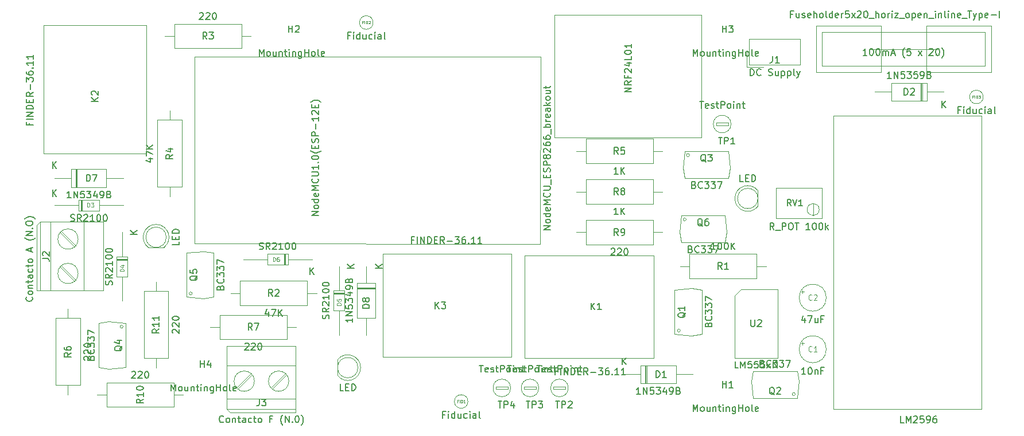
<source format=gbr>
%TF.GenerationSoftware,KiCad,Pcbnew,5.1.7-a382d34a8~87~ubuntu18.04.1*%
%TF.CreationDate,2020-10-27T09:38:10-03:00*%
%TF.ProjectId,Disp_Sec_V_1,44697370-5f53-4656-935f-565f312e6b69,1.1*%
%TF.SameCoordinates,Original*%
%TF.FileFunction,Other,Fab,Top*%
%FSLAX46Y46*%
G04 Gerber Fmt 4.6, Leading zero omitted, Abs format (unit mm)*
G04 Created by KiCad (PCBNEW 5.1.7-a382d34a8~87~ubuntu18.04.1) date 2020-10-27 09:38:10*
%MOMM*%
%LPD*%
G01*
G04 APERTURE LIST*
%ADD10C,0.100000*%
%ADD11C,0.120000*%
%ADD12C,0.150000*%
%ADD13C,0.060000*%
%ADD14C,0.091200*%
G04 APERTURE END LIST*
D10*
%TO.C,F1*%
X224207600Y-72322700D02*
X214607600Y-72322700D01*
X207907600Y-72322700D02*
X207907600Y-65522700D01*
X199257600Y-66422700D02*
X223257600Y-66422700D01*
X223257600Y-66422700D02*
X223257600Y-71422700D01*
X214607600Y-65522700D02*
X224157600Y-65522700D01*
X199257600Y-71422700D02*
X199257600Y-66422700D01*
X223257600Y-71422700D02*
X199257600Y-71422700D01*
X216257600Y-68922700D02*
X206257600Y-68922700D01*
X214607600Y-72322700D02*
X214607600Y-65522700D01*
X207907600Y-65522700D02*
X198357600Y-65522700D01*
X198357600Y-65522700D02*
X198357600Y-72322700D01*
X198357600Y-72322700D02*
X207907600Y-72322700D01*
X224157600Y-65522700D02*
X224157600Y-72322700D01*
D11*
%TO.C,TP4*%
X151100000Y-118800000D02*
X152900000Y-118800000D01*
X152900000Y-118800000D02*
X152900000Y-119200000D01*
X152900000Y-119200000D02*
X151100000Y-119200000D01*
X151100000Y-119200000D02*
X151100000Y-118800000D01*
X153300000Y-119000000D02*
G75*
G03*
X153300000Y-119000000I-1300000J0D01*
G01*
%TO.C,TP3*%
X155250000Y-118800000D02*
X157050000Y-118800000D01*
X157050000Y-118800000D02*
X157050000Y-119200000D01*
X157050000Y-119200000D02*
X155250000Y-119200000D01*
X155250000Y-119200000D02*
X155250000Y-118800000D01*
X157450000Y-119000000D02*
G75*
G03*
X157450000Y-119000000I-1300000J0D01*
G01*
%TO.C,TP2*%
X159600000Y-118800000D02*
X161400000Y-118800000D01*
X161400000Y-118800000D02*
X161400000Y-119200000D01*
X161400000Y-119200000D02*
X159600000Y-119200000D01*
X159600000Y-119200000D02*
X159600000Y-118800000D01*
X161800000Y-119000000D02*
G75*
G03*
X161800000Y-119000000I-1300000J0D01*
G01*
%TO.C,TP1*%
X183600000Y-79800000D02*
X185400000Y-79800000D01*
X185400000Y-79800000D02*
X185400000Y-80200000D01*
X185400000Y-80200000D02*
X183600000Y-80200000D01*
X183600000Y-80200000D02*
X183600000Y-79800000D01*
X185800000Y-80000000D02*
G75*
G03*
X185800000Y-80000000I-1300000J0D01*
G01*
D10*
%TO.C,FID3*%
X223000000Y-76000000D02*
G75*
G03*
X223000000Y-76000000I-1000000J0D01*
G01*
%TO.C,FID2*%
X133000000Y-65000000D02*
G75*
G03*
X133000000Y-65000000I-1000000J0D01*
G01*
%TO.C,FID1*%
X147000000Y-121000000D02*
G75*
G03*
X147000000Y-121000000I-1000000J0D01*
G01*
%TO.C,R7*%
X110400000Y-108200000D02*
X110400000Y-111800000D01*
X110400000Y-111800000D02*
X120300000Y-111800000D01*
X120300000Y-111800000D02*
X120300000Y-108200000D01*
X120300000Y-108200000D02*
X110400000Y-108200000D01*
X109000000Y-110000000D02*
X110400000Y-110000000D01*
X121700000Y-110000000D02*
X120300000Y-110000000D01*
%TO.C,J2*%
X89500000Y-97000000D02*
G75*
G03*
X89500000Y-97000000I-1500000J0D01*
G01*
X89500000Y-102080000D02*
G75*
G03*
X89500000Y-102080000I-1500000J0D01*
G01*
X93200000Y-94460000D02*
X93200000Y-104620000D01*
X93200000Y-104620000D02*
X83400000Y-104620000D01*
X83400000Y-104620000D02*
X83400000Y-94960000D01*
X83400000Y-94960000D02*
X83900000Y-94460000D01*
X83900000Y-94460000D02*
X93200000Y-94460000D01*
X83900000Y-94460000D02*
X83900000Y-104620000D01*
X85400000Y-94460000D02*
X85400000Y-104620000D01*
X90300000Y-94460000D02*
X90300000Y-104620000D01*
X88955000Y-98138000D02*
X86862000Y-96045000D01*
X89138000Y-97955000D02*
X87045000Y-95862000D01*
X88955000Y-103218000D02*
X86862000Y-101126000D01*
X89138000Y-103035000D02*
X87045000Y-100943000D01*
D11*
%TO.C,Q4*%
X96123607Y-109950000D02*
G75*
G03*
X96123607Y-109950000I-223607J0D01*
G01*
X96500000Y-115950000D02*
X94000000Y-116200000D01*
X94000000Y-116200000D02*
X92500000Y-115950000D01*
X94000000Y-109200000D02*
X96500000Y-109450000D01*
X92500000Y-109450000D02*
X94000000Y-109200000D01*
X96500000Y-115950000D02*
X96500000Y-109450000D01*
X92500000Y-109450000D02*
X92500000Y-115950000D01*
D10*
%TO.C,R6*%
X86200000Y-118600000D02*
X89800000Y-118600000D01*
X89800000Y-118600000D02*
X89800000Y-108700000D01*
X89800000Y-108700000D02*
X86200000Y-108700000D01*
X86200000Y-108700000D02*
X86200000Y-118600000D01*
X88000000Y-120000000D02*
X88000000Y-118600000D01*
X88000000Y-107300000D02*
X88000000Y-108700000D01*
%TO.C,D1*%
X172480000Y-115650000D02*
X172480000Y-118350000D01*
X172480000Y-118350000D02*
X177680000Y-118350000D01*
X177680000Y-118350000D02*
X177680000Y-115650000D01*
X177680000Y-115650000D02*
X172480000Y-115650000D01*
X170000000Y-117000000D02*
X172480000Y-117000000D01*
X180160000Y-117000000D02*
X177680000Y-117000000D01*
X173260000Y-115650000D02*
X173260000Y-118350000D01*
X173360000Y-115650000D02*
X173360000Y-118350000D01*
X173160000Y-115650000D02*
X173160000Y-118350000D01*
%TO.C,U1*%
X106686600Y-97674600D02*
X157689800Y-97700000D01*
X157689800Y-97700000D02*
X157702500Y-70014000D01*
X106686600Y-70014000D02*
X157702500Y-70014000D01*
X106686600Y-97674600D02*
X106686600Y-70014000D01*
D11*
%TO.C,Q6*%
X179173607Y-94100000D02*
G75*
G03*
X179173607Y-94100000I-223607J0D01*
G01*
X184950000Y-93500000D02*
X185200000Y-96000000D01*
X185200000Y-96000000D02*
X184950000Y-97500000D01*
X178200000Y-96000000D02*
X178450000Y-93500000D01*
X178450000Y-97500000D02*
X178200000Y-96000000D01*
X184950000Y-93500000D02*
X178450000Y-93500000D01*
X178450000Y-97500000D02*
X184950000Y-97500000D01*
D10*
%TO.C,D7*%
X88480000Y-86650000D02*
X88480000Y-89350000D01*
X88480000Y-89350000D02*
X93680000Y-89350000D01*
X93680000Y-89350000D02*
X93680000Y-86650000D01*
X93680000Y-86650000D02*
X88480000Y-86650000D01*
X86000000Y-88000000D02*
X88480000Y-88000000D01*
X96160000Y-88000000D02*
X93680000Y-88000000D01*
X89260000Y-86650000D02*
X89260000Y-89350000D01*
X89360000Y-86650000D02*
X89360000Y-89350000D01*
X89160000Y-86650000D02*
X89160000Y-89350000D01*
%TO.C,K3*%
X134430000Y-114410000D02*
X134430000Y-99210000D01*
X153430000Y-114410000D02*
X134430000Y-114410000D01*
X153430000Y-99210000D02*
X153430000Y-114410000D01*
X134430000Y-99210000D02*
X153430000Y-99210000D01*
%TO.C,D8*%
X133350000Y-103480000D02*
X130650000Y-103480000D01*
X130650000Y-103480000D02*
X130650000Y-108680000D01*
X130650000Y-108680000D02*
X133350000Y-108680000D01*
X133350000Y-108680000D02*
X133350000Y-103480000D01*
X132000000Y-101000000D02*
X132000000Y-103480000D01*
X132000000Y-111160000D02*
X132000000Y-108680000D01*
X133350000Y-104260000D02*
X130650000Y-104260000D01*
X133350000Y-104360000D02*
X130650000Y-104360000D01*
X133350000Y-104160000D02*
X130650000Y-104160000D01*
D11*
%TO.C,U3*%
X159772000Y-81953500D02*
X181463600Y-81978900D01*
X181463600Y-81978900D02*
X181450900Y-63856000D01*
X181450900Y-63856000D02*
X159759300Y-63856000D01*
X159759300Y-63856000D02*
X159759300Y-81953500D01*
D10*
%TO.C,J3*%
X115500000Y-118000000D02*
G75*
G03*
X115500000Y-118000000I-1500000J0D01*
G01*
X120580000Y-118000000D02*
G75*
G03*
X120580000Y-118000000I-1500000J0D01*
G01*
X111460000Y-112800000D02*
X121620000Y-112800000D01*
X121620000Y-112800000D02*
X121620000Y-122600000D01*
X121620000Y-122600000D02*
X111960000Y-122600000D01*
X111960000Y-122600000D02*
X111460000Y-122100000D01*
X111460000Y-122100000D02*
X111460000Y-112800000D01*
X111460000Y-122100000D02*
X121620000Y-122100000D01*
X111460000Y-120600000D02*
X121620000Y-120600000D01*
X111460000Y-115700000D02*
X121620000Y-115700000D01*
X115138000Y-117045000D02*
X113045000Y-119138000D01*
X114955000Y-116862000D02*
X112862000Y-118955000D01*
X120218000Y-117045000D02*
X118126000Y-119138000D01*
X120035000Y-116862000D02*
X117943000Y-118955000D01*
D11*
%TO.C,Q5*%
X106323607Y-105050000D02*
G75*
G03*
X106323607Y-105050000I-223607J0D01*
G01*
X105500000Y-99050000D02*
X108000000Y-98800000D01*
X108000000Y-98800000D02*
X109500000Y-99050000D01*
X108000000Y-105800000D02*
X105500000Y-105550000D01*
X109500000Y-105550000D02*
X108000000Y-105800000D01*
X105500000Y-99050000D02*
X105500000Y-105550000D01*
X109500000Y-105550000D02*
X109500000Y-99050000D01*
D10*
%TO.C,K1*%
X174400000Y-99400000D02*
X174400000Y-114600000D01*
X155400000Y-99400000D02*
X174400000Y-99400000D01*
X155400000Y-114600000D02*
X155400000Y-99400000D01*
X174400000Y-114600000D02*
X155400000Y-114600000D01*
D11*
%TO.C,Q1*%
X178323607Y-110520000D02*
G75*
G03*
X178323607Y-110520000I-223607J0D01*
G01*
X177500000Y-104520000D02*
X180000000Y-104270000D01*
X180000000Y-104270000D02*
X181500000Y-104520000D01*
X180000000Y-111270000D02*
X177500000Y-111020000D01*
X181500000Y-111020000D02*
X180000000Y-111270000D01*
X177500000Y-104520000D02*
X177500000Y-111020000D01*
X181500000Y-111020000D02*
X181500000Y-104520000D01*
D10*
%TO.C,U4*%
X200920000Y-78735900D02*
X222738600Y-78735900D01*
X200894600Y-122106400D02*
X222713200Y-122106400D01*
X222738600Y-78735900D02*
X222725900Y-122106400D01*
X200920000Y-78735900D02*
X200894600Y-122106400D01*
%TO.C,D6*%
X120440000Y-100800000D02*
X120440000Y-99200000D01*
X120440000Y-99200000D02*
X117400000Y-99200000D01*
X117400000Y-99200000D02*
X117400000Y-100800000D01*
X117400000Y-100800000D02*
X120440000Y-100800000D01*
X124000000Y-100000000D02*
X120440000Y-100000000D01*
X113840000Y-100000000D02*
X117400000Y-100000000D01*
X119984000Y-100800000D02*
X119984000Y-99200000D01*
X119884000Y-100800000D02*
X119884000Y-99200000D01*
X120084000Y-100800000D02*
X120084000Y-99200000D01*
%TO.C,U2*%
X187315000Y-104390000D02*
X192665000Y-104390000D01*
X192665000Y-104390000D02*
X192665000Y-114550000D01*
X192665000Y-114550000D02*
X186315000Y-114550000D01*
X186315000Y-114550000D02*
X186315000Y-105390000D01*
X186315000Y-105390000D02*
X187315000Y-104390000D01*
%TO.C,RV1*%
X198815000Y-92630000D02*
G75*
G03*
X198815000Y-92630000I-890000J0D01*
G01*
X192485000Y-89400000D02*
X192485000Y-93900000D01*
X192485000Y-93900000D02*
X199195000Y-93900000D01*
X199195000Y-93900000D02*
X199195000Y-89400000D01*
X199195000Y-89400000D02*
X192485000Y-89400000D01*
X197925000Y-93512000D02*
X197926000Y-91749000D01*
X197925000Y-93512000D02*
X197926000Y-91749000D01*
%TO.C,R11*%
X99200000Y-114600000D02*
X102800000Y-114600000D01*
X102800000Y-114600000D02*
X102800000Y-104700000D01*
X102800000Y-104700000D02*
X99200000Y-104700000D01*
X99200000Y-104700000D02*
X99200000Y-114600000D01*
X101000000Y-116000000D02*
X101000000Y-114600000D01*
X101000000Y-103300000D02*
X101000000Y-104700000D01*
%TO.C,R10*%
X103600000Y-121800000D02*
X103600000Y-118200000D01*
X103600000Y-118200000D02*
X93700000Y-118200000D01*
X93700000Y-118200000D02*
X93700000Y-121800000D01*
X93700000Y-121800000D02*
X103600000Y-121800000D01*
X105000000Y-120000000D02*
X103600000Y-120000000D01*
X92300000Y-120000000D02*
X93700000Y-120000000D01*
%TO.C,R9*%
X164400000Y-94200000D02*
X164400000Y-97800000D01*
X164400000Y-97800000D02*
X174300000Y-97800000D01*
X174300000Y-97800000D02*
X174300000Y-94200000D01*
X174300000Y-94200000D02*
X164400000Y-94200000D01*
X163000000Y-96000000D02*
X164400000Y-96000000D01*
X175700000Y-96000000D02*
X174300000Y-96000000D01*
%TO.C,R8*%
X164400000Y-88200000D02*
X164400000Y-91800000D01*
X164400000Y-91800000D02*
X174300000Y-91800000D01*
X174300000Y-91800000D02*
X174300000Y-88200000D01*
X174300000Y-88200000D02*
X164400000Y-88200000D01*
X163000000Y-90000000D02*
X164400000Y-90000000D01*
X175700000Y-90000000D02*
X174300000Y-90000000D01*
%TO.C,R5*%
X164400000Y-82200000D02*
X164400000Y-85800000D01*
X164400000Y-85800000D02*
X174300000Y-85800000D01*
X174300000Y-85800000D02*
X174300000Y-82200000D01*
X174300000Y-82200000D02*
X164400000Y-82200000D01*
X163000000Y-84000000D02*
X164400000Y-84000000D01*
X175700000Y-84000000D02*
X174300000Y-84000000D01*
%TO.C,R4*%
X104800000Y-79400000D02*
X101200000Y-79400000D01*
X101200000Y-79400000D02*
X101200000Y-89300000D01*
X101200000Y-89300000D02*
X104800000Y-89300000D01*
X104800000Y-89300000D02*
X104800000Y-79400000D01*
X103000000Y-78000000D02*
X103000000Y-79400000D01*
X103000000Y-90700000D02*
X103000000Y-89300000D01*
%TO.C,R3*%
X113600000Y-68800000D02*
X113600000Y-65200000D01*
X113600000Y-65200000D02*
X103700000Y-65200000D01*
X103700000Y-65200000D02*
X103700000Y-68800000D01*
X103700000Y-68800000D02*
X113600000Y-68800000D01*
X115000000Y-67000000D02*
X113600000Y-67000000D01*
X102300000Y-67000000D02*
X103700000Y-67000000D01*
%TO.C,R2*%
X113400000Y-103200000D02*
X113400000Y-106800000D01*
X113400000Y-106800000D02*
X123300000Y-106800000D01*
X123300000Y-106800000D02*
X123300000Y-103200000D01*
X123300000Y-103200000D02*
X113400000Y-103200000D01*
X112000000Y-105000000D02*
X113400000Y-105000000D01*
X124700000Y-105000000D02*
X123300000Y-105000000D01*
%TO.C,R1*%
X189600000Y-102800000D02*
X189600000Y-99200000D01*
X189600000Y-99200000D02*
X179700000Y-99200000D01*
X179700000Y-99200000D02*
X179700000Y-102800000D01*
X179700000Y-102800000D02*
X189600000Y-102800000D01*
X191000000Y-101000000D02*
X189600000Y-101000000D01*
X178300000Y-101000000D02*
X179700000Y-101000000D01*
D11*
%TO.C,Q3*%
X179673607Y-84600000D02*
G75*
G03*
X179673607Y-84600000I-223607J0D01*
G01*
X185450000Y-84000000D02*
X185700000Y-86500000D01*
X185700000Y-86500000D02*
X185450000Y-88000000D01*
X178700000Y-86500000D02*
X178950000Y-84000000D01*
X178950000Y-88000000D02*
X178700000Y-86500000D01*
X185450000Y-84000000D02*
X178950000Y-84000000D01*
X178950000Y-88000000D02*
X185450000Y-88000000D01*
%TO.C,Q2*%
X195273607Y-119900000D02*
G75*
G03*
X195273607Y-119900000I-223607J0D01*
G01*
X189050000Y-120500000D02*
X188800000Y-118000000D01*
X188800000Y-118000000D02*
X189050000Y-116500000D01*
X195800000Y-118000000D02*
X195550000Y-120500000D01*
X195550000Y-116500000D02*
X195800000Y-118000000D01*
X189050000Y-120500000D02*
X195550000Y-120500000D01*
X195550000Y-116500000D02*
X189050000Y-116500000D01*
D10*
%TO.C,K2*%
X99600000Y-84400000D02*
X84400000Y-84400000D01*
X99600000Y-65400000D02*
X99600000Y-84400000D01*
X84400000Y-65400000D02*
X99600000Y-65400000D01*
X84400000Y-84400000D02*
X84400000Y-65400000D01*
%TO.C,J1*%
X188500000Y-67400000D02*
X188500000Y-71200000D01*
X188500000Y-71200000D02*
X196000000Y-71200000D01*
X196000000Y-71200000D02*
X196000000Y-67400000D01*
X196000000Y-67400000D02*
X188500000Y-67400000D01*
X188090000Y-69110000D02*
X188090000Y-71610000D01*
X188090000Y-71610000D02*
X190590000Y-71610000D01*
%TO.C,D11*%
X130770000Y-116000000D02*
G75*
G03*
X130770000Y-116000000I-1500000J0D01*
G01*
X127770000Y-114833810D02*
X127770000Y-117166190D01*
X127769445Y-117165476D02*
G75*
G03*
X127770000Y-114833810I1500555J1165476D01*
G01*
%TO.C,D10*%
X102500000Y-96730000D02*
G75*
G03*
X102500000Y-96730000I-1500000J0D01*
G01*
X99833810Y-98230000D02*
X102166190Y-98230000D01*
X102165476Y-98230555D02*
G75*
G03*
X99833810Y-98230000I-1165476J1500555D01*
G01*
%TO.C,D9*%
X189770000Y-91000000D02*
G75*
G03*
X189770000Y-91000000I-1500000J0D01*
G01*
X189770000Y-92166190D02*
X189770000Y-89833810D01*
X189770555Y-89834524D02*
G75*
G03*
X189770000Y-92166190I-1500555J-1165476D01*
G01*
%TO.C,D5*%
X128800000Y-104560000D02*
X127200000Y-104560000D01*
X127200000Y-104560000D02*
X127200000Y-107600000D01*
X127200000Y-107600000D02*
X128800000Y-107600000D01*
X128800000Y-107600000D02*
X128800000Y-104560000D01*
X128000000Y-101000000D02*
X128000000Y-104560000D01*
X128000000Y-111160000D02*
X128000000Y-107600000D01*
X128800000Y-105016000D02*
X127200000Y-105016000D01*
X128800000Y-105116000D02*
X127200000Y-105116000D01*
X128800000Y-104916000D02*
X127200000Y-104916000D01*
%TO.C,D4*%
X96800000Y-99560000D02*
X95200000Y-99560000D01*
X95200000Y-99560000D02*
X95200000Y-102600000D01*
X95200000Y-102600000D02*
X96800000Y-102600000D01*
X96800000Y-102600000D02*
X96800000Y-99560000D01*
X96000000Y-96000000D02*
X96000000Y-99560000D01*
X96000000Y-106160000D02*
X96000000Y-102600000D01*
X96800000Y-100016000D02*
X95200000Y-100016000D01*
X96800000Y-100116000D02*
X95200000Y-100116000D01*
X96800000Y-99916000D02*
X95200000Y-99916000D01*
%TO.C,D3*%
X89560000Y-91200000D02*
X89560000Y-92800000D01*
X89560000Y-92800000D02*
X92600000Y-92800000D01*
X92600000Y-92800000D02*
X92600000Y-91200000D01*
X92600000Y-91200000D02*
X89560000Y-91200000D01*
X86000000Y-92000000D02*
X89560000Y-92000000D01*
X96160000Y-92000000D02*
X92600000Y-92000000D01*
X90016000Y-91200000D02*
X90016000Y-92800000D01*
X90116000Y-91200000D02*
X90116000Y-92800000D01*
X89916000Y-91200000D02*
X89916000Y-92800000D01*
%TO.C,D2*%
X214680000Y-76610000D02*
X214680000Y-73910000D01*
X214680000Y-73910000D02*
X209480000Y-73910000D01*
X209480000Y-73910000D02*
X209480000Y-76610000D01*
X209480000Y-76610000D02*
X214680000Y-76610000D01*
X217160000Y-75260000D02*
X214680000Y-75260000D01*
X207000000Y-75260000D02*
X209480000Y-75260000D01*
X213900000Y-76610000D02*
X213900000Y-73910000D01*
X213800000Y-76610000D02*
X213800000Y-73910000D01*
X214000000Y-76610000D02*
X214000000Y-73910000D01*
%TO.C,C2*%
X199860000Y-105660000D02*
G75*
G03*
X199860000Y-105660000I-2000000J0D01*
G01*
X196157446Y-104792500D02*
X196557446Y-104792500D01*
X196357446Y-104592500D02*
X196357446Y-104992500D01*
%TO.C,C1*%
X199860000Y-113280000D02*
G75*
G03*
X199860000Y-113280000I-2000000J0D01*
G01*
X196157446Y-112412500D02*
X196557446Y-112412500D01*
X196357446Y-112212500D02*
X196357446Y-112612500D01*
%TD*%
%TO.C,F1*%
D12*
X205845238Y-69862380D02*
X205273809Y-69862380D01*
X205559523Y-69862380D02*
X205559523Y-68862380D01*
X205464285Y-69005238D01*
X205369047Y-69100476D01*
X205273809Y-69148095D01*
X206464285Y-68862380D02*
X206559523Y-68862380D01*
X206654761Y-68910000D01*
X206702380Y-68957619D01*
X206750000Y-69052857D01*
X206797619Y-69243333D01*
X206797619Y-69481428D01*
X206750000Y-69671904D01*
X206702380Y-69767142D01*
X206654761Y-69814761D01*
X206559523Y-69862380D01*
X206464285Y-69862380D01*
X206369047Y-69814761D01*
X206321428Y-69767142D01*
X206273809Y-69671904D01*
X206226190Y-69481428D01*
X206226190Y-69243333D01*
X206273809Y-69052857D01*
X206321428Y-68957619D01*
X206369047Y-68910000D01*
X206464285Y-68862380D01*
X207416666Y-68862380D02*
X207511904Y-68862380D01*
X207607142Y-68910000D01*
X207654761Y-68957619D01*
X207702380Y-69052857D01*
X207750000Y-69243333D01*
X207750000Y-69481428D01*
X207702380Y-69671904D01*
X207654761Y-69767142D01*
X207607142Y-69814761D01*
X207511904Y-69862380D01*
X207416666Y-69862380D01*
X207321428Y-69814761D01*
X207273809Y-69767142D01*
X207226190Y-69671904D01*
X207178571Y-69481428D01*
X207178571Y-69243333D01*
X207226190Y-69052857D01*
X207273809Y-68957619D01*
X207321428Y-68910000D01*
X207416666Y-68862380D01*
X208178571Y-69862380D02*
X208178571Y-69195714D01*
X208178571Y-69290952D02*
X208226190Y-69243333D01*
X208321428Y-69195714D01*
X208464285Y-69195714D01*
X208559523Y-69243333D01*
X208607142Y-69338571D01*
X208607142Y-69862380D01*
X208607142Y-69338571D02*
X208654761Y-69243333D01*
X208750000Y-69195714D01*
X208892857Y-69195714D01*
X208988095Y-69243333D01*
X209035714Y-69338571D01*
X209035714Y-69862380D01*
X209464285Y-69576666D02*
X209940476Y-69576666D01*
X209369047Y-69862380D02*
X209702380Y-68862380D01*
X210035714Y-69862380D01*
X211416666Y-70243333D02*
X211369047Y-70195714D01*
X211273809Y-70052857D01*
X211226190Y-69957619D01*
X211178571Y-69814761D01*
X211130952Y-69576666D01*
X211130952Y-69386190D01*
X211178571Y-69148095D01*
X211226190Y-69005238D01*
X211273809Y-68910000D01*
X211369047Y-68767142D01*
X211416666Y-68719523D01*
X212273809Y-68862380D02*
X211797619Y-68862380D01*
X211750000Y-69338571D01*
X211797619Y-69290952D01*
X211892857Y-69243333D01*
X212130952Y-69243333D01*
X212226190Y-69290952D01*
X212273809Y-69338571D01*
X212321428Y-69433809D01*
X212321428Y-69671904D01*
X212273809Y-69767142D01*
X212226190Y-69814761D01*
X212130952Y-69862380D01*
X211892857Y-69862380D01*
X211797619Y-69814761D01*
X211750000Y-69767142D01*
X213416666Y-69862380D02*
X213940476Y-69195714D01*
X213416666Y-69195714D02*
X213940476Y-69862380D01*
X215035714Y-68957619D02*
X215083333Y-68910000D01*
X215178571Y-68862380D01*
X215416666Y-68862380D01*
X215511904Y-68910000D01*
X215559523Y-68957619D01*
X215607142Y-69052857D01*
X215607142Y-69148095D01*
X215559523Y-69290952D01*
X214988095Y-69862380D01*
X215607142Y-69862380D01*
X216226190Y-68862380D02*
X216321428Y-68862380D01*
X216416666Y-68910000D01*
X216464285Y-68957619D01*
X216511904Y-69052857D01*
X216559523Y-69243333D01*
X216559523Y-69481428D01*
X216511904Y-69671904D01*
X216464285Y-69767142D01*
X216416666Y-69814761D01*
X216321428Y-69862380D01*
X216226190Y-69862380D01*
X216130952Y-69814761D01*
X216083333Y-69767142D01*
X216035714Y-69671904D01*
X215988095Y-69481428D01*
X215988095Y-69243333D01*
X216035714Y-69052857D01*
X216083333Y-68957619D01*
X216130952Y-68910000D01*
X216226190Y-68862380D01*
X216892857Y-70243333D02*
X216940476Y-70195714D01*
X217035714Y-70052857D01*
X217083333Y-69957619D01*
X217130952Y-69814761D01*
X217178571Y-69576666D01*
X217178571Y-69386190D01*
X217130952Y-69148095D01*
X217083333Y-69005238D01*
X217035714Y-68910000D01*
X216940476Y-68767142D01*
X216892857Y-68719523D01*
X194916171Y-63771271D02*
X194582838Y-63771271D01*
X194582838Y-64295080D02*
X194582838Y-63295080D01*
X195059028Y-63295080D01*
X195868552Y-63628414D02*
X195868552Y-64295080D01*
X195439980Y-63628414D02*
X195439980Y-64152223D01*
X195487600Y-64247461D01*
X195582838Y-64295080D01*
X195725695Y-64295080D01*
X195820933Y-64247461D01*
X195868552Y-64199842D01*
X196297123Y-64247461D02*
X196392361Y-64295080D01*
X196582838Y-64295080D01*
X196678076Y-64247461D01*
X196725695Y-64152223D01*
X196725695Y-64104604D01*
X196678076Y-64009366D01*
X196582838Y-63961747D01*
X196439980Y-63961747D01*
X196344742Y-63914128D01*
X196297123Y-63818890D01*
X196297123Y-63771271D01*
X196344742Y-63676033D01*
X196439980Y-63628414D01*
X196582838Y-63628414D01*
X196678076Y-63676033D01*
X197535219Y-64247461D02*
X197439980Y-64295080D01*
X197249504Y-64295080D01*
X197154266Y-64247461D01*
X197106647Y-64152223D01*
X197106647Y-63771271D01*
X197154266Y-63676033D01*
X197249504Y-63628414D01*
X197439980Y-63628414D01*
X197535219Y-63676033D01*
X197582838Y-63771271D01*
X197582838Y-63866509D01*
X197106647Y-63961747D01*
X198011409Y-64295080D02*
X198011409Y-63295080D01*
X198439980Y-64295080D02*
X198439980Y-63771271D01*
X198392361Y-63676033D01*
X198297123Y-63628414D01*
X198154266Y-63628414D01*
X198059028Y-63676033D01*
X198011409Y-63723652D01*
X199059028Y-64295080D02*
X198963790Y-64247461D01*
X198916171Y-64199842D01*
X198868552Y-64104604D01*
X198868552Y-63818890D01*
X198916171Y-63723652D01*
X198963790Y-63676033D01*
X199059028Y-63628414D01*
X199201885Y-63628414D01*
X199297123Y-63676033D01*
X199344742Y-63723652D01*
X199392361Y-63818890D01*
X199392361Y-64104604D01*
X199344742Y-64199842D01*
X199297123Y-64247461D01*
X199201885Y-64295080D01*
X199059028Y-64295080D01*
X199963790Y-64295080D02*
X199868552Y-64247461D01*
X199820933Y-64152223D01*
X199820933Y-63295080D01*
X200773314Y-64295080D02*
X200773314Y-63295080D01*
X200773314Y-64247461D02*
X200678076Y-64295080D01*
X200487600Y-64295080D01*
X200392361Y-64247461D01*
X200344742Y-64199842D01*
X200297123Y-64104604D01*
X200297123Y-63818890D01*
X200344742Y-63723652D01*
X200392361Y-63676033D01*
X200487600Y-63628414D01*
X200678076Y-63628414D01*
X200773314Y-63676033D01*
X201630457Y-64247461D02*
X201535219Y-64295080D01*
X201344742Y-64295080D01*
X201249504Y-64247461D01*
X201201885Y-64152223D01*
X201201885Y-63771271D01*
X201249504Y-63676033D01*
X201344742Y-63628414D01*
X201535219Y-63628414D01*
X201630457Y-63676033D01*
X201678076Y-63771271D01*
X201678076Y-63866509D01*
X201201885Y-63961747D01*
X202106647Y-64295080D02*
X202106647Y-63628414D01*
X202106647Y-63818890D02*
X202154266Y-63723652D01*
X202201885Y-63676033D01*
X202297123Y-63628414D01*
X202392361Y-63628414D01*
X203201885Y-63295080D02*
X202725695Y-63295080D01*
X202678076Y-63771271D01*
X202725695Y-63723652D01*
X202820933Y-63676033D01*
X203059028Y-63676033D01*
X203154266Y-63723652D01*
X203201885Y-63771271D01*
X203249504Y-63866509D01*
X203249504Y-64104604D01*
X203201885Y-64199842D01*
X203154266Y-64247461D01*
X203059028Y-64295080D01*
X202820933Y-64295080D01*
X202725695Y-64247461D01*
X202678076Y-64199842D01*
X203582838Y-64295080D02*
X204106647Y-63628414D01*
X203582838Y-63628414D02*
X204106647Y-64295080D01*
X204439980Y-63390319D02*
X204487600Y-63342700D01*
X204582838Y-63295080D01*
X204820933Y-63295080D01*
X204916171Y-63342700D01*
X204963790Y-63390319D01*
X205011409Y-63485557D01*
X205011409Y-63580795D01*
X204963790Y-63723652D01*
X204392361Y-64295080D01*
X205011409Y-64295080D01*
X205630457Y-63295080D02*
X205725695Y-63295080D01*
X205820933Y-63342700D01*
X205868552Y-63390319D01*
X205916171Y-63485557D01*
X205963790Y-63676033D01*
X205963790Y-63914128D01*
X205916171Y-64104604D01*
X205868552Y-64199842D01*
X205820933Y-64247461D01*
X205725695Y-64295080D01*
X205630457Y-64295080D01*
X205535219Y-64247461D01*
X205487600Y-64199842D01*
X205439980Y-64104604D01*
X205392361Y-63914128D01*
X205392361Y-63676033D01*
X205439980Y-63485557D01*
X205487600Y-63390319D01*
X205535219Y-63342700D01*
X205630457Y-63295080D01*
X206154266Y-64390319D02*
X206916171Y-64390319D01*
X207154266Y-64295080D02*
X207154266Y-63295080D01*
X207582838Y-64295080D02*
X207582838Y-63771271D01*
X207535219Y-63676033D01*
X207439980Y-63628414D01*
X207297123Y-63628414D01*
X207201885Y-63676033D01*
X207154266Y-63723652D01*
X208201885Y-64295080D02*
X208106647Y-64247461D01*
X208059028Y-64199842D01*
X208011409Y-64104604D01*
X208011409Y-63818890D01*
X208059028Y-63723652D01*
X208106647Y-63676033D01*
X208201885Y-63628414D01*
X208344742Y-63628414D01*
X208439980Y-63676033D01*
X208487600Y-63723652D01*
X208535219Y-63818890D01*
X208535219Y-64104604D01*
X208487600Y-64199842D01*
X208439980Y-64247461D01*
X208344742Y-64295080D01*
X208201885Y-64295080D01*
X208963790Y-64295080D02*
X208963790Y-63628414D01*
X208963790Y-63818890D02*
X209011409Y-63723652D01*
X209059028Y-63676033D01*
X209154266Y-63628414D01*
X209249504Y-63628414D01*
X209582838Y-64295080D02*
X209582838Y-63628414D01*
X209582838Y-63295080D02*
X209535219Y-63342700D01*
X209582838Y-63390319D01*
X209630457Y-63342700D01*
X209582838Y-63295080D01*
X209582838Y-63390319D01*
X209963790Y-63628414D02*
X210487600Y-63628414D01*
X209963790Y-64295080D01*
X210487600Y-64295080D01*
X210630457Y-64390319D02*
X211392361Y-64390319D01*
X211773314Y-64295080D02*
X211678076Y-64247461D01*
X211630457Y-64199842D01*
X211582838Y-64104604D01*
X211582838Y-63818890D01*
X211630457Y-63723652D01*
X211678076Y-63676033D01*
X211773314Y-63628414D01*
X211916171Y-63628414D01*
X212011409Y-63676033D01*
X212059028Y-63723652D01*
X212106647Y-63818890D01*
X212106647Y-64104604D01*
X212059028Y-64199842D01*
X212011409Y-64247461D01*
X211916171Y-64295080D01*
X211773314Y-64295080D01*
X212535219Y-63628414D02*
X212535219Y-64628414D01*
X212535219Y-63676033D02*
X212630457Y-63628414D01*
X212820933Y-63628414D01*
X212916171Y-63676033D01*
X212963790Y-63723652D01*
X213011409Y-63818890D01*
X213011409Y-64104604D01*
X212963790Y-64199842D01*
X212916171Y-64247461D01*
X212820933Y-64295080D01*
X212630457Y-64295080D01*
X212535219Y-64247461D01*
X213820933Y-64247461D02*
X213725695Y-64295080D01*
X213535219Y-64295080D01*
X213439980Y-64247461D01*
X213392361Y-64152223D01*
X213392361Y-63771271D01*
X213439980Y-63676033D01*
X213535219Y-63628414D01*
X213725695Y-63628414D01*
X213820933Y-63676033D01*
X213868552Y-63771271D01*
X213868552Y-63866509D01*
X213392361Y-63961747D01*
X214297123Y-63628414D02*
X214297123Y-64295080D01*
X214297123Y-63723652D02*
X214344742Y-63676033D01*
X214439980Y-63628414D01*
X214582838Y-63628414D01*
X214678076Y-63676033D01*
X214725695Y-63771271D01*
X214725695Y-64295080D01*
X214963790Y-64390319D02*
X215725695Y-64390319D01*
X215963790Y-64295080D02*
X215963790Y-63628414D01*
X215963790Y-63295080D02*
X215916171Y-63342700D01*
X215963790Y-63390319D01*
X216011409Y-63342700D01*
X215963790Y-63295080D01*
X215963790Y-63390319D01*
X216439980Y-63628414D02*
X216439980Y-64295080D01*
X216439980Y-63723652D02*
X216487600Y-63676033D01*
X216582838Y-63628414D01*
X216725695Y-63628414D01*
X216820933Y-63676033D01*
X216868552Y-63771271D01*
X216868552Y-64295080D01*
X217487600Y-64295080D02*
X217392361Y-64247461D01*
X217344742Y-64152223D01*
X217344742Y-63295080D01*
X217868552Y-64295080D02*
X217868552Y-63628414D01*
X217868552Y-63295080D02*
X217820933Y-63342700D01*
X217868552Y-63390319D01*
X217916171Y-63342700D01*
X217868552Y-63295080D01*
X217868552Y-63390319D01*
X218344742Y-63628414D02*
X218344742Y-64295080D01*
X218344742Y-63723652D02*
X218392361Y-63676033D01*
X218487600Y-63628414D01*
X218630457Y-63628414D01*
X218725695Y-63676033D01*
X218773314Y-63771271D01*
X218773314Y-64295080D01*
X219630457Y-64247461D02*
X219535219Y-64295080D01*
X219344742Y-64295080D01*
X219249504Y-64247461D01*
X219201885Y-64152223D01*
X219201885Y-63771271D01*
X219249504Y-63676033D01*
X219344742Y-63628414D01*
X219535219Y-63628414D01*
X219630457Y-63676033D01*
X219678076Y-63771271D01*
X219678076Y-63866509D01*
X219201885Y-63961747D01*
X219868552Y-64390319D02*
X220630457Y-64390319D01*
X220725695Y-63295080D02*
X221297123Y-63295080D01*
X221011409Y-64295080D02*
X221011409Y-63295080D01*
X221535219Y-63628414D02*
X221773314Y-64295080D01*
X222011409Y-63628414D02*
X221773314Y-64295080D01*
X221678076Y-64533176D01*
X221630457Y-64580795D01*
X221535219Y-64628414D01*
X222392361Y-63628414D02*
X222392361Y-64628414D01*
X222392361Y-63676033D02*
X222487600Y-63628414D01*
X222678076Y-63628414D01*
X222773314Y-63676033D01*
X222820933Y-63723652D01*
X222868552Y-63818890D01*
X222868552Y-64104604D01*
X222820933Y-64199842D01*
X222773314Y-64247461D01*
X222678076Y-64295080D01*
X222487600Y-64295080D01*
X222392361Y-64247461D01*
X223678076Y-64247461D02*
X223582838Y-64295080D01*
X223392361Y-64295080D01*
X223297123Y-64247461D01*
X223249504Y-64152223D01*
X223249504Y-63771271D01*
X223297123Y-63676033D01*
X223392361Y-63628414D01*
X223582838Y-63628414D01*
X223678076Y-63676033D01*
X223725695Y-63771271D01*
X223725695Y-63866509D01*
X223249504Y-63961747D01*
X224154266Y-63914128D02*
X224916171Y-63914128D01*
X225392361Y-64295080D02*
X225392361Y-63295080D01*
%TO.C,TP4*%
X148666666Y-115652380D02*
X149238095Y-115652380D01*
X148952380Y-116652380D02*
X148952380Y-115652380D01*
X149952380Y-116604761D02*
X149857142Y-116652380D01*
X149666666Y-116652380D01*
X149571428Y-116604761D01*
X149523809Y-116509523D01*
X149523809Y-116128571D01*
X149571428Y-116033333D01*
X149666666Y-115985714D01*
X149857142Y-115985714D01*
X149952380Y-116033333D01*
X150000000Y-116128571D01*
X150000000Y-116223809D01*
X149523809Y-116319047D01*
X150380952Y-116604761D02*
X150476190Y-116652380D01*
X150666666Y-116652380D01*
X150761904Y-116604761D01*
X150809523Y-116509523D01*
X150809523Y-116461904D01*
X150761904Y-116366666D01*
X150666666Y-116319047D01*
X150523809Y-116319047D01*
X150428571Y-116271428D01*
X150380952Y-116176190D01*
X150380952Y-116128571D01*
X150428571Y-116033333D01*
X150523809Y-115985714D01*
X150666666Y-115985714D01*
X150761904Y-116033333D01*
X151095238Y-115985714D02*
X151476190Y-115985714D01*
X151238095Y-115652380D02*
X151238095Y-116509523D01*
X151285714Y-116604761D01*
X151380952Y-116652380D01*
X151476190Y-116652380D01*
X151809523Y-116652380D02*
X151809523Y-115652380D01*
X152190476Y-115652380D01*
X152285714Y-115700000D01*
X152333333Y-115747619D01*
X152380952Y-115842857D01*
X152380952Y-115985714D01*
X152333333Y-116080952D01*
X152285714Y-116128571D01*
X152190476Y-116176190D01*
X151809523Y-116176190D01*
X152952380Y-116652380D02*
X152857142Y-116604761D01*
X152809523Y-116557142D01*
X152761904Y-116461904D01*
X152761904Y-116176190D01*
X152809523Y-116080952D01*
X152857142Y-116033333D01*
X152952380Y-115985714D01*
X153095238Y-115985714D01*
X153190476Y-116033333D01*
X153238095Y-116080952D01*
X153285714Y-116176190D01*
X153285714Y-116461904D01*
X153238095Y-116557142D01*
X153190476Y-116604761D01*
X153095238Y-116652380D01*
X152952380Y-116652380D01*
X153714285Y-116652380D02*
X153714285Y-115985714D01*
X153714285Y-115652380D02*
X153666666Y-115700000D01*
X153714285Y-115747619D01*
X153761904Y-115700000D01*
X153714285Y-115652380D01*
X153714285Y-115747619D01*
X154190476Y-115985714D02*
X154190476Y-116652380D01*
X154190476Y-116080952D02*
X154238095Y-116033333D01*
X154333333Y-115985714D01*
X154476190Y-115985714D01*
X154571428Y-116033333D01*
X154619047Y-116128571D01*
X154619047Y-116652380D01*
X154952380Y-115985714D02*
X155333333Y-115985714D01*
X155095238Y-115652380D02*
X155095238Y-116509523D01*
X155142857Y-116604761D01*
X155238095Y-116652380D01*
X155333333Y-116652380D01*
X151438095Y-120952380D02*
X152009523Y-120952380D01*
X151723809Y-121952380D02*
X151723809Y-120952380D01*
X152342857Y-121952380D02*
X152342857Y-120952380D01*
X152723809Y-120952380D01*
X152819047Y-121000000D01*
X152866666Y-121047619D01*
X152914285Y-121142857D01*
X152914285Y-121285714D01*
X152866666Y-121380952D01*
X152819047Y-121428571D01*
X152723809Y-121476190D01*
X152342857Y-121476190D01*
X153771428Y-121285714D02*
X153771428Y-121952380D01*
X153533333Y-120904761D02*
X153295238Y-121619047D01*
X153914285Y-121619047D01*
%TO.C,TP3*%
X152816666Y-115652380D02*
X153388095Y-115652380D01*
X153102380Y-116652380D02*
X153102380Y-115652380D01*
X154102380Y-116604761D02*
X154007142Y-116652380D01*
X153816666Y-116652380D01*
X153721428Y-116604761D01*
X153673809Y-116509523D01*
X153673809Y-116128571D01*
X153721428Y-116033333D01*
X153816666Y-115985714D01*
X154007142Y-115985714D01*
X154102380Y-116033333D01*
X154150000Y-116128571D01*
X154150000Y-116223809D01*
X153673809Y-116319047D01*
X154530952Y-116604761D02*
X154626190Y-116652380D01*
X154816666Y-116652380D01*
X154911904Y-116604761D01*
X154959523Y-116509523D01*
X154959523Y-116461904D01*
X154911904Y-116366666D01*
X154816666Y-116319047D01*
X154673809Y-116319047D01*
X154578571Y-116271428D01*
X154530952Y-116176190D01*
X154530952Y-116128571D01*
X154578571Y-116033333D01*
X154673809Y-115985714D01*
X154816666Y-115985714D01*
X154911904Y-116033333D01*
X155245238Y-115985714D02*
X155626190Y-115985714D01*
X155388095Y-115652380D02*
X155388095Y-116509523D01*
X155435714Y-116604761D01*
X155530952Y-116652380D01*
X155626190Y-116652380D01*
X155959523Y-116652380D02*
X155959523Y-115652380D01*
X156340476Y-115652380D01*
X156435714Y-115700000D01*
X156483333Y-115747619D01*
X156530952Y-115842857D01*
X156530952Y-115985714D01*
X156483333Y-116080952D01*
X156435714Y-116128571D01*
X156340476Y-116176190D01*
X155959523Y-116176190D01*
X157102380Y-116652380D02*
X157007142Y-116604761D01*
X156959523Y-116557142D01*
X156911904Y-116461904D01*
X156911904Y-116176190D01*
X156959523Y-116080952D01*
X157007142Y-116033333D01*
X157102380Y-115985714D01*
X157245238Y-115985714D01*
X157340476Y-116033333D01*
X157388095Y-116080952D01*
X157435714Y-116176190D01*
X157435714Y-116461904D01*
X157388095Y-116557142D01*
X157340476Y-116604761D01*
X157245238Y-116652380D01*
X157102380Y-116652380D01*
X157864285Y-116652380D02*
X157864285Y-115985714D01*
X157864285Y-115652380D02*
X157816666Y-115700000D01*
X157864285Y-115747619D01*
X157911904Y-115700000D01*
X157864285Y-115652380D01*
X157864285Y-115747619D01*
X158340476Y-115985714D02*
X158340476Y-116652380D01*
X158340476Y-116080952D02*
X158388095Y-116033333D01*
X158483333Y-115985714D01*
X158626190Y-115985714D01*
X158721428Y-116033333D01*
X158769047Y-116128571D01*
X158769047Y-116652380D01*
X159102380Y-115985714D02*
X159483333Y-115985714D01*
X159245238Y-115652380D02*
X159245238Y-116509523D01*
X159292857Y-116604761D01*
X159388095Y-116652380D01*
X159483333Y-116652380D01*
X155588095Y-120952380D02*
X156159523Y-120952380D01*
X155873809Y-121952380D02*
X155873809Y-120952380D01*
X156492857Y-121952380D02*
X156492857Y-120952380D01*
X156873809Y-120952380D01*
X156969047Y-121000000D01*
X157016666Y-121047619D01*
X157064285Y-121142857D01*
X157064285Y-121285714D01*
X157016666Y-121380952D01*
X156969047Y-121428571D01*
X156873809Y-121476190D01*
X156492857Y-121476190D01*
X157397619Y-120952380D02*
X158016666Y-120952380D01*
X157683333Y-121333333D01*
X157826190Y-121333333D01*
X157921428Y-121380952D01*
X157969047Y-121428571D01*
X158016666Y-121523809D01*
X158016666Y-121761904D01*
X157969047Y-121857142D01*
X157921428Y-121904761D01*
X157826190Y-121952380D01*
X157540476Y-121952380D01*
X157445238Y-121904761D01*
X157397619Y-121857142D01*
%TO.C,TP2*%
X157166666Y-115652380D02*
X157738095Y-115652380D01*
X157452380Y-116652380D02*
X157452380Y-115652380D01*
X158452380Y-116604761D02*
X158357142Y-116652380D01*
X158166666Y-116652380D01*
X158071428Y-116604761D01*
X158023809Y-116509523D01*
X158023809Y-116128571D01*
X158071428Y-116033333D01*
X158166666Y-115985714D01*
X158357142Y-115985714D01*
X158452380Y-116033333D01*
X158500000Y-116128571D01*
X158500000Y-116223809D01*
X158023809Y-116319047D01*
X158880952Y-116604761D02*
X158976190Y-116652380D01*
X159166666Y-116652380D01*
X159261904Y-116604761D01*
X159309523Y-116509523D01*
X159309523Y-116461904D01*
X159261904Y-116366666D01*
X159166666Y-116319047D01*
X159023809Y-116319047D01*
X158928571Y-116271428D01*
X158880952Y-116176190D01*
X158880952Y-116128571D01*
X158928571Y-116033333D01*
X159023809Y-115985714D01*
X159166666Y-115985714D01*
X159261904Y-116033333D01*
X159595238Y-115985714D02*
X159976190Y-115985714D01*
X159738095Y-115652380D02*
X159738095Y-116509523D01*
X159785714Y-116604761D01*
X159880952Y-116652380D01*
X159976190Y-116652380D01*
X160309523Y-116652380D02*
X160309523Y-115652380D01*
X160690476Y-115652380D01*
X160785714Y-115700000D01*
X160833333Y-115747619D01*
X160880952Y-115842857D01*
X160880952Y-115985714D01*
X160833333Y-116080952D01*
X160785714Y-116128571D01*
X160690476Y-116176190D01*
X160309523Y-116176190D01*
X161452380Y-116652380D02*
X161357142Y-116604761D01*
X161309523Y-116557142D01*
X161261904Y-116461904D01*
X161261904Y-116176190D01*
X161309523Y-116080952D01*
X161357142Y-116033333D01*
X161452380Y-115985714D01*
X161595238Y-115985714D01*
X161690476Y-116033333D01*
X161738095Y-116080952D01*
X161785714Y-116176190D01*
X161785714Y-116461904D01*
X161738095Y-116557142D01*
X161690476Y-116604761D01*
X161595238Y-116652380D01*
X161452380Y-116652380D01*
X162214285Y-116652380D02*
X162214285Y-115985714D01*
X162214285Y-115652380D02*
X162166666Y-115700000D01*
X162214285Y-115747619D01*
X162261904Y-115700000D01*
X162214285Y-115652380D01*
X162214285Y-115747619D01*
X162690476Y-115985714D02*
X162690476Y-116652380D01*
X162690476Y-116080952D02*
X162738095Y-116033333D01*
X162833333Y-115985714D01*
X162976190Y-115985714D01*
X163071428Y-116033333D01*
X163119047Y-116128571D01*
X163119047Y-116652380D01*
X163452380Y-115985714D02*
X163833333Y-115985714D01*
X163595238Y-115652380D02*
X163595238Y-116509523D01*
X163642857Y-116604761D01*
X163738095Y-116652380D01*
X163833333Y-116652380D01*
X159938095Y-120952380D02*
X160509523Y-120952380D01*
X160223809Y-121952380D02*
X160223809Y-120952380D01*
X160842857Y-121952380D02*
X160842857Y-120952380D01*
X161223809Y-120952380D01*
X161319047Y-121000000D01*
X161366666Y-121047619D01*
X161414285Y-121142857D01*
X161414285Y-121285714D01*
X161366666Y-121380952D01*
X161319047Y-121428571D01*
X161223809Y-121476190D01*
X160842857Y-121476190D01*
X161795238Y-121047619D02*
X161842857Y-121000000D01*
X161938095Y-120952380D01*
X162176190Y-120952380D01*
X162271428Y-121000000D01*
X162319047Y-121047619D01*
X162366666Y-121142857D01*
X162366666Y-121238095D01*
X162319047Y-121380952D01*
X161747619Y-121952380D01*
X162366666Y-121952380D01*
%TO.C,TP1*%
X181166666Y-76652380D02*
X181738095Y-76652380D01*
X181452380Y-77652380D02*
X181452380Y-76652380D01*
X182452380Y-77604761D02*
X182357142Y-77652380D01*
X182166666Y-77652380D01*
X182071428Y-77604761D01*
X182023809Y-77509523D01*
X182023809Y-77128571D01*
X182071428Y-77033333D01*
X182166666Y-76985714D01*
X182357142Y-76985714D01*
X182452380Y-77033333D01*
X182500000Y-77128571D01*
X182500000Y-77223809D01*
X182023809Y-77319047D01*
X182880952Y-77604761D02*
X182976190Y-77652380D01*
X183166666Y-77652380D01*
X183261904Y-77604761D01*
X183309523Y-77509523D01*
X183309523Y-77461904D01*
X183261904Y-77366666D01*
X183166666Y-77319047D01*
X183023809Y-77319047D01*
X182928571Y-77271428D01*
X182880952Y-77176190D01*
X182880952Y-77128571D01*
X182928571Y-77033333D01*
X183023809Y-76985714D01*
X183166666Y-76985714D01*
X183261904Y-77033333D01*
X183595238Y-76985714D02*
X183976190Y-76985714D01*
X183738095Y-76652380D02*
X183738095Y-77509523D01*
X183785714Y-77604761D01*
X183880952Y-77652380D01*
X183976190Y-77652380D01*
X184309523Y-77652380D02*
X184309523Y-76652380D01*
X184690476Y-76652380D01*
X184785714Y-76700000D01*
X184833333Y-76747619D01*
X184880952Y-76842857D01*
X184880952Y-76985714D01*
X184833333Y-77080952D01*
X184785714Y-77128571D01*
X184690476Y-77176190D01*
X184309523Y-77176190D01*
X185452380Y-77652380D02*
X185357142Y-77604761D01*
X185309523Y-77557142D01*
X185261904Y-77461904D01*
X185261904Y-77176190D01*
X185309523Y-77080952D01*
X185357142Y-77033333D01*
X185452380Y-76985714D01*
X185595238Y-76985714D01*
X185690476Y-77033333D01*
X185738095Y-77080952D01*
X185785714Y-77176190D01*
X185785714Y-77461904D01*
X185738095Y-77557142D01*
X185690476Y-77604761D01*
X185595238Y-77652380D01*
X185452380Y-77652380D01*
X186214285Y-77652380D02*
X186214285Y-76985714D01*
X186214285Y-76652380D02*
X186166666Y-76700000D01*
X186214285Y-76747619D01*
X186261904Y-76700000D01*
X186214285Y-76652380D01*
X186214285Y-76747619D01*
X186690476Y-76985714D02*
X186690476Y-77652380D01*
X186690476Y-77080952D02*
X186738095Y-77033333D01*
X186833333Y-76985714D01*
X186976190Y-76985714D01*
X187071428Y-77033333D01*
X187119047Y-77128571D01*
X187119047Y-77652380D01*
X187452380Y-76985714D02*
X187833333Y-76985714D01*
X187595238Y-76652380D02*
X187595238Y-77509523D01*
X187642857Y-77604761D01*
X187738095Y-77652380D01*
X187833333Y-77652380D01*
X183938095Y-81952380D02*
X184509523Y-81952380D01*
X184223809Y-82952380D02*
X184223809Y-81952380D01*
X184842857Y-82952380D02*
X184842857Y-81952380D01*
X185223809Y-81952380D01*
X185319047Y-82000000D01*
X185366666Y-82047619D01*
X185414285Y-82142857D01*
X185414285Y-82285714D01*
X185366666Y-82380952D01*
X185319047Y-82428571D01*
X185223809Y-82476190D01*
X184842857Y-82476190D01*
X186366666Y-82952380D02*
X185795238Y-82952380D01*
X186080952Y-82952380D02*
X186080952Y-81952380D01*
X185985714Y-82095238D01*
X185890476Y-82190476D01*
X185795238Y-82238095D01*
%TO.C,FID3*%
X219619047Y-77928571D02*
X219285714Y-77928571D01*
X219285714Y-78452380D02*
X219285714Y-77452380D01*
X219761904Y-77452380D01*
X220142857Y-78452380D02*
X220142857Y-77785714D01*
X220142857Y-77452380D02*
X220095238Y-77500000D01*
X220142857Y-77547619D01*
X220190476Y-77500000D01*
X220142857Y-77452380D01*
X220142857Y-77547619D01*
X221047619Y-78452380D02*
X221047619Y-77452380D01*
X221047619Y-78404761D02*
X220952380Y-78452380D01*
X220761904Y-78452380D01*
X220666666Y-78404761D01*
X220619047Y-78357142D01*
X220571428Y-78261904D01*
X220571428Y-77976190D01*
X220619047Y-77880952D01*
X220666666Y-77833333D01*
X220761904Y-77785714D01*
X220952380Y-77785714D01*
X221047619Y-77833333D01*
X221952380Y-77785714D02*
X221952380Y-78452380D01*
X221523809Y-77785714D02*
X221523809Y-78309523D01*
X221571428Y-78404761D01*
X221666666Y-78452380D01*
X221809523Y-78452380D01*
X221904761Y-78404761D01*
X221952380Y-78357142D01*
X222857142Y-78404761D02*
X222761904Y-78452380D01*
X222571428Y-78452380D01*
X222476190Y-78404761D01*
X222428571Y-78357142D01*
X222380952Y-78261904D01*
X222380952Y-77976190D01*
X222428571Y-77880952D01*
X222476190Y-77833333D01*
X222571428Y-77785714D01*
X222761904Y-77785714D01*
X222857142Y-77833333D01*
X223285714Y-78452380D02*
X223285714Y-77785714D01*
X223285714Y-77452380D02*
X223238095Y-77500000D01*
X223285714Y-77547619D01*
X223333333Y-77500000D01*
X223285714Y-77452380D01*
X223285714Y-77547619D01*
X224190476Y-78452380D02*
X224190476Y-77928571D01*
X224142857Y-77833333D01*
X224047619Y-77785714D01*
X223857142Y-77785714D01*
X223761904Y-77833333D01*
X224190476Y-78404761D02*
X224095238Y-78452380D01*
X223857142Y-78452380D01*
X223761904Y-78404761D01*
X223714285Y-78309523D01*
X223714285Y-78214285D01*
X223761904Y-78119047D01*
X223857142Y-78071428D01*
X224095238Y-78071428D01*
X224190476Y-78023809D01*
X224809523Y-78452380D02*
X224714285Y-78404761D01*
X224666666Y-78309523D01*
X224666666Y-77452380D01*
D13*
X221571428Y-75971428D02*
X221438095Y-75971428D01*
X221438095Y-76180952D02*
X221438095Y-75780952D01*
X221628571Y-75780952D01*
X221780952Y-76180952D02*
X221780952Y-75780952D01*
X221971428Y-76180952D02*
X221971428Y-75780952D01*
X222066666Y-75780952D01*
X222123809Y-75800000D01*
X222161904Y-75838095D01*
X222180952Y-75876190D01*
X222200000Y-75952380D01*
X222200000Y-76009523D01*
X222180952Y-76085714D01*
X222161904Y-76123809D01*
X222123809Y-76161904D01*
X222066666Y-76180952D01*
X221971428Y-76180952D01*
X222333333Y-75780952D02*
X222580952Y-75780952D01*
X222447619Y-75933333D01*
X222504761Y-75933333D01*
X222542857Y-75952380D01*
X222561904Y-75971428D01*
X222580952Y-76009523D01*
X222580952Y-76104761D01*
X222561904Y-76142857D01*
X222542857Y-76161904D01*
X222504761Y-76180952D01*
X222390476Y-76180952D01*
X222352380Y-76161904D01*
X222333333Y-76142857D01*
%TO.C,FID2*%
D12*
X129619047Y-66928571D02*
X129285714Y-66928571D01*
X129285714Y-67452380D02*
X129285714Y-66452380D01*
X129761904Y-66452380D01*
X130142857Y-67452380D02*
X130142857Y-66785714D01*
X130142857Y-66452380D02*
X130095238Y-66500000D01*
X130142857Y-66547619D01*
X130190476Y-66500000D01*
X130142857Y-66452380D01*
X130142857Y-66547619D01*
X131047619Y-67452380D02*
X131047619Y-66452380D01*
X131047619Y-67404761D02*
X130952380Y-67452380D01*
X130761904Y-67452380D01*
X130666666Y-67404761D01*
X130619047Y-67357142D01*
X130571428Y-67261904D01*
X130571428Y-66976190D01*
X130619047Y-66880952D01*
X130666666Y-66833333D01*
X130761904Y-66785714D01*
X130952380Y-66785714D01*
X131047619Y-66833333D01*
X131952380Y-66785714D02*
X131952380Y-67452380D01*
X131523809Y-66785714D02*
X131523809Y-67309523D01*
X131571428Y-67404761D01*
X131666666Y-67452380D01*
X131809523Y-67452380D01*
X131904761Y-67404761D01*
X131952380Y-67357142D01*
X132857142Y-67404761D02*
X132761904Y-67452380D01*
X132571428Y-67452380D01*
X132476190Y-67404761D01*
X132428571Y-67357142D01*
X132380952Y-67261904D01*
X132380952Y-66976190D01*
X132428571Y-66880952D01*
X132476190Y-66833333D01*
X132571428Y-66785714D01*
X132761904Y-66785714D01*
X132857142Y-66833333D01*
X133285714Y-67452380D02*
X133285714Y-66785714D01*
X133285714Y-66452380D02*
X133238095Y-66500000D01*
X133285714Y-66547619D01*
X133333333Y-66500000D01*
X133285714Y-66452380D01*
X133285714Y-66547619D01*
X134190476Y-67452380D02*
X134190476Y-66928571D01*
X134142857Y-66833333D01*
X134047619Y-66785714D01*
X133857142Y-66785714D01*
X133761904Y-66833333D01*
X134190476Y-67404761D02*
X134095238Y-67452380D01*
X133857142Y-67452380D01*
X133761904Y-67404761D01*
X133714285Y-67309523D01*
X133714285Y-67214285D01*
X133761904Y-67119047D01*
X133857142Y-67071428D01*
X134095238Y-67071428D01*
X134190476Y-67023809D01*
X134809523Y-67452380D02*
X134714285Y-67404761D01*
X134666666Y-67309523D01*
X134666666Y-66452380D01*
D13*
X131571428Y-64971428D02*
X131438095Y-64971428D01*
X131438095Y-65180952D02*
X131438095Y-64780952D01*
X131628571Y-64780952D01*
X131780952Y-65180952D02*
X131780952Y-64780952D01*
X131971428Y-65180952D02*
X131971428Y-64780952D01*
X132066666Y-64780952D01*
X132123809Y-64800000D01*
X132161904Y-64838095D01*
X132180952Y-64876190D01*
X132200000Y-64952380D01*
X132200000Y-65009523D01*
X132180952Y-65085714D01*
X132161904Y-65123809D01*
X132123809Y-65161904D01*
X132066666Y-65180952D01*
X131971428Y-65180952D01*
X132352380Y-64819047D02*
X132371428Y-64800000D01*
X132409523Y-64780952D01*
X132504761Y-64780952D01*
X132542857Y-64800000D01*
X132561904Y-64819047D01*
X132580952Y-64857142D01*
X132580952Y-64895238D01*
X132561904Y-64952380D01*
X132333333Y-65180952D01*
X132580952Y-65180952D01*
%TO.C,FID1*%
D12*
X143619047Y-122928571D02*
X143285714Y-122928571D01*
X143285714Y-123452380D02*
X143285714Y-122452380D01*
X143761904Y-122452380D01*
X144142857Y-123452380D02*
X144142857Y-122785714D01*
X144142857Y-122452380D02*
X144095238Y-122500000D01*
X144142857Y-122547619D01*
X144190476Y-122500000D01*
X144142857Y-122452380D01*
X144142857Y-122547619D01*
X145047619Y-123452380D02*
X145047619Y-122452380D01*
X145047619Y-123404761D02*
X144952380Y-123452380D01*
X144761904Y-123452380D01*
X144666666Y-123404761D01*
X144619047Y-123357142D01*
X144571428Y-123261904D01*
X144571428Y-122976190D01*
X144619047Y-122880952D01*
X144666666Y-122833333D01*
X144761904Y-122785714D01*
X144952380Y-122785714D01*
X145047619Y-122833333D01*
X145952380Y-122785714D02*
X145952380Y-123452380D01*
X145523809Y-122785714D02*
X145523809Y-123309523D01*
X145571428Y-123404761D01*
X145666666Y-123452380D01*
X145809523Y-123452380D01*
X145904761Y-123404761D01*
X145952380Y-123357142D01*
X146857142Y-123404761D02*
X146761904Y-123452380D01*
X146571428Y-123452380D01*
X146476190Y-123404761D01*
X146428571Y-123357142D01*
X146380952Y-123261904D01*
X146380952Y-122976190D01*
X146428571Y-122880952D01*
X146476190Y-122833333D01*
X146571428Y-122785714D01*
X146761904Y-122785714D01*
X146857142Y-122833333D01*
X147285714Y-123452380D02*
X147285714Y-122785714D01*
X147285714Y-122452380D02*
X147238095Y-122500000D01*
X147285714Y-122547619D01*
X147333333Y-122500000D01*
X147285714Y-122452380D01*
X147285714Y-122547619D01*
X148190476Y-123452380D02*
X148190476Y-122928571D01*
X148142857Y-122833333D01*
X148047619Y-122785714D01*
X147857142Y-122785714D01*
X147761904Y-122833333D01*
X148190476Y-123404761D02*
X148095238Y-123452380D01*
X147857142Y-123452380D01*
X147761904Y-123404761D01*
X147714285Y-123309523D01*
X147714285Y-123214285D01*
X147761904Y-123119047D01*
X147857142Y-123071428D01*
X148095238Y-123071428D01*
X148190476Y-123023809D01*
X148809523Y-123452380D02*
X148714285Y-123404761D01*
X148666666Y-123309523D01*
X148666666Y-122452380D01*
D13*
X145571428Y-120971428D02*
X145438095Y-120971428D01*
X145438095Y-121180952D02*
X145438095Y-120780952D01*
X145628571Y-120780952D01*
X145780952Y-121180952D02*
X145780952Y-120780952D01*
X145971428Y-121180952D02*
X145971428Y-120780952D01*
X146066666Y-120780952D01*
X146123809Y-120800000D01*
X146161904Y-120838095D01*
X146180952Y-120876190D01*
X146200000Y-120952380D01*
X146200000Y-121009523D01*
X146180952Y-121085714D01*
X146161904Y-121123809D01*
X146123809Y-121161904D01*
X146066666Y-121180952D01*
X145971428Y-121180952D01*
X146580952Y-121180952D02*
X146352380Y-121180952D01*
X146466666Y-121180952D02*
X146466666Y-120780952D01*
X146428571Y-120838095D01*
X146390476Y-120876190D01*
X146352380Y-120895238D01*
%TO.C,H4*%
D12*
X103214285Y-119452380D02*
X103214285Y-118452380D01*
X103547619Y-119166666D01*
X103880952Y-118452380D01*
X103880952Y-119452380D01*
X104500000Y-119452380D02*
X104404761Y-119404761D01*
X104357142Y-119357142D01*
X104309523Y-119261904D01*
X104309523Y-118976190D01*
X104357142Y-118880952D01*
X104404761Y-118833333D01*
X104500000Y-118785714D01*
X104642857Y-118785714D01*
X104738095Y-118833333D01*
X104785714Y-118880952D01*
X104833333Y-118976190D01*
X104833333Y-119261904D01*
X104785714Y-119357142D01*
X104738095Y-119404761D01*
X104642857Y-119452380D01*
X104500000Y-119452380D01*
X105690476Y-118785714D02*
X105690476Y-119452380D01*
X105261904Y-118785714D02*
X105261904Y-119309523D01*
X105309523Y-119404761D01*
X105404761Y-119452380D01*
X105547619Y-119452380D01*
X105642857Y-119404761D01*
X105690476Y-119357142D01*
X106166666Y-118785714D02*
X106166666Y-119452380D01*
X106166666Y-118880952D02*
X106214285Y-118833333D01*
X106309523Y-118785714D01*
X106452380Y-118785714D01*
X106547619Y-118833333D01*
X106595238Y-118928571D01*
X106595238Y-119452380D01*
X106928571Y-118785714D02*
X107309523Y-118785714D01*
X107071428Y-118452380D02*
X107071428Y-119309523D01*
X107119047Y-119404761D01*
X107214285Y-119452380D01*
X107309523Y-119452380D01*
X107642857Y-119452380D02*
X107642857Y-118785714D01*
X107642857Y-118452380D02*
X107595238Y-118500000D01*
X107642857Y-118547619D01*
X107690476Y-118500000D01*
X107642857Y-118452380D01*
X107642857Y-118547619D01*
X108119047Y-118785714D02*
X108119047Y-119452380D01*
X108119047Y-118880952D02*
X108166666Y-118833333D01*
X108261904Y-118785714D01*
X108404761Y-118785714D01*
X108500000Y-118833333D01*
X108547619Y-118928571D01*
X108547619Y-119452380D01*
X109452380Y-118785714D02*
X109452380Y-119595238D01*
X109404761Y-119690476D01*
X109357142Y-119738095D01*
X109261904Y-119785714D01*
X109119047Y-119785714D01*
X109023809Y-119738095D01*
X109452380Y-119404761D02*
X109357142Y-119452380D01*
X109166666Y-119452380D01*
X109071428Y-119404761D01*
X109023809Y-119357142D01*
X108976190Y-119261904D01*
X108976190Y-118976190D01*
X109023809Y-118880952D01*
X109071428Y-118833333D01*
X109166666Y-118785714D01*
X109357142Y-118785714D01*
X109452380Y-118833333D01*
X109928571Y-119452380D02*
X109928571Y-118452380D01*
X109928571Y-118928571D02*
X110500000Y-118928571D01*
X110500000Y-119452380D02*
X110500000Y-118452380D01*
X111119047Y-119452380D02*
X111023809Y-119404761D01*
X110976190Y-119357142D01*
X110928571Y-119261904D01*
X110928571Y-118976190D01*
X110976190Y-118880952D01*
X111023809Y-118833333D01*
X111119047Y-118785714D01*
X111261904Y-118785714D01*
X111357142Y-118833333D01*
X111404761Y-118880952D01*
X111452380Y-118976190D01*
X111452380Y-119261904D01*
X111404761Y-119357142D01*
X111357142Y-119404761D01*
X111261904Y-119452380D01*
X111119047Y-119452380D01*
X112023809Y-119452380D02*
X111928571Y-119404761D01*
X111880952Y-119309523D01*
X111880952Y-118452380D01*
X112785714Y-119404761D02*
X112690476Y-119452380D01*
X112500000Y-119452380D01*
X112404761Y-119404761D01*
X112357142Y-119309523D01*
X112357142Y-118928571D01*
X112404761Y-118833333D01*
X112500000Y-118785714D01*
X112690476Y-118785714D01*
X112785714Y-118833333D01*
X112833333Y-118928571D01*
X112833333Y-119023809D01*
X112357142Y-119119047D01*
X107538095Y-115952380D02*
X107538095Y-114952380D01*
X107538095Y-115428571D02*
X108109523Y-115428571D01*
X108109523Y-115952380D02*
X108109523Y-114952380D01*
X109014285Y-115285714D02*
X109014285Y-115952380D01*
X108776190Y-114904761D02*
X108538095Y-115619047D01*
X109157142Y-115619047D01*
%TO.C,H3*%
X180214285Y-69952380D02*
X180214285Y-68952380D01*
X180547619Y-69666666D01*
X180880952Y-68952380D01*
X180880952Y-69952380D01*
X181500000Y-69952380D02*
X181404761Y-69904761D01*
X181357142Y-69857142D01*
X181309523Y-69761904D01*
X181309523Y-69476190D01*
X181357142Y-69380952D01*
X181404761Y-69333333D01*
X181500000Y-69285714D01*
X181642857Y-69285714D01*
X181738095Y-69333333D01*
X181785714Y-69380952D01*
X181833333Y-69476190D01*
X181833333Y-69761904D01*
X181785714Y-69857142D01*
X181738095Y-69904761D01*
X181642857Y-69952380D01*
X181500000Y-69952380D01*
X182690476Y-69285714D02*
X182690476Y-69952380D01*
X182261904Y-69285714D02*
X182261904Y-69809523D01*
X182309523Y-69904761D01*
X182404761Y-69952380D01*
X182547619Y-69952380D01*
X182642857Y-69904761D01*
X182690476Y-69857142D01*
X183166666Y-69285714D02*
X183166666Y-69952380D01*
X183166666Y-69380952D02*
X183214285Y-69333333D01*
X183309523Y-69285714D01*
X183452380Y-69285714D01*
X183547619Y-69333333D01*
X183595238Y-69428571D01*
X183595238Y-69952380D01*
X183928571Y-69285714D02*
X184309523Y-69285714D01*
X184071428Y-68952380D02*
X184071428Y-69809523D01*
X184119047Y-69904761D01*
X184214285Y-69952380D01*
X184309523Y-69952380D01*
X184642857Y-69952380D02*
X184642857Y-69285714D01*
X184642857Y-68952380D02*
X184595238Y-69000000D01*
X184642857Y-69047619D01*
X184690476Y-69000000D01*
X184642857Y-68952380D01*
X184642857Y-69047619D01*
X185119047Y-69285714D02*
X185119047Y-69952380D01*
X185119047Y-69380952D02*
X185166666Y-69333333D01*
X185261904Y-69285714D01*
X185404761Y-69285714D01*
X185500000Y-69333333D01*
X185547619Y-69428571D01*
X185547619Y-69952380D01*
X186452380Y-69285714D02*
X186452380Y-70095238D01*
X186404761Y-70190476D01*
X186357142Y-70238095D01*
X186261904Y-70285714D01*
X186119047Y-70285714D01*
X186023809Y-70238095D01*
X186452380Y-69904761D02*
X186357142Y-69952380D01*
X186166666Y-69952380D01*
X186071428Y-69904761D01*
X186023809Y-69857142D01*
X185976190Y-69761904D01*
X185976190Y-69476190D01*
X186023809Y-69380952D01*
X186071428Y-69333333D01*
X186166666Y-69285714D01*
X186357142Y-69285714D01*
X186452380Y-69333333D01*
X186928571Y-69952380D02*
X186928571Y-68952380D01*
X186928571Y-69428571D02*
X187500000Y-69428571D01*
X187500000Y-69952380D02*
X187500000Y-68952380D01*
X188119047Y-69952380D02*
X188023809Y-69904761D01*
X187976190Y-69857142D01*
X187928571Y-69761904D01*
X187928571Y-69476190D01*
X187976190Y-69380952D01*
X188023809Y-69333333D01*
X188119047Y-69285714D01*
X188261904Y-69285714D01*
X188357142Y-69333333D01*
X188404761Y-69380952D01*
X188452380Y-69476190D01*
X188452380Y-69761904D01*
X188404761Y-69857142D01*
X188357142Y-69904761D01*
X188261904Y-69952380D01*
X188119047Y-69952380D01*
X189023809Y-69952380D02*
X188928571Y-69904761D01*
X188880952Y-69809523D01*
X188880952Y-68952380D01*
X189785714Y-69904761D02*
X189690476Y-69952380D01*
X189500000Y-69952380D01*
X189404761Y-69904761D01*
X189357142Y-69809523D01*
X189357142Y-69428571D01*
X189404761Y-69333333D01*
X189500000Y-69285714D01*
X189690476Y-69285714D01*
X189785714Y-69333333D01*
X189833333Y-69428571D01*
X189833333Y-69523809D01*
X189357142Y-69619047D01*
X184538095Y-66452380D02*
X184538095Y-65452380D01*
X184538095Y-65928571D02*
X185109523Y-65928571D01*
X185109523Y-66452380D02*
X185109523Y-65452380D01*
X185490476Y-65452380D02*
X186109523Y-65452380D01*
X185776190Y-65833333D01*
X185919047Y-65833333D01*
X186014285Y-65880952D01*
X186061904Y-65928571D01*
X186109523Y-66023809D01*
X186109523Y-66261904D01*
X186061904Y-66357142D01*
X186014285Y-66404761D01*
X185919047Y-66452380D01*
X185633333Y-66452380D01*
X185538095Y-66404761D01*
X185490476Y-66357142D01*
%TO.C,H2*%
X116214285Y-69952380D02*
X116214285Y-68952380D01*
X116547619Y-69666666D01*
X116880952Y-68952380D01*
X116880952Y-69952380D01*
X117500000Y-69952380D02*
X117404761Y-69904761D01*
X117357142Y-69857142D01*
X117309523Y-69761904D01*
X117309523Y-69476190D01*
X117357142Y-69380952D01*
X117404761Y-69333333D01*
X117500000Y-69285714D01*
X117642857Y-69285714D01*
X117738095Y-69333333D01*
X117785714Y-69380952D01*
X117833333Y-69476190D01*
X117833333Y-69761904D01*
X117785714Y-69857142D01*
X117738095Y-69904761D01*
X117642857Y-69952380D01*
X117500000Y-69952380D01*
X118690476Y-69285714D02*
X118690476Y-69952380D01*
X118261904Y-69285714D02*
X118261904Y-69809523D01*
X118309523Y-69904761D01*
X118404761Y-69952380D01*
X118547619Y-69952380D01*
X118642857Y-69904761D01*
X118690476Y-69857142D01*
X119166666Y-69285714D02*
X119166666Y-69952380D01*
X119166666Y-69380952D02*
X119214285Y-69333333D01*
X119309523Y-69285714D01*
X119452380Y-69285714D01*
X119547619Y-69333333D01*
X119595238Y-69428571D01*
X119595238Y-69952380D01*
X119928571Y-69285714D02*
X120309523Y-69285714D01*
X120071428Y-68952380D02*
X120071428Y-69809523D01*
X120119047Y-69904761D01*
X120214285Y-69952380D01*
X120309523Y-69952380D01*
X120642857Y-69952380D02*
X120642857Y-69285714D01*
X120642857Y-68952380D02*
X120595238Y-69000000D01*
X120642857Y-69047619D01*
X120690476Y-69000000D01*
X120642857Y-68952380D01*
X120642857Y-69047619D01*
X121119047Y-69285714D02*
X121119047Y-69952380D01*
X121119047Y-69380952D02*
X121166666Y-69333333D01*
X121261904Y-69285714D01*
X121404761Y-69285714D01*
X121500000Y-69333333D01*
X121547619Y-69428571D01*
X121547619Y-69952380D01*
X122452380Y-69285714D02*
X122452380Y-70095238D01*
X122404761Y-70190476D01*
X122357142Y-70238095D01*
X122261904Y-70285714D01*
X122119047Y-70285714D01*
X122023809Y-70238095D01*
X122452380Y-69904761D02*
X122357142Y-69952380D01*
X122166666Y-69952380D01*
X122071428Y-69904761D01*
X122023809Y-69857142D01*
X121976190Y-69761904D01*
X121976190Y-69476190D01*
X122023809Y-69380952D01*
X122071428Y-69333333D01*
X122166666Y-69285714D01*
X122357142Y-69285714D01*
X122452380Y-69333333D01*
X122928571Y-69952380D02*
X122928571Y-68952380D01*
X122928571Y-69428571D02*
X123500000Y-69428571D01*
X123500000Y-69952380D02*
X123500000Y-68952380D01*
X124119047Y-69952380D02*
X124023809Y-69904761D01*
X123976190Y-69857142D01*
X123928571Y-69761904D01*
X123928571Y-69476190D01*
X123976190Y-69380952D01*
X124023809Y-69333333D01*
X124119047Y-69285714D01*
X124261904Y-69285714D01*
X124357142Y-69333333D01*
X124404761Y-69380952D01*
X124452380Y-69476190D01*
X124452380Y-69761904D01*
X124404761Y-69857142D01*
X124357142Y-69904761D01*
X124261904Y-69952380D01*
X124119047Y-69952380D01*
X125023809Y-69952380D02*
X124928571Y-69904761D01*
X124880952Y-69809523D01*
X124880952Y-68952380D01*
X125785714Y-69904761D02*
X125690476Y-69952380D01*
X125500000Y-69952380D01*
X125404761Y-69904761D01*
X125357142Y-69809523D01*
X125357142Y-69428571D01*
X125404761Y-69333333D01*
X125500000Y-69285714D01*
X125690476Y-69285714D01*
X125785714Y-69333333D01*
X125833333Y-69428571D01*
X125833333Y-69523809D01*
X125357142Y-69619047D01*
X120538095Y-66452380D02*
X120538095Y-65452380D01*
X120538095Y-65928571D02*
X121109523Y-65928571D01*
X121109523Y-66452380D02*
X121109523Y-65452380D01*
X121538095Y-65547619D02*
X121585714Y-65500000D01*
X121680952Y-65452380D01*
X121919047Y-65452380D01*
X122014285Y-65500000D01*
X122061904Y-65547619D01*
X122109523Y-65642857D01*
X122109523Y-65738095D01*
X122061904Y-65880952D01*
X121490476Y-66452380D01*
X122109523Y-66452380D01*
%TO.C,H1*%
X180214285Y-122452380D02*
X180214285Y-121452380D01*
X180547619Y-122166666D01*
X180880952Y-121452380D01*
X180880952Y-122452380D01*
X181500000Y-122452380D02*
X181404761Y-122404761D01*
X181357142Y-122357142D01*
X181309523Y-122261904D01*
X181309523Y-121976190D01*
X181357142Y-121880952D01*
X181404761Y-121833333D01*
X181500000Y-121785714D01*
X181642857Y-121785714D01*
X181738095Y-121833333D01*
X181785714Y-121880952D01*
X181833333Y-121976190D01*
X181833333Y-122261904D01*
X181785714Y-122357142D01*
X181738095Y-122404761D01*
X181642857Y-122452380D01*
X181500000Y-122452380D01*
X182690476Y-121785714D02*
X182690476Y-122452380D01*
X182261904Y-121785714D02*
X182261904Y-122309523D01*
X182309523Y-122404761D01*
X182404761Y-122452380D01*
X182547619Y-122452380D01*
X182642857Y-122404761D01*
X182690476Y-122357142D01*
X183166666Y-121785714D02*
X183166666Y-122452380D01*
X183166666Y-121880952D02*
X183214285Y-121833333D01*
X183309523Y-121785714D01*
X183452380Y-121785714D01*
X183547619Y-121833333D01*
X183595238Y-121928571D01*
X183595238Y-122452380D01*
X183928571Y-121785714D02*
X184309523Y-121785714D01*
X184071428Y-121452380D02*
X184071428Y-122309523D01*
X184119047Y-122404761D01*
X184214285Y-122452380D01*
X184309523Y-122452380D01*
X184642857Y-122452380D02*
X184642857Y-121785714D01*
X184642857Y-121452380D02*
X184595238Y-121500000D01*
X184642857Y-121547619D01*
X184690476Y-121500000D01*
X184642857Y-121452380D01*
X184642857Y-121547619D01*
X185119047Y-121785714D02*
X185119047Y-122452380D01*
X185119047Y-121880952D02*
X185166666Y-121833333D01*
X185261904Y-121785714D01*
X185404761Y-121785714D01*
X185500000Y-121833333D01*
X185547619Y-121928571D01*
X185547619Y-122452380D01*
X186452380Y-121785714D02*
X186452380Y-122595238D01*
X186404761Y-122690476D01*
X186357142Y-122738095D01*
X186261904Y-122785714D01*
X186119047Y-122785714D01*
X186023809Y-122738095D01*
X186452380Y-122404761D02*
X186357142Y-122452380D01*
X186166666Y-122452380D01*
X186071428Y-122404761D01*
X186023809Y-122357142D01*
X185976190Y-122261904D01*
X185976190Y-121976190D01*
X186023809Y-121880952D01*
X186071428Y-121833333D01*
X186166666Y-121785714D01*
X186357142Y-121785714D01*
X186452380Y-121833333D01*
X186928571Y-122452380D02*
X186928571Y-121452380D01*
X186928571Y-121928571D02*
X187500000Y-121928571D01*
X187500000Y-122452380D02*
X187500000Y-121452380D01*
X188119047Y-122452380D02*
X188023809Y-122404761D01*
X187976190Y-122357142D01*
X187928571Y-122261904D01*
X187928571Y-121976190D01*
X187976190Y-121880952D01*
X188023809Y-121833333D01*
X188119047Y-121785714D01*
X188261904Y-121785714D01*
X188357142Y-121833333D01*
X188404761Y-121880952D01*
X188452380Y-121976190D01*
X188452380Y-122261904D01*
X188404761Y-122357142D01*
X188357142Y-122404761D01*
X188261904Y-122452380D01*
X188119047Y-122452380D01*
X189023809Y-122452380D02*
X188928571Y-122404761D01*
X188880952Y-122309523D01*
X188880952Y-121452380D01*
X189785714Y-122404761D02*
X189690476Y-122452380D01*
X189500000Y-122452380D01*
X189404761Y-122404761D01*
X189357142Y-122309523D01*
X189357142Y-121928571D01*
X189404761Y-121833333D01*
X189500000Y-121785714D01*
X189690476Y-121785714D01*
X189785714Y-121833333D01*
X189833333Y-121928571D01*
X189833333Y-122023809D01*
X189357142Y-122119047D01*
X184538095Y-118952380D02*
X184538095Y-117952380D01*
X184538095Y-118428571D02*
X185109523Y-118428571D01*
X185109523Y-118952380D02*
X185109523Y-117952380D01*
X186109523Y-118952380D02*
X185538095Y-118952380D01*
X185823809Y-118952380D02*
X185823809Y-117952380D01*
X185728571Y-118095238D01*
X185633333Y-118190476D01*
X185538095Y-118238095D01*
%TO.C,R7*%
X114111904Y-112467619D02*
X114159523Y-112420000D01*
X114254761Y-112372380D01*
X114492857Y-112372380D01*
X114588095Y-112420000D01*
X114635714Y-112467619D01*
X114683333Y-112562857D01*
X114683333Y-112658095D01*
X114635714Y-112800952D01*
X114064285Y-113372380D01*
X114683333Y-113372380D01*
X115064285Y-112467619D02*
X115111904Y-112420000D01*
X115207142Y-112372380D01*
X115445238Y-112372380D01*
X115540476Y-112420000D01*
X115588095Y-112467619D01*
X115635714Y-112562857D01*
X115635714Y-112658095D01*
X115588095Y-112800952D01*
X115016666Y-113372380D01*
X115635714Y-113372380D01*
X116254761Y-112372380D02*
X116350000Y-112372380D01*
X116445238Y-112420000D01*
X116492857Y-112467619D01*
X116540476Y-112562857D01*
X116588095Y-112753333D01*
X116588095Y-112991428D01*
X116540476Y-113181904D01*
X116492857Y-113277142D01*
X116445238Y-113324761D01*
X116350000Y-113372380D01*
X116254761Y-113372380D01*
X116159523Y-113324761D01*
X116111904Y-113277142D01*
X116064285Y-113181904D01*
X116016666Y-112991428D01*
X116016666Y-112753333D01*
X116064285Y-112562857D01*
X116111904Y-112467619D01*
X116159523Y-112420000D01*
X116254761Y-112372380D01*
X115183333Y-110452380D02*
X114850000Y-109976190D01*
X114611904Y-110452380D02*
X114611904Y-109452380D01*
X114992857Y-109452380D01*
X115088095Y-109500000D01*
X115135714Y-109547619D01*
X115183333Y-109642857D01*
X115183333Y-109785714D01*
X115135714Y-109880952D01*
X115088095Y-109928571D01*
X114992857Y-109976190D01*
X114611904Y-109976190D01*
X115516666Y-109452380D02*
X116183333Y-109452380D01*
X115754761Y-110452380D01*
%TO.C,J2*%
X82697142Y-105563809D02*
X82744761Y-105611428D01*
X82792380Y-105754285D01*
X82792380Y-105849523D01*
X82744761Y-105992380D01*
X82649523Y-106087619D01*
X82554285Y-106135238D01*
X82363809Y-106182857D01*
X82220952Y-106182857D01*
X82030476Y-106135238D01*
X81935238Y-106087619D01*
X81840000Y-105992380D01*
X81792380Y-105849523D01*
X81792380Y-105754285D01*
X81840000Y-105611428D01*
X81887619Y-105563809D01*
X82792380Y-104992380D02*
X82744761Y-105087619D01*
X82697142Y-105135238D01*
X82601904Y-105182857D01*
X82316190Y-105182857D01*
X82220952Y-105135238D01*
X82173333Y-105087619D01*
X82125714Y-104992380D01*
X82125714Y-104849523D01*
X82173333Y-104754285D01*
X82220952Y-104706666D01*
X82316190Y-104659047D01*
X82601904Y-104659047D01*
X82697142Y-104706666D01*
X82744761Y-104754285D01*
X82792380Y-104849523D01*
X82792380Y-104992380D01*
X82125714Y-104230476D02*
X82792380Y-104230476D01*
X82220952Y-104230476D02*
X82173333Y-104182857D01*
X82125714Y-104087619D01*
X82125714Y-103944761D01*
X82173333Y-103849523D01*
X82268571Y-103801904D01*
X82792380Y-103801904D01*
X82125714Y-103468571D02*
X82125714Y-103087619D01*
X81792380Y-103325714D02*
X82649523Y-103325714D01*
X82744761Y-103278095D01*
X82792380Y-103182857D01*
X82792380Y-103087619D01*
X82792380Y-102325714D02*
X82268571Y-102325714D01*
X82173333Y-102373333D01*
X82125714Y-102468571D01*
X82125714Y-102659047D01*
X82173333Y-102754285D01*
X82744761Y-102325714D02*
X82792380Y-102420952D01*
X82792380Y-102659047D01*
X82744761Y-102754285D01*
X82649523Y-102801904D01*
X82554285Y-102801904D01*
X82459047Y-102754285D01*
X82411428Y-102659047D01*
X82411428Y-102420952D01*
X82363809Y-102325714D01*
X82744761Y-101420952D02*
X82792380Y-101516190D01*
X82792380Y-101706666D01*
X82744761Y-101801904D01*
X82697142Y-101849523D01*
X82601904Y-101897142D01*
X82316190Y-101897142D01*
X82220952Y-101849523D01*
X82173333Y-101801904D01*
X82125714Y-101706666D01*
X82125714Y-101516190D01*
X82173333Y-101420952D01*
X82125714Y-101135238D02*
X82125714Y-100754285D01*
X81792380Y-100992380D02*
X82649523Y-100992380D01*
X82744761Y-100944761D01*
X82792380Y-100849523D01*
X82792380Y-100754285D01*
X82792380Y-100278095D02*
X82744761Y-100373333D01*
X82697142Y-100420952D01*
X82601904Y-100468571D01*
X82316190Y-100468571D01*
X82220952Y-100420952D01*
X82173333Y-100373333D01*
X82125714Y-100278095D01*
X82125714Y-100135238D01*
X82173333Y-100040000D01*
X82220952Y-99992380D01*
X82316190Y-99944761D01*
X82601904Y-99944761D01*
X82697142Y-99992380D01*
X82744761Y-100040000D01*
X82792380Y-100135238D01*
X82792380Y-100278095D01*
X82506666Y-98801904D02*
X82506666Y-98325714D01*
X82792380Y-98897142D02*
X81792380Y-98563809D01*
X82792380Y-98230476D01*
X83173333Y-96849523D02*
X83125714Y-96897142D01*
X82982857Y-96992380D01*
X82887619Y-97040000D01*
X82744761Y-97087619D01*
X82506666Y-97135238D01*
X82316190Y-97135238D01*
X82078095Y-97087619D01*
X81935238Y-97040000D01*
X81840000Y-96992380D01*
X81697142Y-96897142D01*
X81649523Y-96849523D01*
X82792380Y-96468571D02*
X81792380Y-96468571D01*
X82792380Y-95897142D01*
X81792380Y-95897142D01*
X82697142Y-95420952D02*
X82744761Y-95373333D01*
X82792380Y-95420952D01*
X82744761Y-95468571D01*
X82697142Y-95420952D01*
X82792380Y-95420952D01*
X81792380Y-94754285D02*
X81792380Y-94563809D01*
X81840000Y-94468571D01*
X81935238Y-94373333D01*
X82125714Y-94325714D01*
X82459047Y-94325714D01*
X82649523Y-94373333D01*
X82744761Y-94468571D01*
X82792380Y-94563809D01*
X82792380Y-94754285D01*
X82744761Y-94849523D01*
X82649523Y-94944761D01*
X82459047Y-94992380D01*
X82125714Y-94992380D01*
X81935238Y-94944761D01*
X81840000Y-94849523D01*
X81792380Y-94754285D01*
X83173333Y-93992380D02*
X83125714Y-93944761D01*
X82982857Y-93849523D01*
X82887619Y-93801904D01*
X82744761Y-93754285D01*
X82506666Y-93706666D01*
X82316190Y-93706666D01*
X82078095Y-93754285D01*
X81935238Y-93801904D01*
X81840000Y-93849523D01*
X81697142Y-93944761D01*
X81649523Y-93992380D01*
X84252380Y-99873333D02*
X84966666Y-99873333D01*
X85109523Y-99920952D01*
X85204761Y-100016190D01*
X85252380Y-100159047D01*
X85252380Y-100254285D01*
X84347619Y-99444761D02*
X84300000Y-99397142D01*
X84252380Y-99301904D01*
X84252380Y-99063809D01*
X84300000Y-98968571D01*
X84347619Y-98920952D01*
X84442857Y-98873333D01*
X84538095Y-98873333D01*
X84680952Y-98920952D01*
X85252380Y-99492380D01*
X85252380Y-98873333D01*
%TO.C,Q4*%
X91378571Y-114557142D02*
X91426190Y-114414285D01*
X91473809Y-114366666D01*
X91569047Y-114319047D01*
X91711904Y-114319047D01*
X91807142Y-114366666D01*
X91854761Y-114414285D01*
X91902380Y-114509523D01*
X91902380Y-114890476D01*
X90902380Y-114890476D01*
X90902380Y-114557142D01*
X90950000Y-114461904D01*
X90997619Y-114414285D01*
X91092857Y-114366666D01*
X91188095Y-114366666D01*
X91283333Y-114414285D01*
X91330952Y-114461904D01*
X91378571Y-114557142D01*
X91378571Y-114890476D01*
X91807142Y-113319047D02*
X91854761Y-113366666D01*
X91902380Y-113509523D01*
X91902380Y-113604761D01*
X91854761Y-113747619D01*
X91759523Y-113842857D01*
X91664285Y-113890476D01*
X91473809Y-113938095D01*
X91330952Y-113938095D01*
X91140476Y-113890476D01*
X91045238Y-113842857D01*
X90950000Y-113747619D01*
X90902380Y-113604761D01*
X90902380Y-113509523D01*
X90950000Y-113366666D01*
X90997619Y-113319047D01*
X90902380Y-112985714D02*
X90902380Y-112366666D01*
X91283333Y-112700000D01*
X91283333Y-112557142D01*
X91330952Y-112461904D01*
X91378571Y-112414285D01*
X91473809Y-112366666D01*
X91711904Y-112366666D01*
X91807142Y-112414285D01*
X91854761Y-112461904D01*
X91902380Y-112557142D01*
X91902380Y-112842857D01*
X91854761Y-112938095D01*
X91807142Y-112985714D01*
X90902380Y-112033333D02*
X90902380Y-111414285D01*
X91283333Y-111747619D01*
X91283333Y-111604761D01*
X91330952Y-111509523D01*
X91378571Y-111461904D01*
X91473809Y-111414285D01*
X91711904Y-111414285D01*
X91807142Y-111461904D01*
X91854761Y-111509523D01*
X91902380Y-111604761D01*
X91902380Y-111890476D01*
X91854761Y-111985714D01*
X91807142Y-112033333D01*
X90902380Y-111080952D02*
X90902380Y-110414285D01*
X91902380Y-110842857D01*
X95997619Y-112795238D02*
X95950000Y-112890476D01*
X95854761Y-112985714D01*
X95711904Y-113128571D01*
X95664285Y-113223809D01*
X95664285Y-113319047D01*
X95902380Y-113271428D02*
X95854761Y-113366666D01*
X95759523Y-113461904D01*
X95569047Y-113509523D01*
X95235714Y-113509523D01*
X95045238Y-113461904D01*
X94950000Y-113366666D01*
X94902380Y-113271428D01*
X94902380Y-113080952D01*
X94950000Y-112985714D01*
X95045238Y-112890476D01*
X95235714Y-112842857D01*
X95569047Y-112842857D01*
X95759523Y-112890476D01*
X95854761Y-112985714D01*
X95902380Y-113080952D01*
X95902380Y-113271428D01*
X95235714Y-111985714D02*
X95902380Y-111985714D01*
X94854761Y-112223809D02*
X95569047Y-112461904D01*
X95569047Y-111842857D01*
%TO.C,R6*%
X90467619Y-114888095D02*
X90420000Y-114840476D01*
X90372380Y-114745238D01*
X90372380Y-114507142D01*
X90420000Y-114411904D01*
X90467619Y-114364285D01*
X90562857Y-114316666D01*
X90658095Y-114316666D01*
X90800952Y-114364285D01*
X91372380Y-114935714D01*
X91372380Y-114316666D01*
X90467619Y-113935714D02*
X90420000Y-113888095D01*
X90372380Y-113792857D01*
X90372380Y-113554761D01*
X90420000Y-113459523D01*
X90467619Y-113411904D01*
X90562857Y-113364285D01*
X90658095Y-113364285D01*
X90800952Y-113411904D01*
X91372380Y-113983333D01*
X91372380Y-113364285D01*
X90372380Y-112745238D02*
X90372380Y-112650000D01*
X90420000Y-112554761D01*
X90467619Y-112507142D01*
X90562857Y-112459523D01*
X90753333Y-112411904D01*
X90991428Y-112411904D01*
X91181904Y-112459523D01*
X91277142Y-112507142D01*
X91324761Y-112554761D01*
X91372380Y-112650000D01*
X91372380Y-112745238D01*
X91324761Y-112840476D01*
X91277142Y-112888095D01*
X91181904Y-112935714D01*
X90991428Y-112983333D01*
X90753333Y-112983333D01*
X90562857Y-112935714D01*
X90467619Y-112888095D01*
X90420000Y-112840476D01*
X90372380Y-112745238D01*
X88452380Y-113816666D02*
X87976190Y-114150000D01*
X88452380Y-114388095D02*
X87452380Y-114388095D01*
X87452380Y-114007142D01*
X87500000Y-113911904D01*
X87547619Y-113864285D01*
X87642857Y-113816666D01*
X87785714Y-113816666D01*
X87880952Y-113864285D01*
X87928571Y-113911904D01*
X87976190Y-114007142D01*
X87976190Y-114388095D01*
X87452380Y-112959523D02*
X87452380Y-113150000D01*
X87500000Y-113245238D01*
X87547619Y-113292857D01*
X87690476Y-113388095D01*
X87880952Y-113435714D01*
X88261904Y-113435714D01*
X88357142Y-113388095D01*
X88404761Y-113340476D01*
X88452380Y-113245238D01*
X88452380Y-113054761D01*
X88404761Y-112959523D01*
X88357142Y-112911904D01*
X88261904Y-112864285D01*
X88023809Y-112864285D01*
X87928571Y-112911904D01*
X87880952Y-112959523D01*
X87833333Y-113054761D01*
X87833333Y-113245238D01*
X87880952Y-113340476D01*
X87928571Y-113388095D01*
X88023809Y-113435714D01*
%TO.C,D1*%
X172437142Y-119922380D02*
X171865714Y-119922380D01*
X172151428Y-119922380D02*
X172151428Y-118922380D01*
X172056190Y-119065238D01*
X171960952Y-119160476D01*
X171865714Y-119208095D01*
X172865714Y-119922380D02*
X172865714Y-118922380D01*
X173437142Y-119922380D01*
X173437142Y-118922380D01*
X174389523Y-118922380D02*
X173913333Y-118922380D01*
X173865714Y-119398571D01*
X173913333Y-119350952D01*
X174008571Y-119303333D01*
X174246666Y-119303333D01*
X174341904Y-119350952D01*
X174389523Y-119398571D01*
X174437142Y-119493809D01*
X174437142Y-119731904D01*
X174389523Y-119827142D01*
X174341904Y-119874761D01*
X174246666Y-119922380D01*
X174008571Y-119922380D01*
X173913333Y-119874761D01*
X173865714Y-119827142D01*
X174770476Y-118922380D02*
X175389523Y-118922380D01*
X175056190Y-119303333D01*
X175199047Y-119303333D01*
X175294285Y-119350952D01*
X175341904Y-119398571D01*
X175389523Y-119493809D01*
X175389523Y-119731904D01*
X175341904Y-119827142D01*
X175294285Y-119874761D01*
X175199047Y-119922380D01*
X174913333Y-119922380D01*
X174818095Y-119874761D01*
X174770476Y-119827142D01*
X176246666Y-119255714D02*
X176246666Y-119922380D01*
X176008571Y-118874761D02*
X175770476Y-119589047D01*
X176389523Y-119589047D01*
X176818095Y-119922380D02*
X177008571Y-119922380D01*
X177103809Y-119874761D01*
X177151428Y-119827142D01*
X177246666Y-119684285D01*
X177294285Y-119493809D01*
X177294285Y-119112857D01*
X177246666Y-119017619D01*
X177199047Y-118970000D01*
X177103809Y-118922380D01*
X176913333Y-118922380D01*
X176818095Y-118970000D01*
X176770476Y-119017619D01*
X176722857Y-119112857D01*
X176722857Y-119350952D01*
X176770476Y-119446190D01*
X176818095Y-119493809D01*
X176913333Y-119541428D01*
X177103809Y-119541428D01*
X177199047Y-119493809D01*
X177246666Y-119446190D01*
X177294285Y-119350952D01*
X178056190Y-119398571D02*
X178199047Y-119446190D01*
X178246666Y-119493809D01*
X178294285Y-119589047D01*
X178294285Y-119731904D01*
X178246666Y-119827142D01*
X178199047Y-119874761D01*
X178103809Y-119922380D01*
X177722857Y-119922380D01*
X177722857Y-118922380D01*
X178056190Y-118922380D01*
X178151428Y-118970000D01*
X178199047Y-119017619D01*
X178246666Y-119112857D01*
X178246666Y-119208095D01*
X178199047Y-119303333D01*
X178151428Y-119350952D01*
X178056190Y-119398571D01*
X177722857Y-119398571D01*
X169738095Y-115552380D02*
X169738095Y-114552380D01*
X170309523Y-115552380D02*
X169880952Y-114980952D01*
X170309523Y-114552380D02*
X169738095Y-115123809D01*
X174731904Y-117452380D02*
X174731904Y-116452380D01*
X174970000Y-116452380D01*
X175112857Y-116500000D01*
X175208095Y-116595238D01*
X175255714Y-116690476D01*
X175303333Y-116880952D01*
X175303333Y-117023809D01*
X175255714Y-117214285D01*
X175208095Y-117309523D01*
X175112857Y-117404761D01*
X174970000Y-117452380D01*
X174731904Y-117452380D01*
X176255714Y-117452380D02*
X175684285Y-117452380D01*
X175970000Y-117452380D02*
X175970000Y-116452380D01*
X175874761Y-116595238D01*
X175779523Y-116690476D01*
X175684285Y-116738095D01*
%TO.C,U1*%
X124952380Y-93523809D02*
X123952380Y-93523809D01*
X124952380Y-92952380D01*
X123952380Y-92952380D01*
X124952380Y-92333333D02*
X124904761Y-92428571D01*
X124857142Y-92476190D01*
X124761904Y-92523809D01*
X124476190Y-92523809D01*
X124380952Y-92476190D01*
X124333333Y-92428571D01*
X124285714Y-92333333D01*
X124285714Y-92190476D01*
X124333333Y-92095238D01*
X124380952Y-92047619D01*
X124476190Y-92000000D01*
X124761904Y-92000000D01*
X124857142Y-92047619D01*
X124904761Y-92095238D01*
X124952380Y-92190476D01*
X124952380Y-92333333D01*
X124952380Y-91142857D02*
X123952380Y-91142857D01*
X124904761Y-91142857D02*
X124952380Y-91238095D01*
X124952380Y-91428571D01*
X124904761Y-91523809D01*
X124857142Y-91571428D01*
X124761904Y-91619047D01*
X124476190Y-91619047D01*
X124380952Y-91571428D01*
X124333333Y-91523809D01*
X124285714Y-91428571D01*
X124285714Y-91238095D01*
X124333333Y-91142857D01*
X124904761Y-90285714D02*
X124952380Y-90380952D01*
X124952380Y-90571428D01*
X124904761Y-90666666D01*
X124809523Y-90714285D01*
X124428571Y-90714285D01*
X124333333Y-90666666D01*
X124285714Y-90571428D01*
X124285714Y-90380952D01*
X124333333Y-90285714D01*
X124428571Y-90238095D01*
X124523809Y-90238095D01*
X124619047Y-90714285D01*
X124952380Y-89809523D02*
X123952380Y-89809523D01*
X124666666Y-89476190D01*
X123952380Y-89142857D01*
X124952380Y-89142857D01*
X124857142Y-88095238D02*
X124904761Y-88142857D01*
X124952380Y-88285714D01*
X124952380Y-88380952D01*
X124904761Y-88523809D01*
X124809523Y-88619047D01*
X124714285Y-88666666D01*
X124523809Y-88714285D01*
X124380952Y-88714285D01*
X124190476Y-88666666D01*
X124095238Y-88619047D01*
X124000000Y-88523809D01*
X123952380Y-88380952D01*
X123952380Y-88285714D01*
X124000000Y-88142857D01*
X124047619Y-88095238D01*
X123952380Y-87666666D02*
X124761904Y-87666666D01*
X124857142Y-87619047D01*
X124904761Y-87571428D01*
X124952380Y-87476190D01*
X124952380Y-87285714D01*
X124904761Y-87190476D01*
X124857142Y-87142857D01*
X124761904Y-87095238D01*
X123952380Y-87095238D01*
X124952380Y-86095238D02*
X124952380Y-86666666D01*
X124952380Y-86380952D02*
X123952380Y-86380952D01*
X124095238Y-86476190D01*
X124190476Y-86571428D01*
X124238095Y-86666666D01*
X124857142Y-85666666D02*
X124904761Y-85619047D01*
X124952380Y-85666666D01*
X124904761Y-85714285D01*
X124857142Y-85666666D01*
X124952380Y-85666666D01*
X123952380Y-85000000D02*
X123952380Y-84904761D01*
X124000000Y-84809523D01*
X124047619Y-84761904D01*
X124142857Y-84714285D01*
X124333333Y-84666666D01*
X124571428Y-84666666D01*
X124761904Y-84714285D01*
X124857142Y-84761904D01*
X124904761Y-84809523D01*
X124952380Y-84904761D01*
X124952380Y-85000000D01*
X124904761Y-85095238D01*
X124857142Y-85142857D01*
X124761904Y-85190476D01*
X124571428Y-85238095D01*
X124333333Y-85238095D01*
X124142857Y-85190476D01*
X124047619Y-85142857D01*
X124000000Y-85095238D01*
X123952380Y-85000000D01*
X125333333Y-83952380D02*
X125285714Y-84000000D01*
X125142857Y-84095238D01*
X125047619Y-84142857D01*
X124904761Y-84190476D01*
X124666666Y-84238095D01*
X124476190Y-84238095D01*
X124238095Y-84190476D01*
X124095238Y-84142857D01*
X124000000Y-84095238D01*
X123857142Y-84000000D01*
X123809523Y-83952380D01*
X124428571Y-83571428D02*
X124428571Y-83238095D01*
X124952380Y-83095238D02*
X124952380Y-83571428D01*
X123952380Y-83571428D01*
X123952380Y-83095238D01*
X124904761Y-82714285D02*
X124952380Y-82571428D01*
X124952380Y-82333333D01*
X124904761Y-82238095D01*
X124857142Y-82190476D01*
X124761904Y-82142857D01*
X124666666Y-82142857D01*
X124571428Y-82190476D01*
X124523809Y-82238095D01*
X124476190Y-82333333D01*
X124428571Y-82523809D01*
X124380952Y-82619047D01*
X124333333Y-82666666D01*
X124238095Y-82714285D01*
X124142857Y-82714285D01*
X124047619Y-82666666D01*
X124000000Y-82619047D01*
X123952380Y-82523809D01*
X123952380Y-82285714D01*
X124000000Y-82142857D01*
X124952380Y-81714285D02*
X123952380Y-81714285D01*
X123952380Y-81333333D01*
X124000000Y-81238095D01*
X124047619Y-81190476D01*
X124142857Y-81142857D01*
X124285714Y-81142857D01*
X124380952Y-81190476D01*
X124428571Y-81238095D01*
X124476190Y-81333333D01*
X124476190Y-81714285D01*
X124571428Y-80714285D02*
X124571428Y-79952380D01*
X124952380Y-78952380D02*
X124952380Y-79523809D01*
X124952380Y-79238095D02*
X123952380Y-79238095D01*
X124095238Y-79333333D01*
X124190476Y-79428571D01*
X124238095Y-79523809D01*
X124047619Y-78571428D02*
X124000000Y-78523809D01*
X123952380Y-78428571D01*
X123952380Y-78190476D01*
X124000000Y-78095238D01*
X124047619Y-78047619D01*
X124142857Y-78000000D01*
X124238095Y-78000000D01*
X124380952Y-78047619D01*
X124952380Y-78619047D01*
X124952380Y-78000000D01*
X124428571Y-77571428D02*
X124428571Y-77238095D01*
X124952380Y-77095238D02*
X124952380Y-77571428D01*
X123952380Y-77571428D01*
X123952380Y-77095238D01*
X125333333Y-76761904D02*
X125285714Y-76714285D01*
X125142857Y-76619047D01*
X125047619Y-76571428D01*
X124904761Y-76523809D01*
X124666666Y-76476190D01*
X124476190Y-76476190D01*
X124238095Y-76523809D01*
X124095238Y-76571428D01*
X124000000Y-76619047D01*
X123857142Y-76714285D01*
X123809523Y-76761904D01*
X159142180Y-95598419D02*
X158142180Y-95598419D01*
X159142180Y-95026990D01*
X158142180Y-95026990D01*
X159142180Y-94407942D02*
X159094561Y-94503180D01*
X159046942Y-94550800D01*
X158951704Y-94598419D01*
X158665990Y-94598419D01*
X158570752Y-94550800D01*
X158523133Y-94503180D01*
X158475514Y-94407942D01*
X158475514Y-94265085D01*
X158523133Y-94169847D01*
X158570752Y-94122228D01*
X158665990Y-94074609D01*
X158951704Y-94074609D01*
X159046942Y-94122228D01*
X159094561Y-94169847D01*
X159142180Y-94265085D01*
X159142180Y-94407942D01*
X159142180Y-93217466D02*
X158142180Y-93217466D01*
X159094561Y-93217466D02*
X159142180Y-93312704D01*
X159142180Y-93503180D01*
X159094561Y-93598419D01*
X159046942Y-93646038D01*
X158951704Y-93693657D01*
X158665990Y-93693657D01*
X158570752Y-93646038D01*
X158523133Y-93598419D01*
X158475514Y-93503180D01*
X158475514Y-93312704D01*
X158523133Y-93217466D01*
X159094561Y-92360323D02*
X159142180Y-92455561D01*
X159142180Y-92646038D01*
X159094561Y-92741276D01*
X158999323Y-92788895D01*
X158618371Y-92788895D01*
X158523133Y-92741276D01*
X158475514Y-92646038D01*
X158475514Y-92455561D01*
X158523133Y-92360323D01*
X158618371Y-92312704D01*
X158713609Y-92312704D01*
X158808847Y-92788895D01*
X159142180Y-91884133D02*
X158142180Y-91884133D01*
X158856466Y-91550800D01*
X158142180Y-91217466D01*
X159142180Y-91217466D01*
X159046942Y-90169847D02*
X159094561Y-90217466D01*
X159142180Y-90360323D01*
X159142180Y-90455561D01*
X159094561Y-90598419D01*
X158999323Y-90693657D01*
X158904085Y-90741276D01*
X158713609Y-90788895D01*
X158570752Y-90788895D01*
X158380276Y-90741276D01*
X158285038Y-90693657D01*
X158189800Y-90598419D01*
X158142180Y-90455561D01*
X158142180Y-90360323D01*
X158189800Y-90217466D01*
X158237419Y-90169847D01*
X158142180Y-89741276D02*
X158951704Y-89741276D01*
X159046942Y-89693657D01*
X159094561Y-89646038D01*
X159142180Y-89550800D01*
X159142180Y-89360323D01*
X159094561Y-89265085D01*
X159046942Y-89217466D01*
X158951704Y-89169847D01*
X158142180Y-89169847D01*
X159237419Y-88931752D02*
X159237419Y-88169847D01*
X158618371Y-87931752D02*
X158618371Y-87598419D01*
X159142180Y-87455561D02*
X159142180Y-87931752D01*
X158142180Y-87931752D01*
X158142180Y-87455561D01*
X159094561Y-87074609D02*
X159142180Y-86931752D01*
X159142180Y-86693657D01*
X159094561Y-86598419D01*
X159046942Y-86550800D01*
X158951704Y-86503180D01*
X158856466Y-86503180D01*
X158761228Y-86550800D01*
X158713609Y-86598419D01*
X158665990Y-86693657D01*
X158618371Y-86884133D01*
X158570752Y-86979371D01*
X158523133Y-87026990D01*
X158427895Y-87074609D01*
X158332657Y-87074609D01*
X158237419Y-87026990D01*
X158189800Y-86979371D01*
X158142180Y-86884133D01*
X158142180Y-86646038D01*
X158189800Y-86503180D01*
X159142180Y-86074609D02*
X158142180Y-86074609D01*
X158142180Y-85693657D01*
X158189800Y-85598419D01*
X158237419Y-85550800D01*
X158332657Y-85503180D01*
X158475514Y-85503180D01*
X158570752Y-85550800D01*
X158618371Y-85598419D01*
X158665990Y-85693657D01*
X158665990Y-86074609D01*
X158570752Y-84931752D02*
X158523133Y-85026990D01*
X158475514Y-85074609D01*
X158380276Y-85122228D01*
X158332657Y-85122228D01*
X158237419Y-85074609D01*
X158189800Y-85026990D01*
X158142180Y-84931752D01*
X158142180Y-84741276D01*
X158189800Y-84646038D01*
X158237419Y-84598419D01*
X158332657Y-84550800D01*
X158380276Y-84550800D01*
X158475514Y-84598419D01*
X158523133Y-84646038D01*
X158570752Y-84741276D01*
X158570752Y-84931752D01*
X158618371Y-85026990D01*
X158665990Y-85074609D01*
X158761228Y-85122228D01*
X158951704Y-85122228D01*
X159046942Y-85074609D01*
X159094561Y-85026990D01*
X159142180Y-84931752D01*
X159142180Y-84741276D01*
X159094561Y-84646038D01*
X159046942Y-84598419D01*
X158951704Y-84550800D01*
X158761228Y-84550800D01*
X158665990Y-84598419D01*
X158618371Y-84646038D01*
X158570752Y-84741276D01*
X158237419Y-84169847D02*
X158189800Y-84122228D01*
X158142180Y-84026990D01*
X158142180Y-83788895D01*
X158189800Y-83693657D01*
X158237419Y-83646038D01*
X158332657Y-83598419D01*
X158427895Y-83598419D01*
X158570752Y-83646038D01*
X159142180Y-84217466D01*
X159142180Y-83598419D01*
X158142180Y-82741276D02*
X158142180Y-82931752D01*
X158189800Y-83026990D01*
X158237419Y-83074609D01*
X158380276Y-83169847D01*
X158570752Y-83217466D01*
X158951704Y-83217466D01*
X159046942Y-83169847D01*
X159094561Y-83122228D01*
X159142180Y-83026990D01*
X159142180Y-82836514D01*
X159094561Y-82741276D01*
X159046942Y-82693657D01*
X158951704Y-82646038D01*
X158713609Y-82646038D01*
X158618371Y-82693657D01*
X158570752Y-82741276D01*
X158523133Y-82836514D01*
X158523133Y-83026990D01*
X158570752Y-83122228D01*
X158618371Y-83169847D01*
X158713609Y-83217466D01*
X158142180Y-81788895D02*
X158142180Y-81979371D01*
X158189800Y-82074609D01*
X158237419Y-82122228D01*
X158380276Y-82217466D01*
X158570752Y-82265085D01*
X158951704Y-82265085D01*
X159046942Y-82217466D01*
X159094561Y-82169847D01*
X159142180Y-82074609D01*
X159142180Y-81884133D01*
X159094561Y-81788895D01*
X159046942Y-81741276D01*
X158951704Y-81693657D01*
X158713609Y-81693657D01*
X158618371Y-81741276D01*
X158570752Y-81788895D01*
X158523133Y-81884133D01*
X158523133Y-82074609D01*
X158570752Y-82169847D01*
X158618371Y-82217466D01*
X158713609Y-82265085D01*
X159237419Y-81503180D02*
X159237419Y-80741276D01*
X159142180Y-80503180D02*
X158142180Y-80503180D01*
X158523133Y-80503180D02*
X158475514Y-80407942D01*
X158475514Y-80217466D01*
X158523133Y-80122228D01*
X158570752Y-80074609D01*
X158665990Y-80026990D01*
X158951704Y-80026990D01*
X159046942Y-80074609D01*
X159094561Y-80122228D01*
X159142180Y-80217466D01*
X159142180Y-80407942D01*
X159094561Y-80503180D01*
X159142180Y-79598419D02*
X158475514Y-79598419D01*
X158665990Y-79598419D02*
X158570752Y-79550800D01*
X158523133Y-79503180D01*
X158475514Y-79407942D01*
X158475514Y-79312704D01*
X159094561Y-78598419D02*
X159142180Y-78693657D01*
X159142180Y-78884133D01*
X159094561Y-78979371D01*
X158999323Y-79026990D01*
X158618371Y-79026990D01*
X158523133Y-78979371D01*
X158475514Y-78884133D01*
X158475514Y-78693657D01*
X158523133Y-78598419D01*
X158618371Y-78550800D01*
X158713609Y-78550800D01*
X158808847Y-79026990D01*
X159142180Y-77693657D02*
X158618371Y-77693657D01*
X158523133Y-77741276D01*
X158475514Y-77836514D01*
X158475514Y-78026990D01*
X158523133Y-78122228D01*
X159094561Y-77693657D02*
X159142180Y-77788895D01*
X159142180Y-78026990D01*
X159094561Y-78122228D01*
X158999323Y-78169847D01*
X158904085Y-78169847D01*
X158808847Y-78122228D01*
X158761228Y-78026990D01*
X158761228Y-77788895D01*
X158713609Y-77693657D01*
X159142180Y-77217466D02*
X158142180Y-77217466D01*
X158761228Y-77122228D02*
X159142180Y-76836514D01*
X158475514Y-76836514D02*
X158856466Y-77217466D01*
X159142180Y-76265085D02*
X159094561Y-76360323D01*
X159046942Y-76407942D01*
X158951704Y-76455561D01*
X158665990Y-76455561D01*
X158570752Y-76407942D01*
X158523133Y-76360323D01*
X158475514Y-76265085D01*
X158475514Y-76122228D01*
X158523133Y-76026990D01*
X158570752Y-75979371D01*
X158665990Y-75931752D01*
X158951704Y-75931752D01*
X159046942Y-75979371D01*
X159094561Y-76026990D01*
X159142180Y-76122228D01*
X159142180Y-76265085D01*
X158475514Y-75074609D02*
X159142180Y-75074609D01*
X158475514Y-75503180D02*
X158999323Y-75503180D01*
X159094561Y-75455561D01*
X159142180Y-75360323D01*
X159142180Y-75217466D01*
X159094561Y-75122228D01*
X159046942Y-75074609D01*
X158475514Y-74741276D02*
X158475514Y-74360323D01*
X158142180Y-74598419D02*
X158999323Y-74598419D01*
X159094561Y-74550800D01*
X159142180Y-74455561D01*
X159142180Y-74360323D01*
%TO.C,Q6*%
X179842857Y-98478571D02*
X179985714Y-98526190D01*
X180033333Y-98573809D01*
X180080952Y-98669047D01*
X180080952Y-98811904D01*
X180033333Y-98907142D01*
X179985714Y-98954761D01*
X179890476Y-99002380D01*
X179509523Y-99002380D01*
X179509523Y-98002380D01*
X179842857Y-98002380D01*
X179938095Y-98050000D01*
X179985714Y-98097619D01*
X180033333Y-98192857D01*
X180033333Y-98288095D01*
X179985714Y-98383333D01*
X179938095Y-98430952D01*
X179842857Y-98478571D01*
X179509523Y-98478571D01*
X181080952Y-98907142D02*
X181033333Y-98954761D01*
X180890476Y-99002380D01*
X180795238Y-99002380D01*
X180652380Y-98954761D01*
X180557142Y-98859523D01*
X180509523Y-98764285D01*
X180461904Y-98573809D01*
X180461904Y-98430952D01*
X180509523Y-98240476D01*
X180557142Y-98145238D01*
X180652380Y-98050000D01*
X180795238Y-98002380D01*
X180890476Y-98002380D01*
X181033333Y-98050000D01*
X181080952Y-98097619D01*
X181414285Y-98002380D02*
X182033333Y-98002380D01*
X181700000Y-98383333D01*
X181842857Y-98383333D01*
X181938095Y-98430952D01*
X181985714Y-98478571D01*
X182033333Y-98573809D01*
X182033333Y-98811904D01*
X181985714Y-98907142D01*
X181938095Y-98954761D01*
X181842857Y-99002380D01*
X181557142Y-99002380D01*
X181461904Y-98954761D01*
X181414285Y-98907142D01*
X182366666Y-98002380D02*
X182985714Y-98002380D01*
X182652380Y-98383333D01*
X182795238Y-98383333D01*
X182890476Y-98430952D01*
X182938095Y-98478571D01*
X182985714Y-98573809D01*
X182985714Y-98811904D01*
X182938095Y-98907142D01*
X182890476Y-98954761D01*
X182795238Y-99002380D01*
X182509523Y-99002380D01*
X182414285Y-98954761D01*
X182366666Y-98907142D01*
X183319047Y-98002380D02*
X183985714Y-98002380D01*
X183557142Y-99002380D01*
X181604761Y-95097619D02*
X181509523Y-95050000D01*
X181414285Y-94954761D01*
X181271428Y-94811904D01*
X181176190Y-94764285D01*
X181080952Y-94764285D01*
X181128571Y-95002380D02*
X181033333Y-94954761D01*
X180938095Y-94859523D01*
X180890476Y-94669047D01*
X180890476Y-94335714D01*
X180938095Y-94145238D01*
X181033333Y-94050000D01*
X181128571Y-94002380D01*
X181319047Y-94002380D01*
X181414285Y-94050000D01*
X181509523Y-94145238D01*
X181557142Y-94335714D01*
X181557142Y-94669047D01*
X181509523Y-94859523D01*
X181414285Y-94954761D01*
X181319047Y-95002380D01*
X181128571Y-95002380D01*
X182414285Y-94002380D02*
X182223809Y-94002380D01*
X182128571Y-94050000D01*
X182080952Y-94097619D01*
X181985714Y-94240476D01*
X181938095Y-94430952D01*
X181938095Y-94811904D01*
X181985714Y-94907142D01*
X182033333Y-94954761D01*
X182128571Y-95002380D01*
X182319047Y-95002380D01*
X182414285Y-94954761D01*
X182461904Y-94907142D01*
X182509523Y-94811904D01*
X182509523Y-94573809D01*
X182461904Y-94478571D01*
X182414285Y-94430952D01*
X182319047Y-94383333D01*
X182128571Y-94383333D01*
X182033333Y-94430952D01*
X181985714Y-94478571D01*
X181938095Y-94573809D01*
%TO.C,D7*%
X88437142Y-90922380D02*
X87865714Y-90922380D01*
X88151428Y-90922380D02*
X88151428Y-89922380D01*
X88056190Y-90065238D01*
X87960952Y-90160476D01*
X87865714Y-90208095D01*
X88865714Y-90922380D02*
X88865714Y-89922380D01*
X89437142Y-90922380D01*
X89437142Y-89922380D01*
X90389523Y-89922380D02*
X89913333Y-89922380D01*
X89865714Y-90398571D01*
X89913333Y-90350952D01*
X90008571Y-90303333D01*
X90246666Y-90303333D01*
X90341904Y-90350952D01*
X90389523Y-90398571D01*
X90437142Y-90493809D01*
X90437142Y-90731904D01*
X90389523Y-90827142D01*
X90341904Y-90874761D01*
X90246666Y-90922380D01*
X90008571Y-90922380D01*
X89913333Y-90874761D01*
X89865714Y-90827142D01*
X90770476Y-89922380D02*
X91389523Y-89922380D01*
X91056190Y-90303333D01*
X91199047Y-90303333D01*
X91294285Y-90350952D01*
X91341904Y-90398571D01*
X91389523Y-90493809D01*
X91389523Y-90731904D01*
X91341904Y-90827142D01*
X91294285Y-90874761D01*
X91199047Y-90922380D01*
X90913333Y-90922380D01*
X90818095Y-90874761D01*
X90770476Y-90827142D01*
X92246666Y-90255714D02*
X92246666Y-90922380D01*
X92008571Y-89874761D02*
X91770476Y-90589047D01*
X92389523Y-90589047D01*
X92818095Y-90922380D02*
X93008571Y-90922380D01*
X93103809Y-90874761D01*
X93151428Y-90827142D01*
X93246666Y-90684285D01*
X93294285Y-90493809D01*
X93294285Y-90112857D01*
X93246666Y-90017619D01*
X93199047Y-89970000D01*
X93103809Y-89922380D01*
X92913333Y-89922380D01*
X92818095Y-89970000D01*
X92770476Y-90017619D01*
X92722857Y-90112857D01*
X92722857Y-90350952D01*
X92770476Y-90446190D01*
X92818095Y-90493809D01*
X92913333Y-90541428D01*
X93103809Y-90541428D01*
X93199047Y-90493809D01*
X93246666Y-90446190D01*
X93294285Y-90350952D01*
X94056190Y-90398571D02*
X94199047Y-90446190D01*
X94246666Y-90493809D01*
X94294285Y-90589047D01*
X94294285Y-90731904D01*
X94246666Y-90827142D01*
X94199047Y-90874761D01*
X94103809Y-90922380D01*
X93722857Y-90922380D01*
X93722857Y-89922380D01*
X94056190Y-89922380D01*
X94151428Y-89970000D01*
X94199047Y-90017619D01*
X94246666Y-90112857D01*
X94246666Y-90208095D01*
X94199047Y-90303333D01*
X94151428Y-90350952D01*
X94056190Y-90398571D01*
X93722857Y-90398571D01*
X85738095Y-86552380D02*
X85738095Y-85552380D01*
X86309523Y-86552380D02*
X85880952Y-85980952D01*
X86309523Y-85552380D02*
X85738095Y-86123809D01*
X90731904Y-88452380D02*
X90731904Y-87452380D01*
X90970000Y-87452380D01*
X91112857Y-87500000D01*
X91208095Y-87595238D01*
X91255714Y-87690476D01*
X91303333Y-87880952D01*
X91303333Y-88023809D01*
X91255714Y-88214285D01*
X91208095Y-88309523D01*
X91112857Y-88404761D01*
X90970000Y-88452380D01*
X90731904Y-88452380D01*
X91636666Y-87452380D02*
X92303333Y-87452380D01*
X91874761Y-88452380D01*
%TO.C,K3*%
X138996666Y-97138571D02*
X138663333Y-97138571D01*
X138663333Y-97662380D02*
X138663333Y-96662380D01*
X139139523Y-96662380D01*
X139520476Y-97662380D02*
X139520476Y-96662380D01*
X139996666Y-97662380D02*
X139996666Y-96662380D01*
X140568095Y-97662380D01*
X140568095Y-96662380D01*
X141044285Y-97662380D02*
X141044285Y-96662380D01*
X141282380Y-96662380D01*
X141425238Y-96710000D01*
X141520476Y-96805238D01*
X141568095Y-96900476D01*
X141615714Y-97090952D01*
X141615714Y-97233809D01*
X141568095Y-97424285D01*
X141520476Y-97519523D01*
X141425238Y-97614761D01*
X141282380Y-97662380D01*
X141044285Y-97662380D01*
X142044285Y-97138571D02*
X142377619Y-97138571D01*
X142520476Y-97662380D02*
X142044285Y-97662380D01*
X142044285Y-96662380D01*
X142520476Y-96662380D01*
X143520476Y-97662380D02*
X143187142Y-97186190D01*
X142949047Y-97662380D02*
X142949047Y-96662380D01*
X143330000Y-96662380D01*
X143425238Y-96710000D01*
X143472857Y-96757619D01*
X143520476Y-96852857D01*
X143520476Y-96995714D01*
X143472857Y-97090952D01*
X143425238Y-97138571D01*
X143330000Y-97186190D01*
X142949047Y-97186190D01*
X143949047Y-97281428D02*
X144710952Y-97281428D01*
X145091904Y-96662380D02*
X145710952Y-96662380D01*
X145377619Y-97043333D01*
X145520476Y-97043333D01*
X145615714Y-97090952D01*
X145663333Y-97138571D01*
X145710952Y-97233809D01*
X145710952Y-97471904D01*
X145663333Y-97567142D01*
X145615714Y-97614761D01*
X145520476Y-97662380D01*
X145234761Y-97662380D01*
X145139523Y-97614761D01*
X145091904Y-97567142D01*
X146568095Y-96662380D02*
X146377619Y-96662380D01*
X146282380Y-96710000D01*
X146234761Y-96757619D01*
X146139523Y-96900476D01*
X146091904Y-97090952D01*
X146091904Y-97471904D01*
X146139523Y-97567142D01*
X146187142Y-97614761D01*
X146282380Y-97662380D01*
X146472857Y-97662380D01*
X146568095Y-97614761D01*
X146615714Y-97567142D01*
X146663333Y-97471904D01*
X146663333Y-97233809D01*
X146615714Y-97138571D01*
X146568095Y-97090952D01*
X146472857Y-97043333D01*
X146282380Y-97043333D01*
X146187142Y-97090952D01*
X146139523Y-97138571D01*
X146091904Y-97233809D01*
X147091904Y-97567142D02*
X147139523Y-97614761D01*
X147091904Y-97662380D01*
X147044285Y-97614761D01*
X147091904Y-97567142D01*
X147091904Y-97662380D01*
X148091904Y-97662380D02*
X147520476Y-97662380D01*
X147806190Y-97662380D02*
X147806190Y-96662380D01*
X147710952Y-96805238D01*
X147615714Y-96900476D01*
X147520476Y-96948095D01*
X149044285Y-97662380D02*
X148472857Y-97662380D01*
X148758571Y-97662380D02*
X148758571Y-96662380D01*
X148663333Y-96805238D01*
X148568095Y-96900476D01*
X148472857Y-96948095D01*
X142191904Y-107287380D02*
X142191904Y-106287380D01*
X142763333Y-107287380D02*
X142334761Y-106715952D01*
X142763333Y-106287380D02*
X142191904Y-106858809D01*
X143096666Y-106287380D02*
X143715714Y-106287380D01*
X143382380Y-106668333D01*
X143525238Y-106668333D01*
X143620476Y-106715952D01*
X143668095Y-106763571D01*
X143715714Y-106858809D01*
X143715714Y-107096904D01*
X143668095Y-107192142D01*
X143620476Y-107239761D01*
X143525238Y-107287380D01*
X143239523Y-107287380D01*
X143144285Y-107239761D01*
X143096666Y-107192142D01*
%TO.C,D8*%
X129982380Y-108722857D02*
X129982380Y-109294285D01*
X129982380Y-109008571D02*
X128982380Y-109008571D01*
X129125238Y-109103809D01*
X129220476Y-109199047D01*
X129268095Y-109294285D01*
X129982380Y-108294285D02*
X128982380Y-108294285D01*
X129982380Y-107722857D01*
X128982380Y-107722857D01*
X128982380Y-106770476D02*
X128982380Y-107246666D01*
X129458571Y-107294285D01*
X129410952Y-107246666D01*
X129363333Y-107151428D01*
X129363333Y-106913333D01*
X129410952Y-106818095D01*
X129458571Y-106770476D01*
X129553809Y-106722857D01*
X129791904Y-106722857D01*
X129887142Y-106770476D01*
X129934761Y-106818095D01*
X129982380Y-106913333D01*
X129982380Y-107151428D01*
X129934761Y-107246666D01*
X129887142Y-107294285D01*
X128982380Y-106389523D02*
X128982380Y-105770476D01*
X129363333Y-106103809D01*
X129363333Y-105960952D01*
X129410952Y-105865714D01*
X129458571Y-105818095D01*
X129553809Y-105770476D01*
X129791904Y-105770476D01*
X129887142Y-105818095D01*
X129934761Y-105865714D01*
X129982380Y-105960952D01*
X129982380Y-106246666D01*
X129934761Y-106341904D01*
X129887142Y-106389523D01*
X129315714Y-104913333D02*
X129982380Y-104913333D01*
X128934761Y-105151428D02*
X129649047Y-105389523D01*
X129649047Y-104770476D01*
X129982380Y-104341904D02*
X129982380Y-104151428D01*
X129934761Y-104056190D01*
X129887142Y-104008571D01*
X129744285Y-103913333D01*
X129553809Y-103865714D01*
X129172857Y-103865714D01*
X129077619Y-103913333D01*
X129030000Y-103960952D01*
X128982380Y-104056190D01*
X128982380Y-104246666D01*
X129030000Y-104341904D01*
X129077619Y-104389523D01*
X129172857Y-104437142D01*
X129410952Y-104437142D01*
X129506190Y-104389523D01*
X129553809Y-104341904D01*
X129601428Y-104246666D01*
X129601428Y-104056190D01*
X129553809Y-103960952D01*
X129506190Y-103913333D01*
X129410952Y-103865714D01*
X129458571Y-103103809D02*
X129506190Y-102960952D01*
X129553809Y-102913333D01*
X129649047Y-102865714D01*
X129791904Y-102865714D01*
X129887142Y-102913333D01*
X129934761Y-102960952D01*
X129982380Y-103056190D01*
X129982380Y-103437142D01*
X128982380Y-103437142D01*
X128982380Y-103103809D01*
X129030000Y-103008571D01*
X129077619Y-102960952D01*
X129172857Y-102913333D01*
X129268095Y-102913333D01*
X129363333Y-102960952D01*
X129410952Y-103008571D01*
X129458571Y-103103809D01*
X129458571Y-103437142D01*
X134352380Y-101261904D02*
X133352380Y-101261904D01*
X134352380Y-100690476D02*
X133780952Y-101119047D01*
X133352380Y-100690476D02*
X133923809Y-101261904D01*
X132452380Y-107208095D02*
X131452380Y-107208095D01*
X131452380Y-106970000D01*
X131500000Y-106827142D01*
X131595238Y-106731904D01*
X131690476Y-106684285D01*
X131880952Y-106636666D01*
X132023809Y-106636666D01*
X132214285Y-106684285D01*
X132309523Y-106731904D01*
X132404761Y-106827142D01*
X132452380Y-106970000D01*
X132452380Y-107208095D01*
X131880952Y-106065238D02*
X131833333Y-106160476D01*
X131785714Y-106208095D01*
X131690476Y-106255714D01*
X131642857Y-106255714D01*
X131547619Y-106208095D01*
X131500000Y-106160476D01*
X131452380Y-106065238D01*
X131452380Y-105874761D01*
X131500000Y-105779523D01*
X131547619Y-105731904D01*
X131642857Y-105684285D01*
X131690476Y-105684285D01*
X131785714Y-105731904D01*
X131833333Y-105779523D01*
X131880952Y-105874761D01*
X131880952Y-106065238D01*
X131928571Y-106160476D01*
X131976190Y-106208095D01*
X132071428Y-106255714D01*
X132261904Y-106255714D01*
X132357142Y-106208095D01*
X132404761Y-106160476D01*
X132452380Y-106065238D01*
X132452380Y-105874761D01*
X132404761Y-105779523D01*
X132357142Y-105731904D01*
X132261904Y-105684285D01*
X132071428Y-105684285D01*
X131976190Y-105731904D01*
X131928571Y-105779523D01*
X131880952Y-105874761D01*
%TO.C,U3*%
X171108280Y-75253809D02*
X170108280Y-75253809D01*
X171108280Y-74682380D01*
X170108280Y-74682380D01*
X171108280Y-73634761D02*
X170632090Y-73968095D01*
X171108280Y-74206190D02*
X170108280Y-74206190D01*
X170108280Y-73825238D01*
X170155900Y-73730000D01*
X170203519Y-73682380D01*
X170298757Y-73634761D01*
X170441614Y-73634761D01*
X170536852Y-73682380D01*
X170584471Y-73730000D01*
X170632090Y-73825238D01*
X170632090Y-74206190D01*
X170584471Y-72872857D02*
X170584471Y-73206190D01*
X171108280Y-73206190D02*
X170108280Y-73206190D01*
X170108280Y-72730000D01*
X170203519Y-72396666D02*
X170155900Y-72349047D01*
X170108280Y-72253809D01*
X170108280Y-72015714D01*
X170155900Y-71920476D01*
X170203519Y-71872857D01*
X170298757Y-71825238D01*
X170393995Y-71825238D01*
X170536852Y-71872857D01*
X171108280Y-72444285D01*
X171108280Y-71825238D01*
X170441614Y-70968095D02*
X171108280Y-70968095D01*
X170060661Y-71206190D02*
X170774947Y-71444285D01*
X170774947Y-70825238D01*
X171108280Y-69968095D02*
X171108280Y-70444285D01*
X170108280Y-70444285D01*
X170108280Y-69444285D02*
X170108280Y-69349047D01*
X170155900Y-69253809D01*
X170203519Y-69206190D01*
X170298757Y-69158571D01*
X170489233Y-69110952D01*
X170727328Y-69110952D01*
X170917804Y-69158571D01*
X171013042Y-69206190D01*
X171060661Y-69253809D01*
X171108280Y-69349047D01*
X171108280Y-69444285D01*
X171060661Y-69539523D01*
X171013042Y-69587142D01*
X170917804Y-69634761D01*
X170727328Y-69682380D01*
X170489233Y-69682380D01*
X170298757Y-69634761D01*
X170203519Y-69587142D01*
X170155900Y-69539523D01*
X170108280Y-69444285D01*
X171108280Y-68158571D02*
X171108280Y-68730000D01*
X171108280Y-68444285D02*
X170108280Y-68444285D01*
X170251138Y-68539523D01*
X170346376Y-68634761D01*
X170393995Y-68730000D01*
%TO.C,J3*%
X110944761Y-124017142D02*
X110897142Y-124064761D01*
X110754285Y-124112380D01*
X110659047Y-124112380D01*
X110516190Y-124064761D01*
X110420952Y-123969523D01*
X110373333Y-123874285D01*
X110325714Y-123683809D01*
X110325714Y-123540952D01*
X110373333Y-123350476D01*
X110420952Y-123255238D01*
X110516190Y-123160000D01*
X110659047Y-123112380D01*
X110754285Y-123112380D01*
X110897142Y-123160000D01*
X110944761Y-123207619D01*
X111516190Y-124112380D02*
X111420952Y-124064761D01*
X111373333Y-124017142D01*
X111325714Y-123921904D01*
X111325714Y-123636190D01*
X111373333Y-123540952D01*
X111420952Y-123493333D01*
X111516190Y-123445714D01*
X111659047Y-123445714D01*
X111754285Y-123493333D01*
X111801904Y-123540952D01*
X111849523Y-123636190D01*
X111849523Y-123921904D01*
X111801904Y-124017142D01*
X111754285Y-124064761D01*
X111659047Y-124112380D01*
X111516190Y-124112380D01*
X112278095Y-123445714D02*
X112278095Y-124112380D01*
X112278095Y-123540952D02*
X112325714Y-123493333D01*
X112420952Y-123445714D01*
X112563809Y-123445714D01*
X112659047Y-123493333D01*
X112706666Y-123588571D01*
X112706666Y-124112380D01*
X113040000Y-123445714D02*
X113420952Y-123445714D01*
X113182857Y-123112380D02*
X113182857Y-123969523D01*
X113230476Y-124064761D01*
X113325714Y-124112380D01*
X113420952Y-124112380D01*
X114182857Y-124112380D02*
X114182857Y-123588571D01*
X114135238Y-123493333D01*
X114040000Y-123445714D01*
X113849523Y-123445714D01*
X113754285Y-123493333D01*
X114182857Y-124064761D02*
X114087619Y-124112380D01*
X113849523Y-124112380D01*
X113754285Y-124064761D01*
X113706666Y-123969523D01*
X113706666Y-123874285D01*
X113754285Y-123779047D01*
X113849523Y-123731428D01*
X114087619Y-123731428D01*
X114182857Y-123683809D01*
X115087619Y-124064761D02*
X114992380Y-124112380D01*
X114801904Y-124112380D01*
X114706666Y-124064761D01*
X114659047Y-124017142D01*
X114611428Y-123921904D01*
X114611428Y-123636190D01*
X114659047Y-123540952D01*
X114706666Y-123493333D01*
X114801904Y-123445714D01*
X114992380Y-123445714D01*
X115087619Y-123493333D01*
X115373333Y-123445714D02*
X115754285Y-123445714D01*
X115516190Y-123112380D02*
X115516190Y-123969523D01*
X115563809Y-124064761D01*
X115659047Y-124112380D01*
X115754285Y-124112380D01*
X116230476Y-124112380D02*
X116135238Y-124064761D01*
X116087619Y-124017142D01*
X116040000Y-123921904D01*
X116040000Y-123636190D01*
X116087619Y-123540952D01*
X116135238Y-123493333D01*
X116230476Y-123445714D01*
X116373333Y-123445714D01*
X116468571Y-123493333D01*
X116516190Y-123540952D01*
X116563809Y-123636190D01*
X116563809Y-123921904D01*
X116516190Y-124017142D01*
X116468571Y-124064761D01*
X116373333Y-124112380D01*
X116230476Y-124112380D01*
X118087619Y-123588571D02*
X117754285Y-123588571D01*
X117754285Y-124112380D02*
X117754285Y-123112380D01*
X118230476Y-123112380D01*
X119659047Y-124493333D02*
X119611428Y-124445714D01*
X119516190Y-124302857D01*
X119468571Y-124207619D01*
X119420952Y-124064761D01*
X119373333Y-123826666D01*
X119373333Y-123636190D01*
X119420952Y-123398095D01*
X119468571Y-123255238D01*
X119516190Y-123160000D01*
X119611428Y-123017142D01*
X119659047Y-122969523D01*
X120040000Y-124112380D02*
X120040000Y-123112380D01*
X120611428Y-124112380D01*
X120611428Y-123112380D01*
X121087619Y-124017142D02*
X121135238Y-124064761D01*
X121087619Y-124112380D01*
X121040000Y-124064761D01*
X121087619Y-124017142D01*
X121087619Y-124112380D01*
X121754285Y-123112380D02*
X121849523Y-123112380D01*
X121944761Y-123160000D01*
X121992380Y-123207619D01*
X122040000Y-123302857D01*
X122087619Y-123493333D01*
X122087619Y-123731428D01*
X122040000Y-123921904D01*
X121992380Y-124017142D01*
X121944761Y-124064761D01*
X121849523Y-124112380D01*
X121754285Y-124112380D01*
X121659047Y-124064761D01*
X121611428Y-124017142D01*
X121563809Y-123921904D01*
X121516190Y-123731428D01*
X121516190Y-123493333D01*
X121563809Y-123302857D01*
X121611428Y-123207619D01*
X121659047Y-123160000D01*
X121754285Y-123112380D01*
X122420952Y-124493333D02*
X122468571Y-124445714D01*
X122563809Y-124302857D01*
X122611428Y-124207619D01*
X122659047Y-124064761D01*
X122706666Y-123826666D01*
X122706666Y-123636190D01*
X122659047Y-123398095D01*
X122611428Y-123255238D01*
X122563809Y-123160000D01*
X122468571Y-123017142D01*
X122420952Y-122969523D01*
X116206666Y-120652380D02*
X116206666Y-121366666D01*
X116159047Y-121509523D01*
X116063809Y-121604761D01*
X115920952Y-121652380D01*
X115825714Y-121652380D01*
X116587619Y-120652380D02*
X117206666Y-120652380D01*
X116873333Y-121033333D01*
X117016190Y-121033333D01*
X117111428Y-121080952D01*
X117159047Y-121128571D01*
X117206666Y-121223809D01*
X117206666Y-121461904D01*
X117159047Y-121557142D01*
X117111428Y-121604761D01*
X117016190Y-121652380D01*
X116730476Y-121652380D01*
X116635238Y-121604761D01*
X116587619Y-121557142D01*
%TO.C,Q5*%
X110478571Y-104157142D02*
X110526190Y-104014285D01*
X110573809Y-103966666D01*
X110669047Y-103919047D01*
X110811904Y-103919047D01*
X110907142Y-103966666D01*
X110954761Y-104014285D01*
X111002380Y-104109523D01*
X111002380Y-104490476D01*
X110002380Y-104490476D01*
X110002380Y-104157142D01*
X110050000Y-104061904D01*
X110097619Y-104014285D01*
X110192857Y-103966666D01*
X110288095Y-103966666D01*
X110383333Y-104014285D01*
X110430952Y-104061904D01*
X110478571Y-104157142D01*
X110478571Y-104490476D01*
X110907142Y-102919047D02*
X110954761Y-102966666D01*
X111002380Y-103109523D01*
X111002380Y-103204761D01*
X110954761Y-103347619D01*
X110859523Y-103442857D01*
X110764285Y-103490476D01*
X110573809Y-103538095D01*
X110430952Y-103538095D01*
X110240476Y-103490476D01*
X110145238Y-103442857D01*
X110050000Y-103347619D01*
X110002380Y-103204761D01*
X110002380Y-103109523D01*
X110050000Y-102966666D01*
X110097619Y-102919047D01*
X110002380Y-102585714D02*
X110002380Y-101966666D01*
X110383333Y-102300000D01*
X110383333Y-102157142D01*
X110430952Y-102061904D01*
X110478571Y-102014285D01*
X110573809Y-101966666D01*
X110811904Y-101966666D01*
X110907142Y-102014285D01*
X110954761Y-102061904D01*
X111002380Y-102157142D01*
X111002380Y-102442857D01*
X110954761Y-102538095D01*
X110907142Y-102585714D01*
X110002380Y-101633333D02*
X110002380Y-101014285D01*
X110383333Y-101347619D01*
X110383333Y-101204761D01*
X110430952Y-101109523D01*
X110478571Y-101061904D01*
X110573809Y-101014285D01*
X110811904Y-101014285D01*
X110907142Y-101061904D01*
X110954761Y-101109523D01*
X111002380Y-101204761D01*
X111002380Y-101490476D01*
X110954761Y-101585714D01*
X110907142Y-101633333D01*
X110002380Y-100680952D02*
X110002380Y-100014285D01*
X111002380Y-100442857D01*
X107097619Y-102395238D02*
X107050000Y-102490476D01*
X106954761Y-102585714D01*
X106811904Y-102728571D01*
X106764285Y-102823809D01*
X106764285Y-102919047D01*
X107002380Y-102871428D02*
X106954761Y-102966666D01*
X106859523Y-103061904D01*
X106669047Y-103109523D01*
X106335714Y-103109523D01*
X106145238Y-103061904D01*
X106050000Y-102966666D01*
X106002380Y-102871428D01*
X106002380Y-102680952D01*
X106050000Y-102585714D01*
X106145238Y-102490476D01*
X106335714Y-102442857D01*
X106669047Y-102442857D01*
X106859523Y-102490476D01*
X106954761Y-102585714D01*
X107002380Y-102680952D01*
X107002380Y-102871428D01*
X106002380Y-101538095D02*
X106002380Y-102014285D01*
X106478571Y-102061904D01*
X106430952Y-102014285D01*
X106383333Y-101919047D01*
X106383333Y-101680952D01*
X106430952Y-101585714D01*
X106478571Y-101538095D01*
X106573809Y-101490476D01*
X106811904Y-101490476D01*
X106907142Y-101538095D01*
X106954761Y-101585714D01*
X107002380Y-101680952D01*
X107002380Y-101919047D01*
X106954761Y-102014285D01*
X106907142Y-102061904D01*
%TO.C,K1*%
X160166666Y-116528571D02*
X159833333Y-116528571D01*
X159833333Y-117052380D02*
X159833333Y-116052380D01*
X160309523Y-116052380D01*
X160690476Y-117052380D02*
X160690476Y-116052380D01*
X161166666Y-117052380D02*
X161166666Y-116052380D01*
X161738095Y-117052380D01*
X161738095Y-116052380D01*
X162214285Y-117052380D02*
X162214285Y-116052380D01*
X162452380Y-116052380D01*
X162595238Y-116100000D01*
X162690476Y-116195238D01*
X162738095Y-116290476D01*
X162785714Y-116480952D01*
X162785714Y-116623809D01*
X162738095Y-116814285D01*
X162690476Y-116909523D01*
X162595238Y-117004761D01*
X162452380Y-117052380D01*
X162214285Y-117052380D01*
X163214285Y-116528571D02*
X163547619Y-116528571D01*
X163690476Y-117052380D02*
X163214285Y-117052380D01*
X163214285Y-116052380D01*
X163690476Y-116052380D01*
X164690476Y-117052380D02*
X164357142Y-116576190D01*
X164119047Y-117052380D02*
X164119047Y-116052380D01*
X164500000Y-116052380D01*
X164595238Y-116100000D01*
X164642857Y-116147619D01*
X164690476Y-116242857D01*
X164690476Y-116385714D01*
X164642857Y-116480952D01*
X164595238Y-116528571D01*
X164500000Y-116576190D01*
X164119047Y-116576190D01*
X165119047Y-116671428D02*
X165880952Y-116671428D01*
X166261904Y-116052380D02*
X166880952Y-116052380D01*
X166547619Y-116433333D01*
X166690476Y-116433333D01*
X166785714Y-116480952D01*
X166833333Y-116528571D01*
X166880952Y-116623809D01*
X166880952Y-116861904D01*
X166833333Y-116957142D01*
X166785714Y-117004761D01*
X166690476Y-117052380D01*
X166404761Y-117052380D01*
X166309523Y-117004761D01*
X166261904Y-116957142D01*
X167738095Y-116052380D02*
X167547619Y-116052380D01*
X167452380Y-116100000D01*
X167404761Y-116147619D01*
X167309523Y-116290476D01*
X167261904Y-116480952D01*
X167261904Y-116861904D01*
X167309523Y-116957142D01*
X167357142Y-117004761D01*
X167452380Y-117052380D01*
X167642857Y-117052380D01*
X167738095Y-117004761D01*
X167785714Y-116957142D01*
X167833333Y-116861904D01*
X167833333Y-116623809D01*
X167785714Y-116528571D01*
X167738095Y-116480952D01*
X167642857Y-116433333D01*
X167452380Y-116433333D01*
X167357142Y-116480952D01*
X167309523Y-116528571D01*
X167261904Y-116623809D01*
X168261904Y-116957142D02*
X168309523Y-117004761D01*
X168261904Y-117052380D01*
X168214285Y-117004761D01*
X168261904Y-116957142D01*
X168261904Y-117052380D01*
X169261904Y-117052380D02*
X168690476Y-117052380D01*
X168976190Y-117052380D02*
X168976190Y-116052380D01*
X168880952Y-116195238D01*
X168785714Y-116290476D01*
X168690476Y-116338095D01*
X170214285Y-117052380D02*
X169642857Y-117052380D01*
X169928571Y-117052380D02*
X169928571Y-116052380D01*
X169833333Y-116195238D01*
X169738095Y-116290476D01*
X169642857Y-116338095D01*
X165161904Y-107427380D02*
X165161904Y-106427380D01*
X165733333Y-107427380D02*
X165304761Y-106855952D01*
X165733333Y-106427380D02*
X165161904Y-106998809D01*
X166685714Y-107427380D02*
X166114285Y-107427380D01*
X166400000Y-107427380D02*
X166400000Y-106427380D01*
X166304761Y-106570238D01*
X166209523Y-106665476D01*
X166114285Y-106713095D01*
%TO.C,Q1*%
X182478571Y-109627142D02*
X182526190Y-109484285D01*
X182573809Y-109436666D01*
X182669047Y-109389047D01*
X182811904Y-109389047D01*
X182907142Y-109436666D01*
X182954761Y-109484285D01*
X183002380Y-109579523D01*
X183002380Y-109960476D01*
X182002380Y-109960476D01*
X182002380Y-109627142D01*
X182050000Y-109531904D01*
X182097619Y-109484285D01*
X182192857Y-109436666D01*
X182288095Y-109436666D01*
X182383333Y-109484285D01*
X182430952Y-109531904D01*
X182478571Y-109627142D01*
X182478571Y-109960476D01*
X182907142Y-108389047D02*
X182954761Y-108436666D01*
X183002380Y-108579523D01*
X183002380Y-108674761D01*
X182954761Y-108817619D01*
X182859523Y-108912857D01*
X182764285Y-108960476D01*
X182573809Y-109008095D01*
X182430952Y-109008095D01*
X182240476Y-108960476D01*
X182145238Y-108912857D01*
X182050000Y-108817619D01*
X182002380Y-108674761D01*
X182002380Y-108579523D01*
X182050000Y-108436666D01*
X182097619Y-108389047D01*
X182002380Y-108055714D02*
X182002380Y-107436666D01*
X182383333Y-107770000D01*
X182383333Y-107627142D01*
X182430952Y-107531904D01*
X182478571Y-107484285D01*
X182573809Y-107436666D01*
X182811904Y-107436666D01*
X182907142Y-107484285D01*
X182954761Y-107531904D01*
X183002380Y-107627142D01*
X183002380Y-107912857D01*
X182954761Y-108008095D01*
X182907142Y-108055714D01*
X182002380Y-107103333D02*
X182002380Y-106484285D01*
X182383333Y-106817619D01*
X182383333Y-106674761D01*
X182430952Y-106579523D01*
X182478571Y-106531904D01*
X182573809Y-106484285D01*
X182811904Y-106484285D01*
X182907142Y-106531904D01*
X182954761Y-106579523D01*
X183002380Y-106674761D01*
X183002380Y-106960476D01*
X182954761Y-107055714D01*
X182907142Y-107103333D01*
X182002380Y-106150952D02*
X182002380Y-105484285D01*
X183002380Y-105912857D01*
X179097619Y-107865238D02*
X179050000Y-107960476D01*
X178954761Y-108055714D01*
X178811904Y-108198571D01*
X178764285Y-108293809D01*
X178764285Y-108389047D01*
X179002380Y-108341428D02*
X178954761Y-108436666D01*
X178859523Y-108531904D01*
X178669047Y-108579523D01*
X178335714Y-108579523D01*
X178145238Y-108531904D01*
X178050000Y-108436666D01*
X178002380Y-108341428D01*
X178002380Y-108150952D01*
X178050000Y-108055714D01*
X178145238Y-107960476D01*
X178335714Y-107912857D01*
X178669047Y-107912857D01*
X178859523Y-107960476D01*
X178954761Y-108055714D01*
X179002380Y-108150952D01*
X179002380Y-108341428D01*
X179002380Y-106960476D02*
X179002380Y-107531904D01*
X179002380Y-107246190D02*
X178002380Y-107246190D01*
X178145238Y-107341428D01*
X178240476Y-107436666D01*
X178288095Y-107531904D01*
%TO.C,U4*%
X211300933Y-124154280D02*
X210824742Y-124154280D01*
X210824742Y-123154280D01*
X211634266Y-124154280D02*
X211634266Y-123154280D01*
X211967600Y-123868566D01*
X212300933Y-123154280D01*
X212300933Y-124154280D01*
X212729504Y-123249519D02*
X212777123Y-123201900D01*
X212872361Y-123154280D01*
X213110457Y-123154280D01*
X213205695Y-123201900D01*
X213253314Y-123249519D01*
X213300933Y-123344757D01*
X213300933Y-123439995D01*
X213253314Y-123582852D01*
X212681885Y-124154280D01*
X213300933Y-124154280D01*
X214205695Y-123154280D02*
X213729504Y-123154280D01*
X213681885Y-123630471D01*
X213729504Y-123582852D01*
X213824742Y-123535233D01*
X214062838Y-123535233D01*
X214158076Y-123582852D01*
X214205695Y-123630471D01*
X214253314Y-123725709D01*
X214253314Y-123963804D01*
X214205695Y-124059042D01*
X214158076Y-124106661D01*
X214062838Y-124154280D01*
X213824742Y-124154280D01*
X213729504Y-124106661D01*
X213681885Y-124059042D01*
X214729504Y-124154280D02*
X214919980Y-124154280D01*
X215015219Y-124106661D01*
X215062838Y-124059042D01*
X215158076Y-123916185D01*
X215205695Y-123725709D01*
X215205695Y-123344757D01*
X215158076Y-123249519D01*
X215110457Y-123201900D01*
X215015219Y-123154280D01*
X214824742Y-123154280D01*
X214729504Y-123201900D01*
X214681885Y-123249519D01*
X214634266Y-123344757D01*
X214634266Y-123582852D01*
X214681885Y-123678090D01*
X214729504Y-123725709D01*
X214824742Y-123773328D01*
X215015219Y-123773328D01*
X215110457Y-123725709D01*
X215158076Y-123678090D01*
X215205695Y-123582852D01*
X216062838Y-123154280D02*
X215872361Y-123154280D01*
X215777123Y-123201900D01*
X215729504Y-123249519D01*
X215634266Y-123392376D01*
X215586647Y-123582852D01*
X215586647Y-123963804D01*
X215634266Y-124059042D01*
X215681885Y-124106661D01*
X215777123Y-124154280D01*
X215967600Y-124154280D01*
X216062838Y-124106661D01*
X216110457Y-124059042D01*
X216158076Y-123963804D01*
X216158076Y-123725709D01*
X216110457Y-123630471D01*
X216062838Y-123582852D01*
X215967600Y-123535233D01*
X215777123Y-123535233D01*
X215681885Y-123582852D01*
X215634266Y-123630471D01*
X215586647Y-123725709D01*
%TO.C,D6*%
X116229523Y-98484761D02*
X116372380Y-98532380D01*
X116610476Y-98532380D01*
X116705714Y-98484761D01*
X116753333Y-98437142D01*
X116800952Y-98341904D01*
X116800952Y-98246666D01*
X116753333Y-98151428D01*
X116705714Y-98103809D01*
X116610476Y-98056190D01*
X116420000Y-98008571D01*
X116324761Y-97960952D01*
X116277142Y-97913333D01*
X116229523Y-97818095D01*
X116229523Y-97722857D01*
X116277142Y-97627619D01*
X116324761Y-97580000D01*
X116420000Y-97532380D01*
X116658095Y-97532380D01*
X116800952Y-97580000D01*
X117800952Y-98532380D02*
X117467619Y-98056190D01*
X117229523Y-98532380D02*
X117229523Y-97532380D01*
X117610476Y-97532380D01*
X117705714Y-97580000D01*
X117753333Y-97627619D01*
X117800952Y-97722857D01*
X117800952Y-97865714D01*
X117753333Y-97960952D01*
X117705714Y-98008571D01*
X117610476Y-98056190D01*
X117229523Y-98056190D01*
X118181904Y-97627619D02*
X118229523Y-97580000D01*
X118324761Y-97532380D01*
X118562857Y-97532380D01*
X118658095Y-97580000D01*
X118705714Y-97627619D01*
X118753333Y-97722857D01*
X118753333Y-97818095D01*
X118705714Y-97960952D01*
X118134285Y-98532380D01*
X118753333Y-98532380D01*
X119705714Y-98532380D02*
X119134285Y-98532380D01*
X119420000Y-98532380D02*
X119420000Y-97532380D01*
X119324761Y-97675238D01*
X119229523Y-97770476D01*
X119134285Y-97818095D01*
X120324761Y-97532380D02*
X120420000Y-97532380D01*
X120515238Y-97580000D01*
X120562857Y-97627619D01*
X120610476Y-97722857D01*
X120658095Y-97913333D01*
X120658095Y-98151428D01*
X120610476Y-98341904D01*
X120562857Y-98437142D01*
X120515238Y-98484761D01*
X120420000Y-98532380D01*
X120324761Y-98532380D01*
X120229523Y-98484761D01*
X120181904Y-98437142D01*
X120134285Y-98341904D01*
X120086666Y-98151428D01*
X120086666Y-97913333D01*
X120134285Y-97722857D01*
X120181904Y-97627619D01*
X120229523Y-97580000D01*
X120324761Y-97532380D01*
X121277142Y-97532380D02*
X121372380Y-97532380D01*
X121467619Y-97580000D01*
X121515238Y-97627619D01*
X121562857Y-97722857D01*
X121610476Y-97913333D01*
X121610476Y-98151428D01*
X121562857Y-98341904D01*
X121515238Y-98437142D01*
X121467619Y-98484761D01*
X121372380Y-98532380D01*
X121277142Y-98532380D01*
X121181904Y-98484761D01*
X121134285Y-98437142D01*
X121086666Y-98341904D01*
X121039047Y-98151428D01*
X121039047Y-97913333D01*
X121086666Y-97722857D01*
X121134285Y-97627619D01*
X121181904Y-97580000D01*
X121277142Y-97532380D01*
X123738095Y-102202380D02*
X123738095Y-101202380D01*
X124309523Y-102202380D02*
X123880952Y-101630952D01*
X124309523Y-101202380D02*
X123738095Y-101773809D01*
D14*
X118243238Y-100275047D02*
X118243238Y-99667047D01*
X118388000Y-99667047D01*
X118474857Y-99696000D01*
X118532761Y-99753904D01*
X118561714Y-99811809D01*
X118590666Y-99927619D01*
X118590666Y-100014476D01*
X118561714Y-100130285D01*
X118532761Y-100188190D01*
X118474857Y-100246095D01*
X118388000Y-100275047D01*
X118243238Y-100275047D01*
X119111809Y-99667047D02*
X118996000Y-99667047D01*
X118938095Y-99696000D01*
X118909142Y-99724952D01*
X118851238Y-99811809D01*
X118822285Y-99927619D01*
X118822285Y-100159238D01*
X118851238Y-100217142D01*
X118880190Y-100246095D01*
X118938095Y-100275047D01*
X119053904Y-100275047D01*
X119111809Y-100246095D01*
X119140761Y-100217142D01*
X119169714Y-100159238D01*
X119169714Y-100014476D01*
X119140761Y-99956571D01*
X119111809Y-99927619D01*
X119053904Y-99898666D01*
X118938095Y-99898666D01*
X118880190Y-99927619D01*
X118851238Y-99956571D01*
X118822285Y-100014476D01*
%TO.C,U2*%
D12*
X186870952Y-116062380D02*
X186394761Y-116062380D01*
X186394761Y-115062380D01*
X187204285Y-116062380D02*
X187204285Y-115062380D01*
X187537619Y-115776666D01*
X187870952Y-115062380D01*
X187870952Y-116062380D01*
X188823333Y-115062380D02*
X188347142Y-115062380D01*
X188299523Y-115538571D01*
X188347142Y-115490952D01*
X188442380Y-115443333D01*
X188680476Y-115443333D01*
X188775714Y-115490952D01*
X188823333Y-115538571D01*
X188870952Y-115633809D01*
X188870952Y-115871904D01*
X188823333Y-115967142D01*
X188775714Y-116014761D01*
X188680476Y-116062380D01*
X188442380Y-116062380D01*
X188347142Y-116014761D01*
X188299523Y-115967142D01*
X189775714Y-115062380D02*
X189299523Y-115062380D01*
X189251904Y-115538571D01*
X189299523Y-115490952D01*
X189394761Y-115443333D01*
X189632857Y-115443333D01*
X189728095Y-115490952D01*
X189775714Y-115538571D01*
X189823333Y-115633809D01*
X189823333Y-115871904D01*
X189775714Y-115967142D01*
X189728095Y-116014761D01*
X189632857Y-116062380D01*
X189394761Y-116062380D01*
X189299523Y-116014761D01*
X189251904Y-115967142D01*
X190728095Y-115062380D02*
X190251904Y-115062380D01*
X190204285Y-115538571D01*
X190251904Y-115490952D01*
X190347142Y-115443333D01*
X190585238Y-115443333D01*
X190680476Y-115490952D01*
X190728095Y-115538571D01*
X190775714Y-115633809D01*
X190775714Y-115871904D01*
X190728095Y-115967142D01*
X190680476Y-116014761D01*
X190585238Y-116062380D01*
X190347142Y-116062380D01*
X190251904Y-116014761D01*
X190204285Y-115967142D01*
X191109047Y-116062380D02*
X191632857Y-115395714D01*
X191109047Y-115395714D02*
X191632857Y-116062380D01*
X192013809Y-116062380D02*
X192013809Y-115062380D01*
X192585238Y-116062380D01*
X192585238Y-115062380D01*
X188728095Y-108922380D02*
X188728095Y-109731904D01*
X188775714Y-109827142D01*
X188823333Y-109874761D01*
X188918571Y-109922380D01*
X189109047Y-109922380D01*
X189204285Y-109874761D01*
X189251904Y-109827142D01*
X189299523Y-109731904D01*
X189299523Y-108922380D01*
X189728095Y-109017619D02*
X189775714Y-108970000D01*
X189870952Y-108922380D01*
X190109047Y-108922380D01*
X190204285Y-108970000D01*
X190251904Y-109017619D01*
X190299523Y-109112857D01*
X190299523Y-109208095D01*
X190251904Y-109350952D01*
X189680476Y-109922380D01*
X190299523Y-109922380D01*
%TO.C,RV1*%
X192149523Y-95602380D02*
X191816190Y-95126190D01*
X191578095Y-95602380D02*
X191578095Y-94602380D01*
X191959047Y-94602380D01*
X192054285Y-94650000D01*
X192101904Y-94697619D01*
X192149523Y-94792857D01*
X192149523Y-94935714D01*
X192101904Y-95030952D01*
X192054285Y-95078571D01*
X191959047Y-95126190D01*
X191578095Y-95126190D01*
X192340000Y-95697619D02*
X193101904Y-95697619D01*
X193340000Y-95602380D02*
X193340000Y-94602380D01*
X193720952Y-94602380D01*
X193816190Y-94650000D01*
X193863809Y-94697619D01*
X193911428Y-94792857D01*
X193911428Y-94935714D01*
X193863809Y-95030952D01*
X193816190Y-95078571D01*
X193720952Y-95126190D01*
X193340000Y-95126190D01*
X194530476Y-94602380D02*
X194720952Y-94602380D01*
X194816190Y-94650000D01*
X194911428Y-94745238D01*
X194959047Y-94935714D01*
X194959047Y-95269047D01*
X194911428Y-95459523D01*
X194816190Y-95554761D01*
X194720952Y-95602380D01*
X194530476Y-95602380D01*
X194435238Y-95554761D01*
X194340000Y-95459523D01*
X194292380Y-95269047D01*
X194292380Y-94935714D01*
X194340000Y-94745238D01*
X194435238Y-94650000D01*
X194530476Y-94602380D01*
X195244761Y-94602380D02*
X195816190Y-94602380D01*
X195530476Y-95602380D02*
X195530476Y-94602380D01*
X197435238Y-95602380D02*
X196863809Y-95602380D01*
X197149523Y-95602380D02*
X197149523Y-94602380D01*
X197054285Y-94745238D01*
X196959047Y-94840476D01*
X196863809Y-94888095D01*
X198054285Y-94602380D02*
X198149523Y-94602380D01*
X198244761Y-94650000D01*
X198292380Y-94697619D01*
X198340000Y-94792857D01*
X198387619Y-94983333D01*
X198387619Y-95221428D01*
X198340000Y-95411904D01*
X198292380Y-95507142D01*
X198244761Y-95554761D01*
X198149523Y-95602380D01*
X198054285Y-95602380D01*
X197959047Y-95554761D01*
X197911428Y-95507142D01*
X197863809Y-95411904D01*
X197816190Y-95221428D01*
X197816190Y-94983333D01*
X197863809Y-94792857D01*
X197911428Y-94697619D01*
X197959047Y-94650000D01*
X198054285Y-94602380D01*
X199006666Y-94602380D02*
X199101904Y-94602380D01*
X199197142Y-94650000D01*
X199244761Y-94697619D01*
X199292380Y-94792857D01*
X199340000Y-94983333D01*
X199340000Y-95221428D01*
X199292380Y-95411904D01*
X199244761Y-95507142D01*
X199197142Y-95554761D01*
X199101904Y-95602380D01*
X199006666Y-95602380D01*
X198911428Y-95554761D01*
X198863809Y-95507142D01*
X198816190Y-95411904D01*
X198768571Y-95221428D01*
X198768571Y-94983333D01*
X198816190Y-94792857D01*
X198863809Y-94697619D01*
X198911428Y-94650000D01*
X199006666Y-94602380D01*
X199768571Y-95602380D02*
X199768571Y-94602380D01*
X199863809Y-95221428D02*
X200149523Y-95602380D01*
X200149523Y-94935714D02*
X199768571Y-95316666D01*
X194663333Y-92061666D02*
X194360000Y-91628333D01*
X194143333Y-92061666D02*
X194143333Y-91151666D01*
X194490000Y-91151666D01*
X194576666Y-91195000D01*
X194620000Y-91238333D01*
X194663333Y-91325000D01*
X194663333Y-91455000D01*
X194620000Y-91541666D01*
X194576666Y-91585000D01*
X194490000Y-91628333D01*
X194143333Y-91628333D01*
X194923333Y-91151666D02*
X195226666Y-92061666D01*
X195530000Y-91151666D01*
X196310000Y-92061666D02*
X195790000Y-92061666D01*
X196050000Y-92061666D02*
X196050000Y-91151666D01*
X195963333Y-91281666D01*
X195876666Y-91368333D01*
X195790000Y-91411666D01*
%TO.C,R11*%
X103467619Y-110888095D02*
X103420000Y-110840476D01*
X103372380Y-110745238D01*
X103372380Y-110507142D01*
X103420000Y-110411904D01*
X103467619Y-110364285D01*
X103562857Y-110316666D01*
X103658095Y-110316666D01*
X103800952Y-110364285D01*
X104372380Y-110935714D01*
X104372380Y-110316666D01*
X103467619Y-109935714D02*
X103420000Y-109888095D01*
X103372380Y-109792857D01*
X103372380Y-109554761D01*
X103420000Y-109459523D01*
X103467619Y-109411904D01*
X103562857Y-109364285D01*
X103658095Y-109364285D01*
X103800952Y-109411904D01*
X104372380Y-109983333D01*
X104372380Y-109364285D01*
X103372380Y-108745238D02*
X103372380Y-108650000D01*
X103420000Y-108554761D01*
X103467619Y-108507142D01*
X103562857Y-108459523D01*
X103753333Y-108411904D01*
X103991428Y-108411904D01*
X104181904Y-108459523D01*
X104277142Y-108507142D01*
X104324761Y-108554761D01*
X104372380Y-108650000D01*
X104372380Y-108745238D01*
X104324761Y-108840476D01*
X104277142Y-108888095D01*
X104181904Y-108935714D01*
X103991428Y-108983333D01*
X103753333Y-108983333D01*
X103562857Y-108935714D01*
X103467619Y-108888095D01*
X103420000Y-108840476D01*
X103372380Y-108745238D01*
X101452380Y-110292857D02*
X100976190Y-110626190D01*
X101452380Y-110864285D02*
X100452380Y-110864285D01*
X100452380Y-110483333D01*
X100500000Y-110388095D01*
X100547619Y-110340476D01*
X100642857Y-110292857D01*
X100785714Y-110292857D01*
X100880952Y-110340476D01*
X100928571Y-110388095D01*
X100976190Y-110483333D01*
X100976190Y-110864285D01*
X101452380Y-109340476D02*
X101452380Y-109911904D01*
X101452380Y-109626190D02*
X100452380Y-109626190D01*
X100595238Y-109721428D01*
X100690476Y-109816666D01*
X100738095Y-109911904D01*
X101452380Y-108388095D02*
X101452380Y-108959523D01*
X101452380Y-108673809D02*
X100452380Y-108673809D01*
X100595238Y-108769047D01*
X100690476Y-108864285D01*
X100738095Y-108959523D01*
%TO.C,R10*%
X97411904Y-116627619D02*
X97459523Y-116580000D01*
X97554761Y-116532380D01*
X97792857Y-116532380D01*
X97888095Y-116580000D01*
X97935714Y-116627619D01*
X97983333Y-116722857D01*
X97983333Y-116818095D01*
X97935714Y-116960952D01*
X97364285Y-117532380D01*
X97983333Y-117532380D01*
X98364285Y-116627619D02*
X98411904Y-116580000D01*
X98507142Y-116532380D01*
X98745238Y-116532380D01*
X98840476Y-116580000D01*
X98888095Y-116627619D01*
X98935714Y-116722857D01*
X98935714Y-116818095D01*
X98888095Y-116960952D01*
X98316666Y-117532380D01*
X98935714Y-117532380D01*
X99554761Y-116532380D02*
X99650000Y-116532380D01*
X99745238Y-116580000D01*
X99792857Y-116627619D01*
X99840476Y-116722857D01*
X99888095Y-116913333D01*
X99888095Y-117151428D01*
X99840476Y-117341904D01*
X99792857Y-117437142D01*
X99745238Y-117484761D01*
X99650000Y-117532380D01*
X99554761Y-117532380D01*
X99459523Y-117484761D01*
X99411904Y-117437142D01*
X99364285Y-117341904D01*
X99316666Y-117151428D01*
X99316666Y-116913333D01*
X99364285Y-116722857D01*
X99411904Y-116627619D01*
X99459523Y-116580000D01*
X99554761Y-116532380D01*
X99102380Y-120642857D02*
X98626190Y-120976190D01*
X99102380Y-121214285D02*
X98102380Y-121214285D01*
X98102380Y-120833333D01*
X98150000Y-120738095D01*
X98197619Y-120690476D01*
X98292857Y-120642857D01*
X98435714Y-120642857D01*
X98530952Y-120690476D01*
X98578571Y-120738095D01*
X98626190Y-120833333D01*
X98626190Y-121214285D01*
X99102380Y-119690476D02*
X99102380Y-120261904D01*
X99102380Y-119976190D02*
X98102380Y-119976190D01*
X98245238Y-120071428D01*
X98340476Y-120166666D01*
X98388095Y-120261904D01*
X98102380Y-119071428D02*
X98102380Y-118976190D01*
X98150000Y-118880952D01*
X98197619Y-118833333D01*
X98292857Y-118785714D01*
X98483333Y-118738095D01*
X98721428Y-118738095D01*
X98911904Y-118785714D01*
X99007142Y-118833333D01*
X99054761Y-118880952D01*
X99102380Y-118976190D01*
X99102380Y-119071428D01*
X99054761Y-119166666D01*
X99007142Y-119214285D01*
X98911904Y-119261904D01*
X98721428Y-119309523D01*
X98483333Y-119309523D01*
X98292857Y-119261904D01*
X98197619Y-119214285D01*
X98150000Y-119166666D01*
X98102380Y-119071428D01*
%TO.C,R9*%
X168111904Y-98467619D02*
X168159523Y-98420000D01*
X168254761Y-98372380D01*
X168492857Y-98372380D01*
X168588095Y-98420000D01*
X168635714Y-98467619D01*
X168683333Y-98562857D01*
X168683333Y-98658095D01*
X168635714Y-98800952D01*
X168064285Y-99372380D01*
X168683333Y-99372380D01*
X169064285Y-98467619D02*
X169111904Y-98420000D01*
X169207142Y-98372380D01*
X169445238Y-98372380D01*
X169540476Y-98420000D01*
X169588095Y-98467619D01*
X169635714Y-98562857D01*
X169635714Y-98658095D01*
X169588095Y-98800952D01*
X169016666Y-99372380D01*
X169635714Y-99372380D01*
X170254761Y-98372380D02*
X170350000Y-98372380D01*
X170445238Y-98420000D01*
X170492857Y-98467619D01*
X170540476Y-98562857D01*
X170588095Y-98753333D01*
X170588095Y-98991428D01*
X170540476Y-99181904D01*
X170492857Y-99277142D01*
X170445238Y-99324761D01*
X170350000Y-99372380D01*
X170254761Y-99372380D01*
X170159523Y-99324761D01*
X170111904Y-99277142D01*
X170064285Y-99181904D01*
X170016666Y-98991428D01*
X170016666Y-98753333D01*
X170064285Y-98562857D01*
X170111904Y-98467619D01*
X170159523Y-98420000D01*
X170254761Y-98372380D01*
X169183333Y-96452380D02*
X168850000Y-95976190D01*
X168611904Y-96452380D02*
X168611904Y-95452380D01*
X168992857Y-95452380D01*
X169088095Y-95500000D01*
X169135714Y-95547619D01*
X169183333Y-95642857D01*
X169183333Y-95785714D01*
X169135714Y-95880952D01*
X169088095Y-95928571D01*
X168992857Y-95976190D01*
X168611904Y-95976190D01*
X169659523Y-96452380D02*
X169850000Y-96452380D01*
X169945238Y-96404761D01*
X169992857Y-96357142D01*
X170088095Y-96214285D01*
X170135714Y-96023809D01*
X170135714Y-95642857D01*
X170088095Y-95547619D01*
X170040476Y-95500000D01*
X169945238Y-95452380D01*
X169754761Y-95452380D01*
X169659523Y-95500000D01*
X169611904Y-95547619D01*
X169564285Y-95642857D01*
X169564285Y-95880952D01*
X169611904Y-95976190D01*
X169659523Y-96023809D01*
X169754761Y-96071428D01*
X169945238Y-96071428D01*
X170040476Y-96023809D01*
X170088095Y-95976190D01*
X170135714Y-95880952D01*
%TO.C,R8*%
X169135714Y-93372380D02*
X168564285Y-93372380D01*
X168850000Y-93372380D02*
X168850000Y-92372380D01*
X168754761Y-92515238D01*
X168659523Y-92610476D01*
X168564285Y-92658095D01*
X169564285Y-93372380D02*
X169564285Y-92372380D01*
X170135714Y-93372380D02*
X169707142Y-92800952D01*
X170135714Y-92372380D02*
X169564285Y-92943809D01*
X169183333Y-90452380D02*
X168850000Y-89976190D01*
X168611904Y-90452380D02*
X168611904Y-89452380D01*
X168992857Y-89452380D01*
X169088095Y-89500000D01*
X169135714Y-89547619D01*
X169183333Y-89642857D01*
X169183333Y-89785714D01*
X169135714Y-89880952D01*
X169088095Y-89928571D01*
X168992857Y-89976190D01*
X168611904Y-89976190D01*
X169754761Y-89880952D02*
X169659523Y-89833333D01*
X169611904Y-89785714D01*
X169564285Y-89690476D01*
X169564285Y-89642857D01*
X169611904Y-89547619D01*
X169659523Y-89500000D01*
X169754761Y-89452380D01*
X169945238Y-89452380D01*
X170040476Y-89500000D01*
X170088095Y-89547619D01*
X170135714Y-89642857D01*
X170135714Y-89690476D01*
X170088095Y-89785714D01*
X170040476Y-89833333D01*
X169945238Y-89880952D01*
X169754761Y-89880952D01*
X169659523Y-89928571D01*
X169611904Y-89976190D01*
X169564285Y-90071428D01*
X169564285Y-90261904D01*
X169611904Y-90357142D01*
X169659523Y-90404761D01*
X169754761Y-90452380D01*
X169945238Y-90452380D01*
X170040476Y-90404761D01*
X170088095Y-90357142D01*
X170135714Y-90261904D01*
X170135714Y-90071428D01*
X170088095Y-89976190D01*
X170040476Y-89928571D01*
X169945238Y-89880952D01*
%TO.C,R5*%
X169135714Y-87372380D02*
X168564285Y-87372380D01*
X168850000Y-87372380D02*
X168850000Y-86372380D01*
X168754761Y-86515238D01*
X168659523Y-86610476D01*
X168564285Y-86658095D01*
X169564285Y-87372380D02*
X169564285Y-86372380D01*
X170135714Y-87372380D02*
X169707142Y-86800952D01*
X170135714Y-86372380D02*
X169564285Y-86943809D01*
X169183333Y-84452380D02*
X168850000Y-83976190D01*
X168611904Y-84452380D02*
X168611904Y-83452380D01*
X168992857Y-83452380D01*
X169088095Y-83500000D01*
X169135714Y-83547619D01*
X169183333Y-83642857D01*
X169183333Y-83785714D01*
X169135714Y-83880952D01*
X169088095Y-83928571D01*
X168992857Y-83976190D01*
X168611904Y-83976190D01*
X170088095Y-83452380D02*
X169611904Y-83452380D01*
X169564285Y-83928571D01*
X169611904Y-83880952D01*
X169707142Y-83833333D01*
X169945238Y-83833333D01*
X170040476Y-83880952D01*
X170088095Y-83928571D01*
X170135714Y-84023809D01*
X170135714Y-84261904D01*
X170088095Y-84357142D01*
X170040476Y-84404761D01*
X169945238Y-84452380D01*
X169707142Y-84452380D01*
X169611904Y-84404761D01*
X169564285Y-84357142D01*
%TO.C,R4*%
X99865714Y-85135714D02*
X100532380Y-85135714D01*
X99484761Y-85373809D02*
X100199047Y-85611904D01*
X100199047Y-84992857D01*
X99532380Y-84707142D02*
X99532380Y-84040476D01*
X100532380Y-84469047D01*
X100532380Y-83659523D02*
X99532380Y-83659523D01*
X100532380Y-83088095D02*
X99960952Y-83516666D01*
X99532380Y-83088095D02*
X100103809Y-83659523D01*
X103452380Y-84516666D02*
X102976190Y-84850000D01*
X103452380Y-85088095D02*
X102452380Y-85088095D01*
X102452380Y-84707142D01*
X102500000Y-84611904D01*
X102547619Y-84564285D01*
X102642857Y-84516666D01*
X102785714Y-84516666D01*
X102880952Y-84564285D01*
X102928571Y-84611904D01*
X102976190Y-84707142D01*
X102976190Y-85088095D01*
X102785714Y-83659523D02*
X103452380Y-83659523D01*
X102404761Y-83897619D02*
X103119047Y-84135714D01*
X103119047Y-83516666D01*
%TO.C,R3*%
X107411904Y-63627619D02*
X107459523Y-63580000D01*
X107554761Y-63532380D01*
X107792857Y-63532380D01*
X107888095Y-63580000D01*
X107935714Y-63627619D01*
X107983333Y-63722857D01*
X107983333Y-63818095D01*
X107935714Y-63960952D01*
X107364285Y-64532380D01*
X107983333Y-64532380D01*
X108364285Y-63627619D02*
X108411904Y-63580000D01*
X108507142Y-63532380D01*
X108745238Y-63532380D01*
X108840476Y-63580000D01*
X108888095Y-63627619D01*
X108935714Y-63722857D01*
X108935714Y-63818095D01*
X108888095Y-63960952D01*
X108316666Y-64532380D01*
X108935714Y-64532380D01*
X109554761Y-63532380D02*
X109650000Y-63532380D01*
X109745238Y-63580000D01*
X109792857Y-63627619D01*
X109840476Y-63722857D01*
X109888095Y-63913333D01*
X109888095Y-64151428D01*
X109840476Y-64341904D01*
X109792857Y-64437142D01*
X109745238Y-64484761D01*
X109650000Y-64532380D01*
X109554761Y-64532380D01*
X109459523Y-64484761D01*
X109411904Y-64437142D01*
X109364285Y-64341904D01*
X109316666Y-64151428D01*
X109316666Y-63913333D01*
X109364285Y-63722857D01*
X109411904Y-63627619D01*
X109459523Y-63580000D01*
X109554761Y-63532380D01*
X108483333Y-67452380D02*
X108150000Y-66976190D01*
X107911904Y-67452380D02*
X107911904Y-66452380D01*
X108292857Y-66452380D01*
X108388095Y-66500000D01*
X108435714Y-66547619D01*
X108483333Y-66642857D01*
X108483333Y-66785714D01*
X108435714Y-66880952D01*
X108388095Y-66928571D01*
X108292857Y-66976190D01*
X107911904Y-66976190D01*
X108816666Y-66452380D02*
X109435714Y-66452380D01*
X109102380Y-66833333D01*
X109245238Y-66833333D01*
X109340476Y-66880952D01*
X109388095Y-66928571D01*
X109435714Y-67023809D01*
X109435714Y-67261904D01*
X109388095Y-67357142D01*
X109340476Y-67404761D01*
X109245238Y-67452380D01*
X108959523Y-67452380D01*
X108864285Y-67404761D01*
X108816666Y-67357142D01*
%TO.C,R2*%
X117564285Y-107705714D02*
X117564285Y-108372380D01*
X117326190Y-107324761D02*
X117088095Y-108039047D01*
X117707142Y-108039047D01*
X117992857Y-107372380D02*
X118659523Y-107372380D01*
X118230952Y-108372380D01*
X119040476Y-108372380D02*
X119040476Y-107372380D01*
X119611904Y-108372380D02*
X119183333Y-107800952D01*
X119611904Y-107372380D02*
X119040476Y-107943809D01*
X118183333Y-105452380D02*
X117850000Y-104976190D01*
X117611904Y-105452380D02*
X117611904Y-104452380D01*
X117992857Y-104452380D01*
X118088095Y-104500000D01*
X118135714Y-104547619D01*
X118183333Y-104642857D01*
X118183333Y-104785714D01*
X118135714Y-104880952D01*
X118088095Y-104928571D01*
X117992857Y-104976190D01*
X117611904Y-104976190D01*
X118564285Y-104547619D02*
X118611904Y-104500000D01*
X118707142Y-104452380D01*
X118945238Y-104452380D01*
X119040476Y-104500000D01*
X119088095Y-104547619D01*
X119135714Y-104642857D01*
X119135714Y-104738095D01*
X119088095Y-104880952D01*
X118516666Y-105452380D01*
X119135714Y-105452380D01*
%TO.C,R1*%
X183483333Y-98532380D02*
X182911904Y-98532380D01*
X183197619Y-98532380D02*
X183197619Y-97532380D01*
X183102380Y-97675238D01*
X183007142Y-97770476D01*
X182911904Y-97818095D01*
X184102380Y-97532380D02*
X184197619Y-97532380D01*
X184292857Y-97580000D01*
X184340476Y-97627619D01*
X184388095Y-97722857D01*
X184435714Y-97913333D01*
X184435714Y-98151428D01*
X184388095Y-98341904D01*
X184340476Y-98437142D01*
X184292857Y-98484761D01*
X184197619Y-98532380D01*
X184102380Y-98532380D01*
X184007142Y-98484761D01*
X183959523Y-98437142D01*
X183911904Y-98341904D01*
X183864285Y-98151428D01*
X183864285Y-97913333D01*
X183911904Y-97722857D01*
X183959523Y-97627619D01*
X184007142Y-97580000D01*
X184102380Y-97532380D01*
X185054761Y-97532380D02*
X185150000Y-97532380D01*
X185245238Y-97580000D01*
X185292857Y-97627619D01*
X185340476Y-97722857D01*
X185388095Y-97913333D01*
X185388095Y-98151428D01*
X185340476Y-98341904D01*
X185292857Y-98437142D01*
X185245238Y-98484761D01*
X185150000Y-98532380D01*
X185054761Y-98532380D01*
X184959523Y-98484761D01*
X184911904Y-98437142D01*
X184864285Y-98341904D01*
X184816666Y-98151428D01*
X184816666Y-97913333D01*
X184864285Y-97722857D01*
X184911904Y-97627619D01*
X184959523Y-97580000D01*
X185054761Y-97532380D01*
X185816666Y-98532380D02*
X185816666Y-97532380D01*
X186388095Y-98532380D02*
X185959523Y-97960952D01*
X186388095Y-97532380D02*
X185816666Y-98103809D01*
X184483333Y-101452380D02*
X184150000Y-100976190D01*
X183911904Y-101452380D02*
X183911904Y-100452380D01*
X184292857Y-100452380D01*
X184388095Y-100500000D01*
X184435714Y-100547619D01*
X184483333Y-100642857D01*
X184483333Y-100785714D01*
X184435714Y-100880952D01*
X184388095Y-100928571D01*
X184292857Y-100976190D01*
X183911904Y-100976190D01*
X185435714Y-101452380D02*
X184864285Y-101452380D01*
X185150000Y-101452380D02*
X185150000Y-100452380D01*
X185054761Y-100595238D01*
X184959523Y-100690476D01*
X184864285Y-100738095D01*
%TO.C,Q3*%
X180342857Y-88978571D02*
X180485714Y-89026190D01*
X180533333Y-89073809D01*
X180580952Y-89169047D01*
X180580952Y-89311904D01*
X180533333Y-89407142D01*
X180485714Y-89454761D01*
X180390476Y-89502380D01*
X180009523Y-89502380D01*
X180009523Y-88502380D01*
X180342857Y-88502380D01*
X180438095Y-88550000D01*
X180485714Y-88597619D01*
X180533333Y-88692857D01*
X180533333Y-88788095D01*
X180485714Y-88883333D01*
X180438095Y-88930952D01*
X180342857Y-88978571D01*
X180009523Y-88978571D01*
X181580952Y-89407142D02*
X181533333Y-89454761D01*
X181390476Y-89502380D01*
X181295238Y-89502380D01*
X181152380Y-89454761D01*
X181057142Y-89359523D01*
X181009523Y-89264285D01*
X180961904Y-89073809D01*
X180961904Y-88930952D01*
X181009523Y-88740476D01*
X181057142Y-88645238D01*
X181152380Y-88550000D01*
X181295238Y-88502380D01*
X181390476Y-88502380D01*
X181533333Y-88550000D01*
X181580952Y-88597619D01*
X181914285Y-88502380D02*
X182533333Y-88502380D01*
X182200000Y-88883333D01*
X182342857Y-88883333D01*
X182438095Y-88930952D01*
X182485714Y-88978571D01*
X182533333Y-89073809D01*
X182533333Y-89311904D01*
X182485714Y-89407142D01*
X182438095Y-89454761D01*
X182342857Y-89502380D01*
X182057142Y-89502380D01*
X181961904Y-89454761D01*
X181914285Y-89407142D01*
X182866666Y-88502380D02*
X183485714Y-88502380D01*
X183152380Y-88883333D01*
X183295238Y-88883333D01*
X183390476Y-88930952D01*
X183438095Y-88978571D01*
X183485714Y-89073809D01*
X183485714Y-89311904D01*
X183438095Y-89407142D01*
X183390476Y-89454761D01*
X183295238Y-89502380D01*
X183009523Y-89502380D01*
X182914285Y-89454761D01*
X182866666Y-89407142D01*
X183819047Y-88502380D02*
X184485714Y-88502380D01*
X184057142Y-89502380D01*
X182104761Y-85597619D02*
X182009523Y-85550000D01*
X181914285Y-85454761D01*
X181771428Y-85311904D01*
X181676190Y-85264285D01*
X181580952Y-85264285D01*
X181628571Y-85502380D02*
X181533333Y-85454761D01*
X181438095Y-85359523D01*
X181390476Y-85169047D01*
X181390476Y-84835714D01*
X181438095Y-84645238D01*
X181533333Y-84550000D01*
X181628571Y-84502380D01*
X181819047Y-84502380D01*
X181914285Y-84550000D01*
X182009523Y-84645238D01*
X182057142Y-84835714D01*
X182057142Y-85169047D01*
X182009523Y-85359523D01*
X181914285Y-85454761D01*
X181819047Y-85502380D01*
X181628571Y-85502380D01*
X182390476Y-84502380D02*
X183009523Y-84502380D01*
X182676190Y-84883333D01*
X182819047Y-84883333D01*
X182914285Y-84930952D01*
X182961904Y-84978571D01*
X183009523Y-85073809D01*
X183009523Y-85311904D01*
X182961904Y-85407142D01*
X182914285Y-85454761D01*
X182819047Y-85502380D01*
X182533333Y-85502380D01*
X182438095Y-85454761D01*
X182390476Y-85407142D01*
%TO.C,Q2*%
X190442857Y-115378571D02*
X190585714Y-115426190D01*
X190633333Y-115473809D01*
X190680952Y-115569047D01*
X190680952Y-115711904D01*
X190633333Y-115807142D01*
X190585714Y-115854761D01*
X190490476Y-115902380D01*
X190109523Y-115902380D01*
X190109523Y-114902380D01*
X190442857Y-114902380D01*
X190538095Y-114950000D01*
X190585714Y-114997619D01*
X190633333Y-115092857D01*
X190633333Y-115188095D01*
X190585714Y-115283333D01*
X190538095Y-115330952D01*
X190442857Y-115378571D01*
X190109523Y-115378571D01*
X191680952Y-115807142D02*
X191633333Y-115854761D01*
X191490476Y-115902380D01*
X191395238Y-115902380D01*
X191252380Y-115854761D01*
X191157142Y-115759523D01*
X191109523Y-115664285D01*
X191061904Y-115473809D01*
X191061904Y-115330952D01*
X191109523Y-115140476D01*
X191157142Y-115045238D01*
X191252380Y-114950000D01*
X191395238Y-114902380D01*
X191490476Y-114902380D01*
X191633333Y-114950000D01*
X191680952Y-114997619D01*
X192014285Y-114902380D02*
X192633333Y-114902380D01*
X192300000Y-115283333D01*
X192442857Y-115283333D01*
X192538095Y-115330952D01*
X192585714Y-115378571D01*
X192633333Y-115473809D01*
X192633333Y-115711904D01*
X192585714Y-115807142D01*
X192538095Y-115854761D01*
X192442857Y-115902380D01*
X192157142Y-115902380D01*
X192061904Y-115854761D01*
X192014285Y-115807142D01*
X192966666Y-114902380D02*
X193585714Y-114902380D01*
X193252380Y-115283333D01*
X193395238Y-115283333D01*
X193490476Y-115330952D01*
X193538095Y-115378571D01*
X193585714Y-115473809D01*
X193585714Y-115711904D01*
X193538095Y-115807142D01*
X193490476Y-115854761D01*
X193395238Y-115902380D01*
X193109523Y-115902380D01*
X193014285Y-115854761D01*
X192966666Y-115807142D01*
X193919047Y-114902380D02*
X194585714Y-114902380D01*
X194157142Y-115902380D01*
X192204761Y-119997619D02*
X192109523Y-119950000D01*
X192014285Y-119854761D01*
X191871428Y-119711904D01*
X191776190Y-119664285D01*
X191680952Y-119664285D01*
X191728571Y-119902380D02*
X191633333Y-119854761D01*
X191538095Y-119759523D01*
X191490476Y-119569047D01*
X191490476Y-119235714D01*
X191538095Y-119045238D01*
X191633333Y-118950000D01*
X191728571Y-118902380D01*
X191919047Y-118902380D01*
X192014285Y-118950000D01*
X192109523Y-119045238D01*
X192157142Y-119235714D01*
X192157142Y-119569047D01*
X192109523Y-119759523D01*
X192014285Y-119854761D01*
X191919047Y-119902380D01*
X191728571Y-119902380D01*
X192538095Y-118997619D02*
X192585714Y-118950000D01*
X192680952Y-118902380D01*
X192919047Y-118902380D01*
X193014285Y-118950000D01*
X193061904Y-118997619D01*
X193109523Y-119092857D01*
X193109523Y-119188095D01*
X193061904Y-119330952D01*
X192490476Y-119902380D01*
X193109523Y-119902380D01*
%TO.C,K2*%
X82328571Y-79833333D02*
X82328571Y-80166666D01*
X82852380Y-80166666D02*
X81852380Y-80166666D01*
X81852380Y-79690476D01*
X82852380Y-79309523D02*
X81852380Y-79309523D01*
X82852380Y-78833333D02*
X81852380Y-78833333D01*
X82852380Y-78261904D01*
X81852380Y-78261904D01*
X82852380Y-77785714D02*
X81852380Y-77785714D01*
X81852380Y-77547619D01*
X81900000Y-77404761D01*
X81995238Y-77309523D01*
X82090476Y-77261904D01*
X82280952Y-77214285D01*
X82423809Y-77214285D01*
X82614285Y-77261904D01*
X82709523Y-77309523D01*
X82804761Y-77404761D01*
X82852380Y-77547619D01*
X82852380Y-77785714D01*
X82328571Y-76785714D02*
X82328571Y-76452380D01*
X82852380Y-76309523D02*
X82852380Y-76785714D01*
X81852380Y-76785714D01*
X81852380Y-76309523D01*
X82852380Y-75309523D02*
X82376190Y-75642857D01*
X82852380Y-75880952D02*
X81852380Y-75880952D01*
X81852380Y-75500000D01*
X81900000Y-75404761D01*
X81947619Y-75357142D01*
X82042857Y-75309523D01*
X82185714Y-75309523D01*
X82280952Y-75357142D01*
X82328571Y-75404761D01*
X82376190Y-75500000D01*
X82376190Y-75880952D01*
X82471428Y-74880952D02*
X82471428Y-74119047D01*
X81852380Y-73738095D02*
X81852380Y-73119047D01*
X82233333Y-73452380D01*
X82233333Y-73309523D01*
X82280952Y-73214285D01*
X82328571Y-73166666D01*
X82423809Y-73119047D01*
X82661904Y-73119047D01*
X82757142Y-73166666D01*
X82804761Y-73214285D01*
X82852380Y-73309523D01*
X82852380Y-73595238D01*
X82804761Y-73690476D01*
X82757142Y-73738095D01*
X81852380Y-72261904D02*
X81852380Y-72452380D01*
X81900000Y-72547619D01*
X81947619Y-72595238D01*
X82090476Y-72690476D01*
X82280952Y-72738095D01*
X82661904Y-72738095D01*
X82757142Y-72690476D01*
X82804761Y-72642857D01*
X82852380Y-72547619D01*
X82852380Y-72357142D01*
X82804761Y-72261904D01*
X82757142Y-72214285D01*
X82661904Y-72166666D01*
X82423809Y-72166666D01*
X82328571Y-72214285D01*
X82280952Y-72261904D01*
X82233333Y-72357142D01*
X82233333Y-72547619D01*
X82280952Y-72642857D01*
X82328571Y-72690476D01*
X82423809Y-72738095D01*
X82757142Y-71738095D02*
X82804761Y-71690476D01*
X82852380Y-71738095D01*
X82804761Y-71785714D01*
X82757142Y-71738095D01*
X82852380Y-71738095D01*
X82852380Y-70738095D02*
X82852380Y-71309523D01*
X82852380Y-71023809D02*
X81852380Y-71023809D01*
X81995238Y-71119047D01*
X82090476Y-71214285D01*
X82138095Y-71309523D01*
X82852380Y-69785714D02*
X82852380Y-70357142D01*
X82852380Y-70071428D02*
X81852380Y-70071428D01*
X81995238Y-70166666D01*
X82090476Y-70261904D01*
X82138095Y-70357142D01*
X92477380Y-76638095D02*
X91477380Y-76638095D01*
X92477380Y-76066666D02*
X91905952Y-76495238D01*
X91477380Y-76066666D02*
X92048809Y-76638095D01*
X91572619Y-75685714D02*
X91525000Y-75638095D01*
X91477380Y-75542857D01*
X91477380Y-75304761D01*
X91525000Y-75209523D01*
X91572619Y-75161904D01*
X91667857Y-75114285D01*
X91763095Y-75114285D01*
X91905952Y-75161904D01*
X92477380Y-75733333D01*
X92477380Y-75114285D01*
%TO.C,J1*%
X188630952Y-72852380D02*
X188630952Y-71852380D01*
X188869047Y-71852380D01*
X189011904Y-71900000D01*
X189107142Y-71995238D01*
X189154761Y-72090476D01*
X189202380Y-72280952D01*
X189202380Y-72423809D01*
X189154761Y-72614285D01*
X189107142Y-72709523D01*
X189011904Y-72804761D01*
X188869047Y-72852380D01*
X188630952Y-72852380D01*
X190202380Y-72757142D02*
X190154761Y-72804761D01*
X190011904Y-72852380D01*
X189916666Y-72852380D01*
X189773809Y-72804761D01*
X189678571Y-72709523D01*
X189630952Y-72614285D01*
X189583333Y-72423809D01*
X189583333Y-72280952D01*
X189630952Y-72090476D01*
X189678571Y-71995238D01*
X189773809Y-71900000D01*
X189916666Y-71852380D01*
X190011904Y-71852380D01*
X190154761Y-71900000D01*
X190202380Y-71947619D01*
X191345238Y-72804761D02*
X191488095Y-72852380D01*
X191726190Y-72852380D01*
X191821428Y-72804761D01*
X191869047Y-72757142D01*
X191916666Y-72661904D01*
X191916666Y-72566666D01*
X191869047Y-72471428D01*
X191821428Y-72423809D01*
X191726190Y-72376190D01*
X191535714Y-72328571D01*
X191440476Y-72280952D01*
X191392857Y-72233333D01*
X191345238Y-72138095D01*
X191345238Y-72042857D01*
X191392857Y-71947619D01*
X191440476Y-71900000D01*
X191535714Y-71852380D01*
X191773809Y-71852380D01*
X191916666Y-71900000D01*
X192773809Y-72185714D02*
X192773809Y-72852380D01*
X192345238Y-72185714D02*
X192345238Y-72709523D01*
X192392857Y-72804761D01*
X192488095Y-72852380D01*
X192630952Y-72852380D01*
X192726190Y-72804761D01*
X192773809Y-72757142D01*
X193250000Y-72185714D02*
X193250000Y-73185714D01*
X193250000Y-72233333D02*
X193345238Y-72185714D01*
X193535714Y-72185714D01*
X193630952Y-72233333D01*
X193678571Y-72280952D01*
X193726190Y-72376190D01*
X193726190Y-72661904D01*
X193678571Y-72757142D01*
X193630952Y-72804761D01*
X193535714Y-72852380D01*
X193345238Y-72852380D01*
X193250000Y-72804761D01*
X194154761Y-72185714D02*
X194154761Y-73185714D01*
X194154761Y-72233333D02*
X194250000Y-72185714D01*
X194440476Y-72185714D01*
X194535714Y-72233333D01*
X194583333Y-72280952D01*
X194630952Y-72376190D01*
X194630952Y-72661904D01*
X194583333Y-72757142D01*
X194535714Y-72804761D01*
X194440476Y-72852380D01*
X194250000Y-72852380D01*
X194154761Y-72804761D01*
X195202380Y-72852380D02*
X195107142Y-72804761D01*
X195059523Y-72709523D01*
X195059523Y-71852380D01*
X195488095Y-72185714D02*
X195726190Y-72852380D01*
X195964285Y-72185714D02*
X195726190Y-72852380D01*
X195630952Y-73090476D01*
X195583333Y-73138095D01*
X195488095Y-73185714D01*
X191916666Y-69952380D02*
X191916666Y-70666666D01*
X191869047Y-70809523D01*
X191773809Y-70904761D01*
X191630952Y-70952380D01*
X191535714Y-70952380D01*
X192916666Y-70952380D02*
X192345238Y-70952380D01*
X192630952Y-70952380D02*
X192630952Y-69952380D01*
X192535714Y-70095238D01*
X192440476Y-70190476D01*
X192345238Y-70238095D01*
%TO.C,D11*%
X128627142Y-119412380D02*
X128150952Y-119412380D01*
X128150952Y-118412380D01*
X128960476Y-118888571D02*
X129293809Y-118888571D01*
X129436666Y-119412380D02*
X128960476Y-119412380D01*
X128960476Y-118412380D01*
X129436666Y-118412380D01*
X129865238Y-119412380D02*
X129865238Y-118412380D01*
X130103333Y-118412380D01*
X130246190Y-118460000D01*
X130341428Y-118555238D01*
X130389047Y-118650476D01*
X130436666Y-118840952D01*
X130436666Y-118983809D01*
X130389047Y-119174285D01*
X130341428Y-119269523D01*
X130246190Y-119364761D01*
X130103333Y-119412380D01*
X129865238Y-119412380D01*
%TO.C,D10*%
X104412380Y-97372857D02*
X104412380Y-97849047D01*
X103412380Y-97849047D01*
X103888571Y-97039523D02*
X103888571Y-96706190D01*
X104412380Y-96563333D02*
X104412380Y-97039523D01*
X103412380Y-97039523D01*
X103412380Y-96563333D01*
X104412380Y-96134761D02*
X103412380Y-96134761D01*
X103412380Y-95896666D01*
X103460000Y-95753809D01*
X103555238Y-95658571D01*
X103650476Y-95610952D01*
X103840952Y-95563333D01*
X103983809Y-95563333D01*
X104174285Y-95610952D01*
X104269523Y-95658571D01*
X104364761Y-95753809D01*
X104412380Y-95896666D01*
X104412380Y-96134761D01*
%TO.C,D9*%
X187627142Y-88492380D02*
X187150952Y-88492380D01*
X187150952Y-87492380D01*
X187960476Y-87968571D02*
X188293809Y-87968571D01*
X188436666Y-88492380D02*
X187960476Y-88492380D01*
X187960476Y-87492380D01*
X188436666Y-87492380D01*
X188865238Y-88492380D02*
X188865238Y-87492380D01*
X189103333Y-87492380D01*
X189246190Y-87540000D01*
X189341428Y-87635238D01*
X189389047Y-87730476D01*
X189436666Y-87920952D01*
X189436666Y-88063809D01*
X189389047Y-88254285D01*
X189341428Y-88349523D01*
X189246190Y-88444761D01*
X189103333Y-88492380D01*
X188865238Y-88492380D01*
%TO.C,D5*%
X126484761Y-108770476D02*
X126532380Y-108627619D01*
X126532380Y-108389523D01*
X126484761Y-108294285D01*
X126437142Y-108246666D01*
X126341904Y-108199047D01*
X126246666Y-108199047D01*
X126151428Y-108246666D01*
X126103809Y-108294285D01*
X126056190Y-108389523D01*
X126008571Y-108580000D01*
X125960952Y-108675238D01*
X125913333Y-108722857D01*
X125818095Y-108770476D01*
X125722857Y-108770476D01*
X125627619Y-108722857D01*
X125580000Y-108675238D01*
X125532380Y-108580000D01*
X125532380Y-108341904D01*
X125580000Y-108199047D01*
X126532380Y-107199047D02*
X126056190Y-107532380D01*
X126532380Y-107770476D02*
X125532380Y-107770476D01*
X125532380Y-107389523D01*
X125580000Y-107294285D01*
X125627619Y-107246666D01*
X125722857Y-107199047D01*
X125865714Y-107199047D01*
X125960952Y-107246666D01*
X126008571Y-107294285D01*
X126056190Y-107389523D01*
X126056190Y-107770476D01*
X125627619Y-106818095D02*
X125580000Y-106770476D01*
X125532380Y-106675238D01*
X125532380Y-106437142D01*
X125580000Y-106341904D01*
X125627619Y-106294285D01*
X125722857Y-106246666D01*
X125818095Y-106246666D01*
X125960952Y-106294285D01*
X126532380Y-106865714D01*
X126532380Y-106246666D01*
X126532380Y-105294285D02*
X126532380Y-105865714D01*
X126532380Y-105580000D02*
X125532380Y-105580000D01*
X125675238Y-105675238D01*
X125770476Y-105770476D01*
X125818095Y-105865714D01*
X125532380Y-104675238D02*
X125532380Y-104580000D01*
X125580000Y-104484761D01*
X125627619Y-104437142D01*
X125722857Y-104389523D01*
X125913333Y-104341904D01*
X126151428Y-104341904D01*
X126341904Y-104389523D01*
X126437142Y-104437142D01*
X126484761Y-104484761D01*
X126532380Y-104580000D01*
X126532380Y-104675238D01*
X126484761Y-104770476D01*
X126437142Y-104818095D01*
X126341904Y-104865714D01*
X126151428Y-104913333D01*
X125913333Y-104913333D01*
X125722857Y-104865714D01*
X125627619Y-104818095D01*
X125580000Y-104770476D01*
X125532380Y-104675238D01*
X125532380Y-103722857D02*
X125532380Y-103627619D01*
X125580000Y-103532380D01*
X125627619Y-103484761D01*
X125722857Y-103437142D01*
X125913333Y-103389523D01*
X126151428Y-103389523D01*
X126341904Y-103437142D01*
X126437142Y-103484761D01*
X126484761Y-103532380D01*
X126532380Y-103627619D01*
X126532380Y-103722857D01*
X126484761Y-103818095D01*
X126437142Y-103865714D01*
X126341904Y-103913333D01*
X126151428Y-103960952D01*
X125913333Y-103960952D01*
X125722857Y-103913333D01*
X125627619Y-103865714D01*
X125580000Y-103818095D01*
X125532380Y-103722857D01*
X130202380Y-101261904D02*
X129202380Y-101261904D01*
X130202380Y-100690476D02*
X129630952Y-101119047D01*
X129202380Y-100690476D02*
X129773809Y-101261904D01*
D14*
X128275047Y-106756761D02*
X127667047Y-106756761D01*
X127667047Y-106612000D01*
X127696000Y-106525142D01*
X127753904Y-106467238D01*
X127811809Y-106438285D01*
X127927619Y-106409333D01*
X128014476Y-106409333D01*
X128130285Y-106438285D01*
X128188190Y-106467238D01*
X128246095Y-106525142D01*
X128275047Y-106612000D01*
X128275047Y-106756761D01*
X127667047Y-105859238D02*
X127667047Y-106148761D01*
X127956571Y-106177714D01*
X127927619Y-106148761D01*
X127898666Y-106090857D01*
X127898666Y-105946095D01*
X127927619Y-105888190D01*
X127956571Y-105859238D01*
X128014476Y-105830285D01*
X128159238Y-105830285D01*
X128217142Y-105859238D01*
X128246095Y-105888190D01*
X128275047Y-105946095D01*
X128275047Y-106090857D01*
X128246095Y-106148761D01*
X128217142Y-106177714D01*
%TO.C,D4*%
D12*
X94484761Y-103770476D02*
X94532380Y-103627619D01*
X94532380Y-103389523D01*
X94484761Y-103294285D01*
X94437142Y-103246666D01*
X94341904Y-103199047D01*
X94246666Y-103199047D01*
X94151428Y-103246666D01*
X94103809Y-103294285D01*
X94056190Y-103389523D01*
X94008571Y-103580000D01*
X93960952Y-103675238D01*
X93913333Y-103722857D01*
X93818095Y-103770476D01*
X93722857Y-103770476D01*
X93627619Y-103722857D01*
X93580000Y-103675238D01*
X93532380Y-103580000D01*
X93532380Y-103341904D01*
X93580000Y-103199047D01*
X94532380Y-102199047D02*
X94056190Y-102532380D01*
X94532380Y-102770476D02*
X93532380Y-102770476D01*
X93532380Y-102389523D01*
X93580000Y-102294285D01*
X93627619Y-102246666D01*
X93722857Y-102199047D01*
X93865714Y-102199047D01*
X93960952Y-102246666D01*
X94008571Y-102294285D01*
X94056190Y-102389523D01*
X94056190Y-102770476D01*
X93627619Y-101818095D02*
X93580000Y-101770476D01*
X93532380Y-101675238D01*
X93532380Y-101437142D01*
X93580000Y-101341904D01*
X93627619Y-101294285D01*
X93722857Y-101246666D01*
X93818095Y-101246666D01*
X93960952Y-101294285D01*
X94532380Y-101865714D01*
X94532380Y-101246666D01*
X94532380Y-100294285D02*
X94532380Y-100865714D01*
X94532380Y-100580000D02*
X93532380Y-100580000D01*
X93675238Y-100675238D01*
X93770476Y-100770476D01*
X93818095Y-100865714D01*
X93532380Y-99675238D02*
X93532380Y-99580000D01*
X93580000Y-99484761D01*
X93627619Y-99437142D01*
X93722857Y-99389523D01*
X93913333Y-99341904D01*
X94151428Y-99341904D01*
X94341904Y-99389523D01*
X94437142Y-99437142D01*
X94484761Y-99484761D01*
X94532380Y-99580000D01*
X94532380Y-99675238D01*
X94484761Y-99770476D01*
X94437142Y-99818095D01*
X94341904Y-99865714D01*
X94151428Y-99913333D01*
X93913333Y-99913333D01*
X93722857Y-99865714D01*
X93627619Y-99818095D01*
X93580000Y-99770476D01*
X93532380Y-99675238D01*
X93532380Y-98722857D02*
X93532380Y-98627619D01*
X93580000Y-98532380D01*
X93627619Y-98484761D01*
X93722857Y-98437142D01*
X93913333Y-98389523D01*
X94151428Y-98389523D01*
X94341904Y-98437142D01*
X94437142Y-98484761D01*
X94484761Y-98532380D01*
X94532380Y-98627619D01*
X94532380Y-98722857D01*
X94484761Y-98818095D01*
X94437142Y-98865714D01*
X94341904Y-98913333D01*
X94151428Y-98960952D01*
X93913333Y-98960952D01*
X93722857Y-98913333D01*
X93627619Y-98865714D01*
X93580000Y-98818095D01*
X93532380Y-98722857D01*
X98202380Y-96261904D02*
X97202380Y-96261904D01*
X98202380Y-95690476D02*
X97630952Y-96119047D01*
X97202380Y-95690476D02*
X97773809Y-96261904D01*
D14*
X96275047Y-101756761D02*
X95667047Y-101756761D01*
X95667047Y-101612000D01*
X95696000Y-101525142D01*
X95753904Y-101467238D01*
X95811809Y-101438285D01*
X95927619Y-101409333D01*
X96014476Y-101409333D01*
X96130285Y-101438285D01*
X96188190Y-101467238D01*
X96246095Y-101525142D01*
X96275047Y-101612000D01*
X96275047Y-101756761D01*
X95869714Y-100888190D02*
X96275047Y-100888190D01*
X95638095Y-101032952D02*
X96072380Y-101177714D01*
X96072380Y-100801333D01*
%TO.C,D3*%
D12*
X88389523Y-94324761D02*
X88532380Y-94372380D01*
X88770476Y-94372380D01*
X88865714Y-94324761D01*
X88913333Y-94277142D01*
X88960952Y-94181904D01*
X88960952Y-94086666D01*
X88913333Y-93991428D01*
X88865714Y-93943809D01*
X88770476Y-93896190D01*
X88580000Y-93848571D01*
X88484761Y-93800952D01*
X88437142Y-93753333D01*
X88389523Y-93658095D01*
X88389523Y-93562857D01*
X88437142Y-93467619D01*
X88484761Y-93420000D01*
X88580000Y-93372380D01*
X88818095Y-93372380D01*
X88960952Y-93420000D01*
X89960952Y-94372380D02*
X89627619Y-93896190D01*
X89389523Y-94372380D02*
X89389523Y-93372380D01*
X89770476Y-93372380D01*
X89865714Y-93420000D01*
X89913333Y-93467619D01*
X89960952Y-93562857D01*
X89960952Y-93705714D01*
X89913333Y-93800952D01*
X89865714Y-93848571D01*
X89770476Y-93896190D01*
X89389523Y-93896190D01*
X90341904Y-93467619D02*
X90389523Y-93420000D01*
X90484761Y-93372380D01*
X90722857Y-93372380D01*
X90818095Y-93420000D01*
X90865714Y-93467619D01*
X90913333Y-93562857D01*
X90913333Y-93658095D01*
X90865714Y-93800952D01*
X90294285Y-94372380D01*
X90913333Y-94372380D01*
X91865714Y-94372380D02*
X91294285Y-94372380D01*
X91580000Y-94372380D02*
X91580000Y-93372380D01*
X91484761Y-93515238D01*
X91389523Y-93610476D01*
X91294285Y-93658095D01*
X92484761Y-93372380D02*
X92580000Y-93372380D01*
X92675238Y-93420000D01*
X92722857Y-93467619D01*
X92770476Y-93562857D01*
X92818095Y-93753333D01*
X92818095Y-93991428D01*
X92770476Y-94181904D01*
X92722857Y-94277142D01*
X92675238Y-94324761D01*
X92580000Y-94372380D01*
X92484761Y-94372380D01*
X92389523Y-94324761D01*
X92341904Y-94277142D01*
X92294285Y-94181904D01*
X92246666Y-93991428D01*
X92246666Y-93753333D01*
X92294285Y-93562857D01*
X92341904Y-93467619D01*
X92389523Y-93420000D01*
X92484761Y-93372380D01*
X93437142Y-93372380D02*
X93532380Y-93372380D01*
X93627619Y-93420000D01*
X93675238Y-93467619D01*
X93722857Y-93562857D01*
X93770476Y-93753333D01*
X93770476Y-93991428D01*
X93722857Y-94181904D01*
X93675238Y-94277142D01*
X93627619Y-94324761D01*
X93532380Y-94372380D01*
X93437142Y-94372380D01*
X93341904Y-94324761D01*
X93294285Y-94277142D01*
X93246666Y-94181904D01*
X93199047Y-93991428D01*
X93199047Y-93753333D01*
X93246666Y-93562857D01*
X93294285Y-93467619D01*
X93341904Y-93420000D01*
X93437142Y-93372380D01*
X85738095Y-90702380D02*
X85738095Y-89702380D01*
X86309523Y-90702380D02*
X85880952Y-90130952D01*
X86309523Y-89702380D02*
X85738095Y-90273809D01*
D14*
X90859238Y-92275047D02*
X90859238Y-91667047D01*
X91004000Y-91667047D01*
X91090857Y-91696000D01*
X91148761Y-91753904D01*
X91177714Y-91811809D01*
X91206666Y-91927619D01*
X91206666Y-92014476D01*
X91177714Y-92130285D01*
X91148761Y-92188190D01*
X91090857Y-92246095D01*
X91004000Y-92275047D01*
X90859238Y-92275047D01*
X91409333Y-91667047D02*
X91785714Y-91667047D01*
X91583047Y-91898666D01*
X91669904Y-91898666D01*
X91727809Y-91927619D01*
X91756761Y-91956571D01*
X91785714Y-92014476D01*
X91785714Y-92159238D01*
X91756761Y-92217142D01*
X91727809Y-92246095D01*
X91669904Y-92275047D01*
X91496190Y-92275047D01*
X91438285Y-92246095D01*
X91409333Y-92217142D01*
%TO.C,D2*%
D12*
X209437142Y-73242380D02*
X208865714Y-73242380D01*
X209151428Y-73242380D02*
X209151428Y-72242380D01*
X209056190Y-72385238D01*
X208960952Y-72480476D01*
X208865714Y-72528095D01*
X209865714Y-73242380D02*
X209865714Y-72242380D01*
X210437142Y-73242380D01*
X210437142Y-72242380D01*
X211389523Y-72242380D02*
X210913333Y-72242380D01*
X210865714Y-72718571D01*
X210913333Y-72670952D01*
X211008571Y-72623333D01*
X211246666Y-72623333D01*
X211341904Y-72670952D01*
X211389523Y-72718571D01*
X211437142Y-72813809D01*
X211437142Y-73051904D01*
X211389523Y-73147142D01*
X211341904Y-73194761D01*
X211246666Y-73242380D01*
X211008571Y-73242380D01*
X210913333Y-73194761D01*
X210865714Y-73147142D01*
X211770476Y-72242380D02*
X212389523Y-72242380D01*
X212056190Y-72623333D01*
X212199047Y-72623333D01*
X212294285Y-72670952D01*
X212341904Y-72718571D01*
X212389523Y-72813809D01*
X212389523Y-73051904D01*
X212341904Y-73147142D01*
X212294285Y-73194761D01*
X212199047Y-73242380D01*
X211913333Y-73242380D01*
X211818095Y-73194761D01*
X211770476Y-73147142D01*
X213294285Y-72242380D02*
X212818095Y-72242380D01*
X212770476Y-72718571D01*
X212818095Y-72670952D01*
X212913333Y-72623333D01*
X213151428Y-72623333D01*
X213246666Y-72670952D01*
X213294285Y-72718571D01*
X213341904Y-72813809D01*
X213341904Y-73051904D01*
X213294285Y-73147142D01*
X213246666Y-73194761D01*
X213151428Y-73242380D01*
X212913333Y-73242380D01*
X212818095Y-73194761D01*
X212770476Y-73147142D01*
X213818095Y-73242380D02*
X214008571Y-73242380D01*
X214103809Y-73194761D01*
X214151428Y-73147142D01*
X214246666Y-73004285D01*
X214294285Y-72813809D01*
X214294285Y-72432857D01*
X214246666Y-72337619D01*
X214199047Y-72290000D01*
X214103809Y-72242380D01*
X213913333Y-72242380D01*
X213818095Y-72290000D01*
X213770476Y-72337619D01*
X213722857Y-72432857D01*
X213722857Y-72670952D01*
X213770476Y-72766190D01*
X213818095Y-72813809D01*
X213913333Y-72861428D01*
X214103809Y-72861428D01*
X214199047Y-72813809D01*
X214246666Y-72766190D01*
X214294285Y-72670952D01*
X215056190Y-72718571D02*
X215199047Y-72766190D01*
X215246666Y-72813809D01*
X215294285Y-72909047D01*
X215294285Y-73051904D01*
X215246666Y-73147142D01*
X215199047Y-73194761D01*
X215103809Y-73242380D01*
X214722857Y-73242380D01*
X214722857Y-72242380D01*
X215056190Y-72242380D01*
X215151428Y-72290000D01*
X215199047Y-72337619D01*
X215246666Y-72432857D01*
X215246666Y-72528095D01*
X215199047Y-72623333D01*
X215151428Y-72670952D01*
X215056190Y-72718571D01*
X214722857Y-72718571D01*
X216898095Y-77612380D02*
X216898095Y-76612380D01*
X217469523Y-77612380D02*
X217040952Y-77040952D01*
X217469523Y-76612380D02*
X216898095Y-77183809D01*
X211341904Y-75712380D02*
X211341904Y-74712380D01*
X211580000Y-74712380D01*
X211722857Y-74760000D01*
X211818095Y-74855238D01*
X211865714Y-74950476D01*
X211913333Y-75140952D01*
X211913333Y-75283809D01*
X211865714Y-75474285D01*
X211818095Y-75569523D01*
X211722857Y-75664761D01*
X211580000Y-75712380D01*
X211341904Y-75712380D01*
X212294285Y-74807619D02*
X212341904Y-74760000D01*
X212437142Y-74712380D01*
X212675238Y-74712380D01*
X212770476Y-74760000D01*
X212818095Y-74807619D01*
X212865714Y-74902857D01*
X212865714Y-74998095D01*
X212818095Y-75140952D01*
X212246666Y-75712380D01*
X212865714Y-75712380D01*
%TO.C,C2*%
X196693333Y-108695714D02*
X196693333Y-109362380D01*
X196455238Y-108314761D02*
X196217142Y-109029047D01*
X196836190Y-109029047D01*
X197121904Y-108362380D02*
X197788571Y-108362380D01*
X197360000Y-109362380D01*
X198598095Y-108695714D02*
X198598095Y-109362380D01*
X198169523Y-108695714D02*
X198169523Y-109219523D01*
X198217142Y-109314761D01*
X198312380Y-109362380D01*
X198455238Y-109362380D01*
X198550476Y-109314761D01*
X198598095Y-109267142D01*
X199407619Y-108838571D02*
X199074285Y-108838571D01*
X199074285Y-109362380D02*
X199074285Y-108362380D01*
X199550476Y-108362380D01*
D11*
X197726666Y-105945714D02*
X197688571Y-105983809D01*
X197574285Y-106021904D01*
X197498095Y-106021904D01*
X197383809Y-105983809D01*
X197307619Y-105907619D01*
X197269523Y-105831428D01*
X197231428Y-105679047D01*
X197231428Y-105564761D01*
X197269523Y-105412380D01*
X197307619Y-105336190D01*
X197383809Y-105260000D01*
X197498095Y-105221904D01*
X197574285Y-105221904D01*
X197688571Y-105260000D01*
X197726666Y-105298095D01*
X198031428Y-105298095D02*
X198069523Y-105260000D01*
X198145714Y-105221904D01*
X198336190Y-105221904D01*
X198412380Y-105260000D01*
X198450476Y-105298095D01*
X198488571Y-105374285D01*
X198488571Y-105450476D01*
X198450476Y-105564761D01*
X197993333Y-106021904D01*
X198488571Y-106021904D01*
%TO.C,C1*%
D12*
X196788571Y-116982380D02*
X196217142Y-116982380D01*
X196502857Y-116982380D02*
X196502857Y-115982380D01*
X196407619Y-116125238D01*
X196312380Y-116220476D01*
X196217142Y-116268095D01*
X197407619Y-115982380D02*
X197502857Y-115982380D01*
X197598095Y-116030000D01*
X197645714Y-116077619D01*
X197693333Y-116172857D01*
X197740952Y-116363333D01*
X197740952Y-116601428D01*
X197693333Y-116791904D01*
X197645714Y-116887142D01*
X197598095Y-116934761D01*
X197502857Y-116982380D01*
X197407619Y-116982380D01*
X197312380Y-116934761D01*
X197264761Y-116887142D01*
X197217142Y-116791904D01*
X197169523Y-116601428D01*
X197169523Y-116363333D01*
X197217142Y-116172857D01*
X197264761Y-116077619D01*
X197312380Y-116030000D01*
X197407619Y-115982380D01*
X198169523Y-116315714D02*
X198169523Y-116982380D01*
X198169523Y-116410952D02*
X198217142Y-116363333D01*
X198312380Y-116315714D01*
X198455238Y-116315714D01*
X198550476Y-116363333D01*
X198598095Y-116458571D01*
X198598095Y-116982380D01*
X199407619Y-116458571D02*
X199074285Y-116458571D01*
X199074285Y-116982380D02*
X199074285Y-115982380D01*
X199550476Y-115982380D01*
D11*
X197726666Y-113565714D02*
X197688571Y-113603809D01*
X197574285Y-113641904D01*
X197498095Y-113641904D01*
X197383809Y-113603809D01*
X197307619Y-113527619D01*
X197269523Y-113451428D01*
X197231428Y-113299047D01*
X197231428Y-113184761D01*
X197269523Y-113032380D01*
X197307619Y-112956190D01*
X197383809Y-112880000D01*
X197498095Y-112841904D01*
X197574285Y-112841904D01*
X197688571Y-112880000D01*
X197726666Y-112918095D01*
X198488571Y-113641904D02*
X198031428Y-113641904D01*
X198260000Y-113641904D02*
X198260000Y-112841904D01*
X198183809Y-112956190D01*
X198107619Y-113032380D01*
X198031428Y-113070476D01*
%TD*%
M02*

</source>
